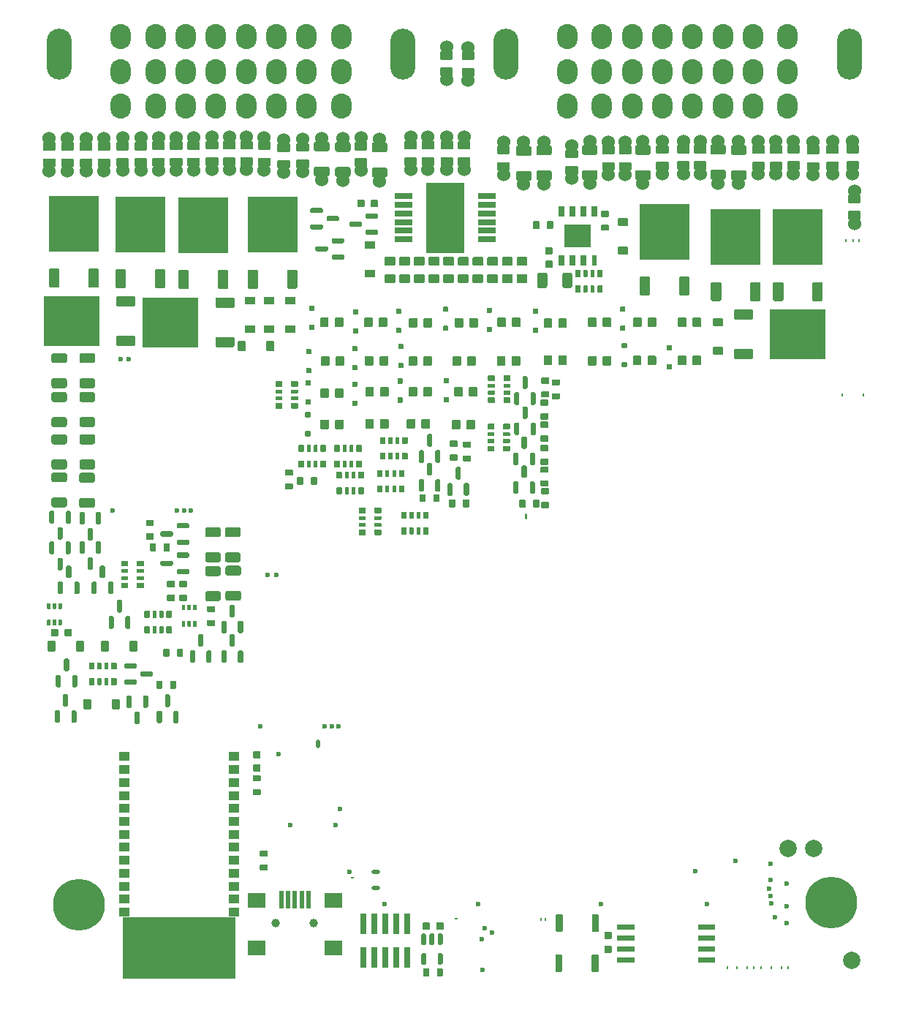
<source format=gts>
G04 #@! TF.GenerationSoftware,KiCad,Pcbnew,(6.0.1)*
G04 #@! TF.CreationDate,2022-04-27T16:07:10+03:00*
G04 #@! TF.ProjectId,alphax_4ch,616c7068-6178-45f3-9463-682e6b696361,a*
G04 #@! TF.SameCoordinates,PX141f5e0PYa2cace0*
G04 #@! TF.FileFunction,Soldermask,Top*
G04 #@! TF.FilePolarity,Negative*
%FSLAX46Y46*%
G04 Gerber Fmt 4.6, Leading zero omitted, Abs format (unit mm)*
G04 Created by KiCad (PCBNEW (6.0.1)) date 2022-04-27 16:07:10*
%MOMM*%
%LPD*%
G01*
G04 APERTURE LIST*
%ADD10C,0.120000*%
%ADD11C,0.599999*%
%ADD12O,0.200000X0.399999*%
%ADD13C,1.524000*%
%ADD14C,6.000000*%
%ADD15C,2.000000*%
%ADD16R,5.800000X6.400000*%
%ADD17O,2.900000X5.900000*%
%ADD18O,2.400000X2.900000*%
%ADD19C,1.000000*%
%ADD20R,0.500000X2.000000*%
%ADD21R,2.000000X1.700000*%
%ADD22R,6.400000X5.800000*%
%ADD23R,2.000000X0.650000*%
%ADD24R,4.500000X8.100000*%
%ADD25O,0.250000X0.499999*%
%ADD26O,0.499999X0.250000*%
%ADD27O,0.499999X1.000001*%
%ADD28O,0.499999X0.200000*%
%ADD29R,0.650000X1.310000*%
%ADD30R,0.600000X1.310000*%
%ADD31R,1.500000X1.325000*%
%ADD32R,1.300000X1.000000*%
%ADD33O,1.000001X0.499999*%
%ADD34R,0.740000X2.400000*%
G04 APERTURE END LIST*
D10*
G04 #@! TO.C,U4*
X9850000Y200000D02*
X9850000Y7200000D01*
X9850000Y7200000D02*
X22850000Y7200000D01*
X22850000Y7200000D02*
X22850000Y200000D01*
X22850000Y200000D02*
X9850000Y200000D01*
G36*
X22850000Y200000D02*
G01*
X9850000Y200000D01*
X9850000Y7200000D01*
X22850000Y7200000D01*
X22850000Y200000D01*
G37*
X22850000Y200000D02*
X9850000Y200000D01*
X9850000Y7200000D01*
X22850000Y7200000D01*
X22850000Y200000D01*
G04 #@! TD*
G04 #@! TO.C,U7*
G36*
G01*
X46470000Y3015000D02*
X46770000Y3015000D01*
G75*
G02*
X46920000Y2865000I0J-150000D01*
G01*
X46920000Y1840000D01*
G75*
G02*
X46770000Y1690000I-150000J0D01*
G01*
X46470000Y1690000D01*
G75*
G02*
X46320000Y1840000I0J150000D01*
G01*
X46320000Y2865000D01*
G75*
G02*
X46470000Y3015000I150000J0D01*
G01*
G37*
G36*
G01*
X44570000Y3015000D02*
X44870000Y3015000D01*
G75*
G02*
X45020000Y2865000I0J-150000D01*
G01*
X45020000Y1840000D01*
G75*
G02*
X44870000Y1690000I-150000J0D01*
G01*
X44570000Y1690000D01*
G75*
G02*
X44420000Y1840000I0J150000D01*
G01*
X44420000Y2865000D01*
G75*
G02*
X44570000Y3015000I150000J0D01*
G01*
G37*
G36*
G01*
X44570000Y5290000D02*
X44870000Y5290000D01*
G75*
G02*
X45020000Y5140000I0J-150000D01*
G01*
X45020000Y4115000D01*
G75*
G02*
X44870000Y3965000I-150000J0D01*
G01*
X44570000Y3965000D01*
G75*
G02*
X44420000Y4115000I0J150000D01*
G01*
X44420000Y5140000D01*
G75*
G02*
X44570000Y5290000I150000J0D01*
G01*
G37*
G36*
G01*
X45520000Y5290000D02*
X45820000Y5290000D01*
G75*
G02*
X45970000Y5140000I0J-150000D01*
G01*
X45970000Y4115000D01*
G75*
G02*
X45820000Y3965000I-150000J0D01*
G01*
X45520000Y3965000D01*
G75*
G02*
X45370000Y4115000I0J150000D01*
G01*
X45370000Y5140000D01*
G75*
G02*
X45520000Y5290000I150000J0D01*
G01*
G37*
G36*
G01*
X46470000Y5290000D02*
X46770000Y5290000D01*
G75*
G02*
X46920000Y5140000I0J-150000D01*
G01*
X46920000Y4115000D01*
G75*
G02*
X46770000Y3965000I-150000J0D01*
G01*
X46470000Y3965000D01*
G75*
G02*
X46320000Y4115000I0J150000D01*
G01*
X46320000Y5140000D01*
G75*
G02*
X46470000Y5290000I150000J0D01*
G01*
G37*
G04 #@! TD*
D11*
G04 #@! TO.C,M4*
X84879890Y13375000D03*
X80804884Y13675002D03*
X86729899Y6499999D03*
X85419899Y7150016D03*
X86729899Y8449983D03*
X84969893Y8774999D03*
X84894886Y9625022D03*
X84679891Y10499981D03*
X86729899Y11049978D03*
X84894889Y11474986D03*
D12*
X79854886Y1375379D03*
X81029883Y1375379D03*
X82204894Y1375379D03*
X82954966Y1375379D03*
X83794878Y1375379D03*
X84969865Y1375379D03*
X86144858Y1375379D03*
X86904837Y1375379D03*
G04 #@! TD*
G04 #@! TO.C,D53*
G36*
G01*
X25110000Y74805000D02*
X24090000Y74805000D01*
G75*
G02*
X24000000Y74895000I0J90000D01*
G01*
X24000000Y75615000D01*
G75*
G02*
X24090000Y75705000I90000J0D01*
G01*
X25110000Y75705000D01*
G75*
G02*
X25200000Y75615000I0J-90000D01*
G01*
X25200000Y74895000D01*
G75*
G02*
X25110000Y74805000I-90000J0D01*
G01*
G37*
G36*
G01*
X25110000Y78105000D02*
X24090000Y78105000D01*
G75*
G02*
X24000000Y78195000I0J90000D01*
G01*
X24000000Y78915000D01*
G75*
G02*
X24090000Y79005000I90000J0D01*
G01*
X25110000Y79005000D01*
G75*
G02*
X25200000Y78915000I0J-90000D01*
G01*
X25200000Y78195000D01*
G75*
G02*
X25110000Y78105000I-90000J0D01*
G01*
G37*
G04 #@! TD*
G04 #@! TO.C,R8*
G36*
G01*
X77375000Y93699999D02*
X76125000Y93699999D01*
G75*
G02*
X76025000Y93799999I0J100000D01*
G01*
X76025000Y94599999D01*
G75*
G02*
X76125000Y94699999I100000J0D01*
G01*
X77375000Y94699999D01*
G75*
G02*
X77475000Y94599999I0J-100000D01*
G01*
X77475000Y93799999D01*
G75*
G02*
X77375000Y93699999I-100000J0D01*
G01*
G37*
D13*
X76750000Y93245000D03*
G36*
G01*
X77375000Y95600021D02*
X76125000Y95600021D01*
G75*
G02*
X76025000Y95700021I0J100000D01*
G01*
X76025000Y96500021D01*
G75*
G02*
X76125000Y96600021I100000J0D01*
G01*
X77375000Y96600021D01*
G75*
G02*
X77475000Y96500021I0J-100000D01*
G01*
X77475000Y95700021D01*
G75*
G02*
X77375000Y95600021I-100000J0D01*
G01*
G37*
X76750000Y97055000D03*
G04 #@! TD*
G04 #@! TO.C,R29*
G36*
G01*
X12610000Y53200010D02*
X13390000Y53200010D01*
G75*
G02*
X13460000Y53130010I0J-70000D01*
G01*
X13460000Y52570010D01*
G75*
G02*
X13390000Y52500010I-70000J0D01*
G01*
X12610000Y52500010D01*
G75*
G02*
X12540000Y52570010I0J70000D01*
G01*
X12540000Y53130010D01*
G75*
G02*
X12610000Y53200010I70000J0D01*
G01*
G37*
G36*
G01*
X12610000Y51600010D02*
X13390000Y51600010D01*
G75*
G02*
X13460000Y51530010I0J-70000D01*
G01*
X13460000Y50970010D01*
G75*
G02*
X13390000Y50900010I-70000J0D01*
G01*
X12610000Y50900010D01*
G75*
G02*
X12540000Y50970010I0J70000D01*
G01*
X12540000Y51530010D01*
G75*
G02*
X12610000Y51600010I70000J0D01*
G01*
G37*
G04 #@! TD*
G04 #@! TO.C,R90*
G36*
G01*
X25810000Y14900000D02*
X26590000Y14900000D01*
G75*
G02*
X26660000Y14830000I0J-70000D01*
G01*
X26660000Y14270000D01*
G75*
G02*
X26590000Y14200000I-70000J0D01*
G01*
X25810000Y14200000D01*
G75*
G02*
X25740000Y14270000I0J70000D01*
G01*
X25740000Y14830000D01*
G75*
G02*
X25810000Y14900000I70000J0D01*
G01*
G37*
G36*
G01*
X25810000Y13300000D02*
X26590000Y13300000D01*
G75*
G02*
X26660000Y13230000I0J-70000D01*
G01*
X26660000Y12670000D01*
G75*
G02*
X26590000Y12600000I-70000J0D01*
G01*
X25810000Y12600000D01*
G75*
G02*
X25740000Y12670000I0J70000D01*
G01*
X25740000Y13230000D01*
G75*
G02*
X25810000Y13300000I70000J0D01*
G01*
G37*
G04 #@! TD*
G04 #@! TO.C,R2*
G36*
G01*
X34600000Y56215000D02*
X34600000Y56885000D01*
G75*
G02*
X34665000Y56950000I65000J0D01*
G01*
X35185000Y56950000D01*
G75*
G02*
X35250000Y56885000I0J-65000D01*
G01*
X35250000Y56215000D01*
G75*
G02*
X35185000Y56150000I-65000J0D01*
G01*
X34665000Y56150000D01*
G75*
G02*
X34600000Y56215000I0J65000D01*
G01*
G37*
G36*
G01*
X35575000Y56195000D02*
X35575000Y56905000D01*
G75*
G02*
X35620000Y56950000I45000J0D01*
G01*
X35980000Y56950000D01*
G75*
G02*
X36025000Y56905000I0J-45000D01*
G01*
X36025000Y56195000D01*
G75*
G02*
X35980000Y56150000I-45000J0D01*
G01*
X35620000Y56150000D01*
G75*
G02*
X35575000Y56195000I0J45000D01*
G01*
G37*
G36*
G01*
X36375000Y56195000D02*
X36375000Y56905000D01*
G75*
G02*
X36420000Y56950000I45000J0D01*
G01*
X36780000Y56950000D01*
G75*
G02*
X36825000Y56905000I0J-45000D01*
G01*
X36825000Y56195000D01*
G75*
G02*
X36780000Y56150000I-45000J0D01*
G01*
X36420000Y56150000D01*
G75*
G02*
X36375000Y56195000I0J45000D01*
G01*
G37*
G36*
G01*
X37150000Y56215000D02*
X37150000Y56885000D01*
G75*
G02*
X37215000Y56950000I65000J0D01*
G01*
X37735000Y56950000D01*
G75*
G02*
X37800000Y56885000I0J-65000D01*
G01*
X37800000Y56215000D01*
G75*
G02*
X37735000Y56150000I-65000J0D01*
G01*
X37215000Y56150000D01*
G75*
G02*
X37150000Y56215000I0J65000D01*
G01*
G37*
G36*
G01*
X37150000Y58015000D02*
X37150000Y58685000D01*
G75*
G02*
X37215000Y58750000I65000J0D01*
G01*
X37735000Y58750000D01*
G75*
G02*
X37800000Y58685000I0J-65000D01*
G01*
X37800000Y58015000D01*
G75*
G02*
X37735000Y57950000I-65000J0D01*
G01*
X37215000Y57950000D01*
G75*
G02*
X37150000Y58015000I0J65000D01*
G01*
G37*
G36*
G01*
X36375000Y57995000D02*
X36375000Y58705000D01*
G75*
G02*
X36420000Y58750000I45000J0D01*
G01*
X36780000Y58750000D01*
G75*
G02*
X36825000Y58705000I0J-45000D01*
G01*
X36825000Y57995000D01*
G75*
G02*
X36780000Y57950000I-45000J0D01*
G01*
X36420000Y57950000D01*
G75*
G02*
X36375000Y57995000I0J45000D01*
G01*
G37*
G36*
G01*
X35575000Y57995000D02*
X35575000Y58705000D01*
G75*
G02*
X35620000Y58750000I45000J0D01*
G01*
X35980000Y58750000D01*
G75*
G02*
X36025000Y58705000I0J-45000D01*
G01*
X36025000Y57995000D01*
G75*
G02*
X35980000Y57950000I-45000J0D01*
G01*
X35620000Y57950000D01*
G75*
G02*
X35575000Y57995000I0J45000D01*
G01*
G37*
G36*
G01*
X34600000Y58015000D02*
X34600000Y58685000D01*
G75*
G02*
X34665000Y58750000I65000J0D01*
G01*
X35185000Y58750000D01*
G75*
G02*
X35250000Y58685000I0J-65000D01*
G01*
X35250000Y58015000D01*
G75*
G02*
X35185000Y57950000I-65000J0D01*
G01*
X34665000Y57950000D01*
G75*
G02*
X34600000Y58015000I0J65000D01*
G01*
G37*
G04 #@! TD*
G04 #@! TO.C,D36*
G36*
G01*
X50649999Y64649998D02*
X50649999Y63749998D01*
G75*
G02*
X50549999Y63649998I-100000J0D01*
G01*
X49749999Y63649998D01*
G75*
G02*
X49649999Y63749998I0J100000D01*
G01*
X49649999Y64649998D01*
G75*
G02*
X49749999Y64749998I100000J0D01*
G01*
X50549999Y64749998D01*
G75*
G02*
X50649999Y64649998I0J-100000D01*
G01*
G37*
G36*
G01*
X48949999Y64649998D02*
X48949999Y63749998D01*
G75*
G02*
X48849999Y63649998I-100000J0D01*
G01*
X48049999Y63649998D01*
G75*
G02*
X47949999Y63749998I0J100000D01*
G01*
X47949999Y64649998D01*
G75*
G02*
X48049999Y64749998I100000J0D01*
G01*
X48849999Y64749998D01*
G75*
G02*
X48949999Y64649998I0J-100000D01*
G01*
G37*
G04 #@! TD*
G04 #@! TO.C,R4*
G36*
G01*
X54685000Y66700000D02*
X54015000Y66700000D01*
G75*
G02*
X53950000Y66765000I0J65000D01*
G01*
X53950000Y67285000D01*
G75*
G02*
X54015000Y67350000I65000J0D01*
G01*
X54685000Y67350000D01*
G75*
G02*
X54750000Y67285000I0J-65000D01*
G01*
X54750000Y66765000D01*
G75*
G02*
X54685000Y66700000I-65000J0D01*
G01*
G37*
G36*
G01*
X54705000Y67675000D02*
X53995000Y67675000D01*
G75*
G02*
X53950000Y67720000I0J45000D01*
G01*
X53950000Y68080000D01*
G75*
G02*
X53995000Y68125000I45000J0D01*
G01*
X54705000Y68125000D01*
G75*
G02*
X54750000Y68080000I0J-45000D01*
G01*
X54750000Y67720000D01*
G75*
G02*
X54705000Y67675000I-45000J0D01*
G01*
G37*
G36*
G01*
X54705000Y68475000D02*
X53995000Y68475000D01*
G75*
G02*
X53950000Y68520000I0J45000D01*
G01*
X53950000Y68880000D01*
G75*
G02*
X53995000Y68925000I45000J0D01*
G01*
X54705000Y68925000D01*
G75*
G02*
X54750000Y68880000I0J-45000D01*
G01*
X54750000Y68520000D01*
G75*
G02*
X54705000Y68475000I-45000J0D01*
G01*
G37*
G36*
G01*
X54685000Y69250000D02*
X54015000Y69250000D01*
G75*
G02*
X53950000Y69315000I0J65000D01*
G01*
X53950000Y69835000D01*
G75*
G02*
X54015000Y69900000I65000J0D01*
G01*
X54685000Y69900000D01*
G75*
G02*
X54750000Y69835000I0J-65000D01*
G01*
X54750000Y69315000D01*
G75*
G02*
X54685000Y69250000I-65000J0D01*
G01*
G37*
G36*
G01*
X52885000Y69250000D02*
X52215000Y69250000D01*
G75*
G02*
X52150000Y69315000I0J65000D01*
G01*
X52150000Y69835000D01*
G75*
G02*
X52215000Y69900000I65000J0D01*
G01*
X52885000Y69900000D01*
G75*
G02*
X52950000Y69835000I0J-65000D01*
G01*
X52950000Y69315000D01*
G75*
G02*
X52885000Y69250000I-65000J0D01*
G01*
G37*
G36*
G01*
X52905000Y68475000D02*
X52195000Y68475000D01*
G75*
G02*
X52150000Y68520000I0J45000D01*
G01*
X52150000Y68880000D01*
G75*
G02*
X52195000Y68925000I45000J0D01*
G01*
X52905000Y68925000D01*
G75*
G02*
X52950000Y68880000I0J-45000D01*
G01*
X52950000Y68520000D01*
G75*
G02*
X52905000Y68475000I-45000J0D01*
G01*
G37*
G36*
G01*
X52905000Y67675000D02*
X52195000Y67675000D01*
G75*
G02*
X52150000Y67720000I0J45000D01*
G01*
X52150000Y68080000D01*
G75*
G02*
X52195000Y68125000I45000J0D01*
G01*
X52905000Y68125000D01*
G75*
G02*
X52950000Y68080000I0J-45000D01*
G01*
X52950000Y67720000D01*
G75*
G02*
X52905000Y67675000I-45000J0D01*
G01*
G37*
G36*
G01*
X52885000Y66700000D02*
X52215000Y66700000D01*
G75*
G02*
X52150000Y66765000I0J65000D01*
G01*
X52150000Y67285000D01*
G75*
G02*
X52215000Y67350000I65000J0D01*
G01*
X52885000Y67350000D01*
G75*
G02*
X52950000Y67285000I0J-65000D01*
G01*
X52950000Y66765000D01*
G75*
G02*
X52885000Y66700000I-65000J0D01*
G01*
G37*
G04 #@! TD*
G04 #@! TO.C,D30*
G36*
G01*
X67450000Y75111499D02*
X67450000Y75591499D01*
G75*
G02*
X67510000Y75651499I60000J0D01*
G01*
X67990000Y75651499D01*
G75*
G02*
X68050000Y75591499I0J-60000D01*
G01*
X68050000Y75111499D01*
G75*
G02*
X67990000Y75051499I-60000J0D01*
G01*
X67510000Y75051499D01*
G75*
G02*
X67450000Y75111499I0J60000D01*
G01*
G37*
G36*
G01*
X67450000Y77311499D02*
X67450000Y77791499D01*
G75*
G02*
X67510000Y77851499I60000J0D01*
G01*
X67990000Y77851499D01*
G75*
G02*
X68050000Y77791499I0J-60000D01*
G01*
X68050000Y77311499D01*
G75*
G02*
X67990000Y77251499I-60000J0D01*
G01*
X67510000Y77251499D01*
G75*
G02*
X67450000Y77311499I0J60000D01*
G01*
G37*
G04 #@! TD*
G04 #@! TO.C,C3*
G36*
G01*
X25060000Y26435001D02*
X25740000Y26435001D01*
G75*
G02*
X25825000Y26350001I0J-85000D01*
G01*
X25825000Y25670001D01*
G75*
G02*
X25740000Y25585001I-85000J0D01*
G01*
X25060000Y25585001D01*
G75*
G02*
X24975000Y25670001I0J85000D01*
G01*
X24975000Y26350001D01*
G75*
G02*
X25060000Y26435001I85000J0D01*
G01*
G37*
G36*
G01*
X25060000Y24854999D02*
X25740000Y24854999D01*
G75*
G02*
X25825000Y24769999I0J-85000D01*
G01*
X25825000Y24089999D01*
G75*
G02*
X25740000Y24004999I-85000J0D01*
G01*
X25060000Y24004999D01*
G75*
G02*
X24975000Y24089999I0J85000D01*
G01*
X24975000Y24769999D01*
G75*
G02*
X25060000Y24854999I85000J0D01*
G01*
G37*
G04 #@! TD*
G04 #@! TO.C,D46*
G36*
G01*
X31650000Y69290000D02*
X31650000Y68810000D01*
G75*
G02*
X31590000Y68750000I-60000J0D01*
G01*
X31110000Y68750000D01*
G75*
G02*
X31050000Y68810000I0J60000D01*
G01*
X31050000Y69290000D01*
G75*
G02*
X31110000Y69350000I60000J0D01*
G01*
X31590000Y69350000D01*
G75*
G02*
X31650000Y69290000I0J-60000D01*
G01*
G37*
G36*
G01*
X31650000Y67090000D02*
X31650000Y66610000D01*
G75*
G02*
X31590000Y66550000I-60000J0D01*
G01*
X31110000Y66550000D01*
G75*
G02*
X31050000Y66610000I0J60000D01*
G01*
X31050000Y67090000D01*
G75*
G02*
X31110000Y67150000I60000J0D01*
G01*
X31590000Y67150000D01*
G75*
G02*
X31650000Y67090000I0J-60000D01*
G01*
G37*
G04 #@! TD*
G04 #@! TO.C,R87*
G36*
G01*
X58310000Y61850000D02*
X59090000Y61850000D01*
G75*
G02*
X59160000Y61780000I0J-70000D01*
G01*
X59160000Y61220000D01*
G75*
G02*
X59090000Y61150000I-70000J0D01*
G01*
X58310000Y61150000D01*
G75*
G02*
X58240000Y61220000I0J70000D01*
G01*
X58240000Y61780000D01*
G75*
G02*
X58310000Y61850000I70000J0D01*
G01*
G37*
G36*
G01*
X58310000Y60250000D02*
X59090000Y60250000D01*
G75*
G02*
X59160000Y60180000I0J-70000D01*
G01*
X59160000Y59620000D01*
G75*
G02*
X59090000Y59550000I-70000J0D01*
G01*
X58310000Y59550000D01*
G75*
G02*
X58240000Y59620000I0J70000D01*
G01*
X58240000Y60180000D01*
G75*
G02*
X58310000Y60250000I70000J0D01*
G01*
G37*
G04 #@! TD*
D14*
G04 #@! TO.C,J8*
X4803000Y8619000D03*
G04 #@! TD*
G04 #@! TO.C,D34*
G36*
G01*
X40649999Y64749998D02*
X40649999Y63849998D01*
G75*
G02*
X40549999Y63749998I-100000J0D01*
G01*
X39749999Y63749998D01*
G75*
G02*
X39649999Y63849998I0J100000D01*
G01*
X39649999Y64749998D01*
G75*
G02*
X39749999Y64849998I100000J0D01*
G01*
X40549999Y64849998D01*
G75*
G02*
X40649999Y64749998I0J-100000D01*
G01*
G37*
G36*
G01*
X38949999Y64749998D02*
X38949999Y63849998D01*
G75*
G02*
X38849999Y63749998I-100000J0D01*
G01*
X38049999Y63749998D01*
G75*
G02*
X37949999Y63849998I0J100000D01*
G01*
X37949999Y64749998D01*
G75*
G02*
X38049999Y64849998I100000J0D01*
G01*
X38849999Y64849998D01*
G75*
G02*
X38949999Y64749998I0J-100000D01*
G01*
G37*
G04 #@! TD*
D13*
G04 #@! TO.C,R59*
X45200000Y97505000D03*
G36*
G01*
X44575000Y97050001D02*
X45825000Y97050001D01*
G75*
G02*
X45925000Y96950001I0J-100000D01*
G01*
X45925000Y96150001D01*
G75*
G02*
X45825000Y96050001I-100000J0D01*
G01*
X44575000Y96050001D01*
G75*
G02*
X44475000Y96150001I0J100000D01*
G01*
X44475000Y96950001D01*
G75*
G02*
X44575000Y97050001I100000J0D01*
G01*
G37*
X45200000Y93695000D03*
G36*
G01*
X44575000Y95149979D02*
X45825000Y95149979D01*
G75*
G02*
X45925000Y95049979I0J-100000D01*
G01*
X45925000Y94249979D01*
G75*
G02*
X45825000Y94149979I-100000J0D01*
G01*
X44575000Y94149979D01*
G75*
G02*
X44475000Y94249979I0J100000D01*
G01*
X44475000Y95049979D01*
G75*
G02*
X44575000Y95149979I100000J0D01*
G01*
G37*
G04 #@! TD*
G04 #@! TO.C,R9*
X74800000Y93245000D03*
G36*
G01*
X75425000Y93699999D02*
X74175000Y93699999D01*
G75*
G02*
X74075000Y93799999I0J100000D01*
G01*
X74075000Y94599999D01*
G75*
G02*
X74175000Y94699999I100000J0D01*
G01*
X75425000Y94699999D01*
G75*
G02*
X75525000Y94599999I0J-100000D01*
G01*
X75525000Y93799999D01*
G75*
G02*
X75425000Y93699999I-100000J0D01*
G01*
G37*
X74800000Y97055000D03*
G36*
G01*
X75425000Y95600021D02*
X74175000Y95600021D01*
G75*
G02*
X74075000Y95700021I0J100000D01*
G01*
X74075000Y96500021D01*
G75*
G02*
X74175000Y96600021I100000J0D01*
G01*
X75425000Y96600021D01*
G75*
G02*
X75525000Y96500021I0J-100000D01*
G01*
X75525000Y95700021D01*
G75*
G02*
X75425000Y95600021I-100000J0D01*
G01*
G37*
G04 #@! TD*
G04 #@! TO.C,R68*
G36*
G01*
X24825000Y94149999D02*
X23575000Y94149999D01*
G75*
G02*
X23475000Y94249999I0J100000D01*
G01*
X23475000Y95049999D01*
G75*
G02*
X23575000Y95149999I100000J0D01*
G01*
X24825000Y95149999D01*
G75*
G02*
X24925000Y95049999I0J-100000D01*
G01*
X24925000Y94249999D01*
G75*
G02*
X24825000Y94149999I-100000J0D01*
G01*
G37*
X24200000Y93695000D03*
X24200000Y97505000D03*
G36*
G01*
X24825000Y96050021D02*
X23575000Y96050021D01*
G75*
G02*
X23475000Y96150021I0J100000D01*
G01*
X23475000Y96950021D01*
G75*
G02*
X23575000Y97050021I100000J0D01*
G01*
X24825000Y97050021D01*
G75*
G02*
X24925000Y96950021I0J-100000D01*
G01*
X24925000Y96150021D01*
G75*
G02*
X24825000Y96050021I-100000J0D01*
G01*
G37*
G04 #@! TD*
G04 #@! TO.C,R21*
G36*
G01*
X3400000Y59945000D02*
X3400000Y59255000D01*
G75*
G02*
X3170000Y59025000I-230000J0D01*
G01*
X1830000Y59025000D01*
G75*
G02*
X1600000Y59255000I0J230000D01*
G01*
X1600000Y59945000D01*
G75*
G02*
X1830000Y60175000I230000J0D01*
G01*
X3170000Y60175000D01*
G75*
G02*
X3400000Y59945000I0J-230000D01*
G01*
G37*
G36*
G01*
X3400000Y62845020D02*
X3400000Y62155020D01*
G75*
G02*
X3170000Y61925020I-230000J0D01*
G01*
X1830000Y61925020D01*
G75*
G02*
X1600000Y62155020I0J230000D01*
G01*
X1600000Y62845020D01*
G75*
G02*
X1830000Y63075020I230000J0D01*
G01*
X3170000Y63075020D01*
G75*
G02*
X3400000Y62845020I0J-230000D01*
G01*
G37*
G04 #@! TD*
D15*
G04 #@! TO.C,J5*
X89900000Y15110000D03*
G04 #@! TD*
G04 #@! TO.C,R82*
G36*
G01*
X58410000Y69650000D02*
X59190000Y69650000D01*
G75*
G02*
X59260000Y69580000I0J-70000D01*
G01*
X59260000Y69020000D01*
G75*
G02*
X59190000Y68950000I-70000J0D01*
G01*
X58410000Y68950000D01*
G75*
G02*
X58340000Y69020000I0J70000D01*
G01*
X58340000Y69580000D01*
G75*
G02*
X58410000Y69650000I70000J0D01*
G01*
G37*
G36*
G01*
X58410000Y68050000D02*
X59190000Y68050000D01*
G75*
G02*
X59260000Y67980000I0J-70000D01*
G01*
X59260000Y67420000D01*
G75*
G02*
X59190000Y67350000I-70000J0D01*
G01*
X58410000Y67350000D01*
G75*
G02*
X58340000Y67420000I0J70000D01*
G01*
X58340000Y67980000D01*
G75*
G02*
X58410000Y68050000I70000J0D01*
G01*
G37*
G04 #@! TD*
G04 #@! TO.C,D49*
G36*
G01*
X31575000Y88850000D02*
X31575000Y89150000D01*
G75*
G02*
X31725000Y89300000I150000J0D01*
G01*
X32900000Y89300000D01*
G75*
G02*
X33050000Y89150000I0J-150000D01*
G01*
X33050000Y88850000D01*
G75*
G02*
X32900000Y88700000I-150000J0D01*
G01*
X31725000Y88700000D01*
G75*
G02*
X31575000Y88850000I0J150000D01*
G01*
G37*
G36*
G01*
X33450000Y87900000D02*
X33450000Y88200000D01*
G75*
G02*
X33600000Y88350000I150000J0D01*
G01*
X34775000Y88350000D01*
G75*
G02*
X34925000Y88200000I0J-150000D01*
G01*
X34925000Y87900000D01*
G75*
G02*
X34775000Y87750000I-150000J0D01*
G01*
X33600000Y87750000D01*
G75*
G02*
X33450000Y87900000I0J150000D01*
G01*
G37*
G36*
G01*
X31575000Y86950000D02*
X31575000Y87250000D01*
G75*
G02*
X31725000Y87400000I150000J0D01*
G01*
X32900000Y87400000D01*
G75*
G02*
X33050000Y87250000I0J-150000D01*
G01*
X33050000Y86950000D01*
G75*
G02*
X32900000Y86800000I-150000J0D01*
G01*
X31725000Y86800000D01*
G75*
G02*
X31575000Y86950000I0J150000D01*
G01*
G37*
G04 #@! TD*
D13*
G04 #@! TO.C,F4*
X63950000Y97000000D03*
G36*
G01*
X63050000Y95655010D02*
X63050000Y96345010D01*
G75*
G02*
X63280000Y96575010I230000J0D01*
G01*
X64620000Y96575010D01*
G75*
G02*
X64850000Y96345010I0J-230000D01*
G01*
X64850000Y95655010D01*
G75*
G02*
X64620000Y95425010I-230000J0D01*
G01*
X63280000Y95425010D01*
G75*
G02*
X63050000Y95655010I0J230000D01*
G01*
G37*
X63950000Y92100000D03*
G36*
G01*
X63050000Y92754990D02*
X63050000Y93444990D01*
G75*
G02*
X63280000Y93674990I230000J0D01*
G01*
X64620000Y93674990D01*
G75*
G02*
X64850000Y93444990I0J-230000D01*
G01*
X64850000Y92754990D01*
G75*
G02*
X64620000Y92524990I-230000J0D01*
G01*
X63280000Y92524990D01*
G75*
G02*
X63050000Y92754990I0J230000D01*
G01*
G37*
G04 #@! TD*
G04 #@! TO.C,Q13*
G36*
G01*
X47910000Y55975000D02*
X47610000Y55975000D01*
G75*
G02*
X47460000Y56125000I0J150000D01*
G01*
X47460000Y57300000D01*
G75*
G02*
X47610000Y57450000I150000J0D01*
G01*
X47910000Y57450000D01*
G75*
G02*
X48060000Y57300000I0J-150000D01*
G01*
X48060000Y56125000D01*
G75*
G02*
X47910000Y55975000I-150000J0D01*
G01*
G37*
G36*
G01*
X48860000Y57850000D02*
X48560000Y57850000D01*
G75*
G02*
X48410000Y58000000I0J150000D01*
G01*
X48410000Y59175000D01*
G75*
G02*
X48560000Y59325000I150000J0D01*
G01*
X48860000Y59325000D01*
G75*
G02*
X49010000Y59175000I0J-150000D01*
G01*
X49010000Y58000000D01*
G75*
G02*
X48860000Y57850000I-150000J0D01*
G01*
G37*
G36*
G01*
X49810000Y55975000D02*
X49510000Y55975000D01*
G75*
G02*
X49360000Y56125000I0J150000D01*
G01*
X49360000Y57300000D01*
G75*
G02*
X49510000Y57450000I150000J0D01*
G01*
X49810000Y57450000D01*
G75*
G02*
X49960000Y57300000I0J-150000D01*
G01*
X49960000Y56125000D01*
G75*
G02*
X49810000Y55975000I-150000J0D01*
G01*
G37*
G04 #@! TD*
G04 #@! TO.C,R91*
X94580000Y87485000D03*
G36*
G01*
X95205000Y87939999D02*
X93955000Y87939999D01*
G75*
G02*
X93855000Y88039999I0J100000D01*
G01*
X93855000Y88839999D01*
G75*
G02*
X93955000Y88939999I100000J0D01*
G01*
X95205000Y88939999D01*
G75*
G02*
X95305000Y88839999I0J-100000D01*
G01*
X95305000Y88039999D01*
G75*
G02*
X95205000Y87939999I-100000J0D01*
G01*
G37*
G36*
G01*
X95205000Y89840021D02*
X93955000Y89840021D01*
G75*
G02*
X93855000Y89940021I0J100000D01*
G01*
X93855000Y90740021D01*
G75*
G02*
X93955000Y90840021I100000J0D01*
G01*
X95205000Y90840021D01*
G75*
G02*
X95305000Y90740021I0J-100000D01*
G01*
X95305000Y89940021D01*
G75*
G02*
X95205000Y89840021I-100000J0D01*
G01*
G37*
X94580000Y91295000D03*
G04 #@! TD*
G04 #@! TO.C,D1*
G36*
G01*
X67650000Y70910000D02*
X67650000Y71390000D01*
G75*
G02*
X67710000Y71450000I60000J0D01*
G01*
X68190000Y71450000D01*
G75*
G02*
X68250000Y71390000I0J-60000D01*
G01*
X68250000Y70910000D01*
G75*
G02*
X68190000Y70850000I-60000J0D01*
G01*
X67710000Y70850000D01*
G75*
G02*
X67650000Y70910000I0J60000D01*
G01*
G37*
G36*
G01*
X67650000Y73110000D02*
X67650000Y73590000D01*
G75*
G02*
X67710000Y73650000I60000J0D01*
G01*
X68190000Y73650000D01*
G75*
G02*
X68250000Y73590000I0J-60000D01*
G01*
X68250000Y73110000D01*
G75*
G02*
X68190000Y73050000I-60000J0D01*
G01*
X67710000Y73050000D01*
G75*
G02*
X67650000Y73110000I0J60000D01*
G01*
G37*
G04 #@! TD*
G04 #@! TO.C,D15*
G36*
G01*
X40499999Y76499998D02*
X40499999Y75599998D01*
G75*
G02*
X40399999Y75499998I-100000J0D01*
G01*
X39599999Y75499998D01*
G75*
G02*
X39499999Y75599998I0J100000D01*
G01*
X39499999Y76499998D01*
G75*
G02*
X39599999Y76599998I100000J0D01*
G01*
X40399999Y76599998D01*
G75*
G02*
X40499999Y76499998I0J-100000D01*
G01*
G37*
G36*
G01*
X38799999Y76499998D02*
X38799999Y75599998D01*
G75*
G02*
X38699999Y75499998I-100000J0D01*
G01*
X37899999Y75499998D01*
G75*
G02*
X37799999Y75599998I0J100000D01*
G01*
X37799999Y76499998D01*
G75*
G02*
X37899999Y76599998I100000J0D01*
G01*
X38699999Y76599998D01*
G75*
G02*
X38799999Y76499998I0J-100000D01*
G01*
G37*
G04 #@! TD*
G04 #@! TO.C,C1*
G36*
G01*
X58860000Y84765001D02*
X59540000Y84765001D01*
G75*
G02*
X59625000Y84680001I0J-85000D01*
G01*
X59625000Y84000001D01*
G75*
G02*
X59540000Y83915001I-85000J0D01*
G01*
X58860000Y83915001D01*
G75*
G02*
X58775000Y84000001I0J85000D01*
G01*
X58775000Y84680001D01*
G75*
G02*
X58860000Y84765001I85000J0D01*
G01*
G37*
G36*
G01*
X58860000Y83184999D02*
X59540000Y83184999D01*
G75*
G02*
X59625000Y83099999I0J-85000D01*
G01*
X59625000Y82419999D01*
G75*
G02*
X59540000Y82334999I-85000J0D01*
G01*
X58860000Y82334999D01*
G75*
G02*
X58775000Y82419999I0J85000D01*
G01*
X58775000Y83099999D01*
G75*
G02*
X58860000Y83184999I85000J0D01*
G01*
G37*
G04 #@! TD*
G04 #@! TO.C,Q29*
G36*
G01*
X25400000Y79950000D02*
X24440000Y79950000D01*
G75*
G02*
X24320000Y80070000I0J120000D01*
G01*
X24320000Y82030000D01*
G75*
G02*
X24440000Y82150000I120000J0D01*
G01*
X25400000Y82150000D01*
G75*
G02*
X25520000Y82030000I0J-120000D01*
G01*
X25520000Y80070000D01*
G75*
G02*
X25400000Y79950000I-120000J0D01*
G01*
G37*
D16*
X27200000Y87350000D03*
G36*
G01*
X29960000Y79950000D02*
X29000000Y79950000D01*
G75*
G02*
X28880000Y80070000I0J120000D01*
G01*
X28880000Y82030000D01*
G75*
G02*
X29000000Y82150000I120000J0D01*
G01*
X29960000Y82150000D01*
G75*
G02*
X30080000Y82030000I0J-120000D01*
G01*
X30080000Y80070000D01*
G75*
G02*
X29960000Y79950000I-120000J0D01*
G01*
G37*
G04 #@! TD*
G04 #@! TO.C,S1*
G36*
G01*
X64950001Y2770000D02*
X64950001Y930000D01*
G75*
G02*
X64870001Y850000I-80000J0D01*
G01*
X64230001Y850000D01*
G75*
G02*
X64150001Y930000I0J80000D01*
G01*
X64150001Y2770000D01*
G75*
G02*
X64230001Y2850000I80000J0D01*
G01*
X64870001Y2850000D01*
G75*
G02*
X64950001Y2770000I0J-80000D01*
G01*
G37*
G36*
G01*
X60750000Y2770000D02*
X60750000Y930000D01*
G75*
G02*
X60670000Y850000I-80000J0D01*
G01*
X60030000Y850000D01*
G75*
G02*
X59950000Y930000I0J80000D01*
G01*
X59950000Y2770000D01*
G75*
G02*
X60030000Y2850000I80000J0D01*
G01*
X60670000Y2850000D01*
G75*
G02*
X60750000Y2770000I0J-80000D01*
G01*
G37*
G04 #@! TD*
G04 #@! TO.C,D6*
G36*
G01*
X41750000Y70810000D02*
X41750000Y71290000D01*
G75*
G02*
X41810000Y71350000I60000J0D01*
G01*
X42290000Y71350000D01*
G75*
G02*
X42350000Y71290000I0J-60000D01*
G01*
X42350000Y70810000D01*
G75*
G02*
X42290000Y70750000I-60000J0D01*
G01*
X41810000Y70750000D01*
G75*
G02*
X41750000Y70810000I0J60000D01*
G01*
G37*
G36*
G01*
X41750000Y73010000D02*
X41750000Y73490000D01*
G75*
G02*
X41810000Y73550000I60000J0D01*
G01*
X42290000Y73550000D01*
G75*
G02*
X42350000Y73490000I0J-60000D01*
G01*
X42350000Y73010000D01*
G75*
G02*
X42290000Y72950000I-60000J0D01*
G01*
X41810000Y72950000D01*
G75*
G02*
X41750000Y73010000I0J60000D01*
G01*
G37*
G04 #@! TD*
G04 #@! TO.C,C4*
G36*
G01*
X47015001Y6490000D02*
X47015001Y5810000D01*
G75*
G02*
X46930001Y5725000I-85000J0D01*
G01*
X46250001Y5725000D01*
G75*
G02*
X46165001Y5810000I0J85000D01*
G01*
X46165001Y6490000D01*
G75*
G02*
X46250001Y6575000I85000J0D01*
G01*
X46930001Y6575000D01*
G75*
G02*
X47015001Y6490000I0J-85000D01*
G01*
G37*
G36*
G01*
X45434999Y6490000D02*
X45434999Y5810000D01*
G75*
G02*
X45349999Y5725000I-85000J0D01*
G01*
X44669999Y5725000D01*
G75*
G02*
X44584999Y5810000I0J85000D01*
G01*
X44584999Y6490000D01*
G75*
G02*
X44669999Y6575000I85000J0D01*
G01*
X45349999Y6575000D01*
G75*
G02*
X45434999Y6490000I0J-85000D01*
G01*
G37*
G04 #@! TD*
G04 #@! TO.C,Q1*
G36*
G01*
X2450000Y29675010D02*
X2150000Y29675010D01*
G75*
G02*
X2000000Y29825010I0J150000D01*
G01*
X2000000Y31000010D01*
G75*
G02*
X2150000Y31150010I150000J0D01*
G01*
X2450000Y31150010D01*
G75*
G02*
X2600000Y31000010I0J-150000D01*
G01*
X2600000Y29825010D01*
G75*
G02*
X2450000Y29675010I-150000J0D01*
G01*
G37*
G36*
G01*
X3400000Y31550010D02*
X3100000Y31550010D01*
G75*
G02*
X2950000Y31700010I0J150000D01*
G01*
X2950000Y32875010D01*
G75*
G02*
X3100000Y33025010I150000J0D01*
G01*
X3400000Y33025010D01*
G75*
G02*
X3550000Y32875010I0J-150000D01*
G01*
X3550000Y31700010D01*
G75*
G02*
X3400000Y31550010I-150000J0D01*
G01*
G37*
G36*
G01*
X4350000Y29675010D02*
X4050000Y29675010D01*
G75*
G02*
X3900000Y29825010I0J150000D01*
G01*
X3900000Y31000010D01*
G75*
G02*
X4050000Y31150010I150000J0D01*
G01*
X4350000Y31150010D01*
G75*
G02*
X4500000Y31000010I0J-150000D01*
G01*
X4500000Y29825010D01*
G75*
G02*
X4350000Y29675010I-150000J0D01*
G01*
G37*
G04 #@! TD*
G04 #@! TO.C,R24*
G36*
G01*
X3400000Y64845000D02*
X3400000Y64155000D01*
G75*
G02*
X3170000Y63925000I-230000J0D01*
G01*
X1830000Y63925000D01*
G75*
G02*
X1600000Y64155000I0J230000D01*
G01*
X1600000Y64845000D01*
G75*
G02*
X1830000Y65075000I230000J0D01*
G01*
X3170000Y65075000D01*
G75*
G02*
X3400000Y64845000I0J-230000D01*
G01*
G37*
G36*
G01*
X3400000Y67745020D02*
X3400000Y67055020D01*
G75*
G02*
X3170000Y66825020I-230000J0D01*
G01*
X1830000Y66825020D01*
G75*
G02*
X1600000Y67055020I0J230000D01*
G01*
X1600000Y67745020D01*
G75*
G02*
X1830000Y67975020I230000J0D01*
G01*
X3170000Y67975020D01*
G75*
G02*
X3400000Y67745020I0J-230000D01*
G01*
G37*
G04 #@! TD*
G04 #@! TO.C,R50*
G36*
G01*
X34350000Y59315000D02*
X34350000Y59985000D01*
G75*
G02*
X34415000Y60050000I65000J0D01*
G01*
X34935000Y60050000D01*
G75*
G02*
X35000000Y59985000I0J-65000D01*
G01*
X35000000Y59315000D01*
G75*
G02*
X34935000Y59250000I-65000J0D01*
G01*
X34415000Y59250000D01*
G75*
G02*
X34350000Y59315000I0J65000D01*
G01*
G37*
G36*
G01*
X35325000Y59295000D02*
X35325000Y60005000D01*
G75*
G02*
X35370000Y60050000I45000J0D01*
G01*
X35730000Y60050000D01*
G75*
G02*
X35775000Y60005000I0J-45000D01*
G01*
X35775000Y59295000D01*
G75*
G02*
X35730000Y59250000I-45000J0D01*
G01*
X35370000Y59250000D01*
G75*
G02*
X35325000Y59295000I0J45000D01*
G01*
G37*
G36*
G01*
X36125000Y59295000D02*
X36125000Y60005000D01*
G75*
G02*
X36170000Y60050000I45000J0D01*
G01*
X36530000Y60050000D01*
G75*
G02*
X36575000Y60005000I0J-45000D01*
G01*
X36575000Y59295000D01*
G75*
G02*
X36530000Y59250000I-45000J0D01*
G01*
X36170000Y59250000D01*
G75*
G02*
X36125000Y59295000I0J45000D01*
G01*
G37*
G36*
G01*
X36900000Y59315000D02*
X36900000Y59985000D01*
G75*
G02*
X36965000Y60050000I65000J0D01*
G01*
X37485000Y60050000D01*
G75*
G02*
X37550000Y59985000I0J-65000D01*
G01*
X37550000Y59315000D01*
G75*
G02*
X37485000Y59250000I-65000J0D01*
G01*
X36965000Y59250000D01*
G75*
G02*
X36900000Y59315000I0J65000D01*
G01*
G37*
G36*
G01*
X36900000Y61115000D02*
X36900000Y61785000D01*
G75*
G02*
X36965000Y61850000I65000J0D01*
G01*
X37485000Y61850000D01*
G75*
G02*
X37550000Y61785000I0J-65000D01*
G01*
X37550000Y61115000D01*
G75*
G02*
X37485000Y61050000I-65000J0D01*
G01*
X36965000Y61050000D01*
G75*
G02*
X36900000Y61115000I0J65000D01*
G01*
G37*
G36*
G01*
X36125000Y61095000D02*
X36125000Y61805000D01*
G75*
G02*
X36170000Y61850000I45000J0D01*
G01*
X36530000Y61850000D01*
G75*
G02*
X36575000Y61805000I0J-45000D01*
G01*
X36575000Y61095000D01*
G75*
G02*
X36530000Y61050000I-45000J0D01*
G01*
X36170000Y61050000D01*
G75*
G02*
X36125000Y61095000I0J45000D01*
G01*
G37*
G36*
G01*
X35325000Y61095000D02*
X35325000Y61805000D01*
G75*
G02*
X35370000Y61850000I45000J0D01*
G01*
X35730000Y61850000D01*
G75*
G02*
X35775000Y61805000I0J-45000D01*
G01*
X35775000Y61095000D01*
G75*
G02*
X35730000Y61050000I-45000J0D01*
G01*
X35370000Y61050000D01*
G75*
G02*
X35325000Y61095000I0J45000D01*
G01*
G37*
G36*
G01*
X34350000Y61115000D02*
X34350000Y61785000D01*
G75*
G02*
X34415000Y61850000I65000J0D01*
G01*
X34935000Y61850000D01*
G75*
G02*
X35000000Y61785000I0J-65000D01*
G01*
X35000000Y61115000D01*
G75*
G02*
X34935000Y61050000I-65000J0D01*
G01*
X34415000Y61050000D01*
G75*
G02*
X34350000Y61115000I0J65000D01*
G01*
G37*
G04 #@! TD*
G04 #@! TO.C,U5*
G36*
G01*
X18040000Y43375000D02*
X18360000Y43375000D01*
G75*
G02*
X18400000Y43335000I0J-40000D01*
G01*
X18400000Y42765000D01*
G75*
G02*
X18360000Y42725000I-40000J0D01*
G01*
X18040000Y42725000D01*
G75*
G02*
X18000000Y42765000I0J40000D01*
G01*
X18000000Y43335000D01*
G75*
G02*
X18040000Y43375000I40000J0D01*
G01*
G37*
G36*
G01*
X17390000Y43375000D02*
X17710000Y43375000D01*
G75*
G02*
X17750000Y43335000I0J-40000D01*
G01*
X17750000Y42765000D01*
G75*
G02*
X17710000Y42725000I-40000J0D01*
G01*
X17390000Y42725000D01*
G75*
G02*
X17350000Y42765000I0J40000D01*
G01*
X17350000Y43335000D01*
G75*
G02*
X17390000Y43375000I40000J0D01*
G01*
G37*
G36*
G01*
X16740000Y43375000D02*
X17060000Y43375000D01*
G75*
G02*
X17100000Y43335000I0J-40000D01*
G01*
X17100000Y42765000D01*
G75*
G02*
X17060000Y42725000I-40000J0D01*
G01*
X16740000Y42725000D01*
G75*
G02*
X16700000Y42765000I0J40000D01*
G01*
X16700000Y43335000D01*
G75*
G02*
X16740000Y43375000I40000J0D01*
G01*
G37*
G36*
G01*
X16740000Y41475000D02*
X17060000Y41475000D01*
G75*
G02*
X17100000Y41435000I0J-40000D01*
G01*
X17100000Y40865000D01*
G75*
G02*
X17060000Y40825000I-40000J0D01*
G01*
X16740000Y40825000D01*
G75*
G02*
X16700000Y40865000I0J40000D01*
G01*
X16700000Y41435000D01*
G75*
G02*
X16740000Y41475000I40000J0D01*
G01*
G37*
G36*
G01*
X17390000Y41475000D02*
X17710000Y41475000D01*
G75*
G02*
X17750000Y41435000I0J-40000D01*
G01*
X17750000Y40865000D01*
G75*
G02*
X17710000Y40825000I-40000J0D01*
G01*
X17390000Y40825000D01*
G75*
G02*
X17350000Y40865000I0J40000D01*
G01*
X17350000Y41435000D01*
G75*
G02*
X17390000Y41475000I40000J0D01*
G01*
G37*
G36*
G01*
X18040000Y41475000D02*
X18360000Y41475000D01*
G75*
G02*
X18400000Y41435000I0J-40000D01*
G01*
X18400000Y40865000D01*
G75*
G02*
X18360000Y40825000I-40000J0D01*
G01*
X18040000Y40825000D01*
G75*
G02*
X18000000Y40865000I0J40000D01*
G01*
X18000000Y41435000D01*
G75*
G02*
X18040000Y41475000I40000J0D01*
G01*
G37*
G04 #@! TD*
G04 #@! TO.C,D28*
G36*
G01*
X5350000Y39060010D02*
X5350000Y38040010D01*
G75*
G02*
X5260000Y37950010I-90000J0D01*
G01*
X4540000Y37950010D01*
G75*
G02*
X4450000Y38040010I0J90000D01*
G01*
X4450000Y39060010D01*
G75*
G02*
X4540000Y39150010I90000J0D01*
G01*
X5260000Y39150010D01*
G75*
G02*
X5350000Y39060010I0J-90000D01*
G01*
G37*
G36*
G01*
X2050000Y39060010D02*
X2050000Y38040010D01*
G75*
G02*
X1960000Y37950010I-90000J0D01*
G01*
X1240000Y37950010D01*
G75*
G02*
X1150000Y38040010I0J90000D01*
G01*
X1150000Y39060010D01*
G75*
G02*
X1240000Y39150010I90000J0D01*
G01*
X1960000Y39150010D01*
G75*
G02*
X2050000Y39060010I0J-90000D01*
G01*
G37*
G04 #@! TD*
G04 #@! TO.C,D12*
G36*
G01*
X61300000Y76400000D02*
X61300000Y75500000D01*
G75*
G02*
X61200000Y75400000I-100000J0D01*
G01*
X60400000Y75400000D01*
G75*
G02*
X60300000Y75500000I0J100000D01*
G01*
X60300000Y76400000D01*
G75*
G02*
X60400000Y76500000I100000J0D01*
G01*
X61200000Y76500000D01*
G75*
G02*
X61300000Y76400000I0J-100000D01*
G01*
G37*
G36*
G01*
X59600000Y76400000D02*
X59600000Y75500000D01*
G75*
G02*
X59500000Y75400000I-100000J0D01*
G01*
X58700000Y75400000D01*
G75*
G02*
X58600000Y75500000I0J100000D01*
G01*
X58600000Y76400000D01*
G75*
G02*
X58700000Y76500000I100000J0D01*
G01*
X59500000Y76500000D01*
G75*
G02*
X59600000Y76400000I0J-100000D01*
G01*
G37*
G04 #@! TD*
D17*
G04 #@! TO.C,P2*
X42300000Y107100000D03*
X2500000Y107100000D03*
D18*
X9650000Y101100000D03*
X13650000Y101100000D03*
X17150000Y101100000D03*
X20650000Y101100000D03*
X24150000Y101100000D03*
X27650000Y101100000D03*
X31150000Y101100000D03*
X35150000Y101100000D03*
X9650000Y105100000D03*
X13650000Y105100000D03*
X17150000Y105100000D03*
X20650000Y105100000D03*
X24150000Y105100000D03*
X27650000Y105100000D03*
X31150000Y105100000D03*
X35150000Y105100000D03*
X9650000Y109100000D03*
X13650000Y109100000D03*
X17150000Y109100000D03*
X20650000Y109100000D03*
X24150000Y109100000D03*
X27650000Y109100000D03*
X31150000Y109100000D03*
X35150000Y109100000D03*
G04 #@! TD*
G04 #@! TO.C,R38*
G36*
G01*
X25760000Y21310000D02*
X24980000Y21310000D01*
G75*
G02*
X24910000Y21380000I0J70000D01*
G01*
X24910000Y21940000D01*
G75*
G02*
X24980000Y22010000I70000J0D01*
G01*
X25760000Y22010000D01*
G75*
G02*
X25830000Y21940000I0J-70000D01*
G01*
X25830000Y21380000D01*
G75*
G02*
X25760000Y21310000I-70000J0D01*
G01*
G37*
G36*
G01*
X25760000Y22910000D02*
X24980000Y22910000D01*
G75*
G02*
X24910000Y22980000I0J70000D01*
G01*
X24910000Y23540000D01*
G75*
G02*
X24980000Y23610000I70000J0D01*
G01*
X25760000Y23610000D01*
G75*
G02*
X25830000Y23540000I0J-70000D01*
G01*
X25830000Y22980000D01*
G75*
G02*
X25760000Y22910000I-70000J0D01*
G01*
G37*
G04 #@! TD*
G04 #@! TO.C,D22*
G36*
G01*
X31587498Y65591499D02*
X31587498Y65111499D01*
G75*
G02*
X31527498Y65051499I-60000J0D01*
G01*
X31047498Y65051499D01*
G75*
G02*
X30987498Y65111499I0J60000D01*
G01*
X30987498Y65591499D01*
G75*
G02*
X31047498Y65651499I60000J0D01*
G01*
X31527498Y65651499D01*
G75*
G02*
X31587498Y65591499I0J-60000D01*
G01*
G37*
G36*
G01*
X31587498Y63391499D02*
X31587498Y62911499D01*
G75*
G02*
X31527498Y62851499I-60000J0D01*
G01*
X31047498Y62851499D01*
G75*
G02*
X30987498Y62911499I0J60000D01*
G01*
X30987498Y63391499D01*
G75*
G02*
X31047498Y63451499I60000J0D01*
G01*
X31527498Y63451499D01*
G75*
G02*
X31587498Y63391499I0J-60000D01*
G01*
G37*
G04 #@! TD*
G04 #@! TO.C,R32*
G36*
G01*
X48590000Y60050000D02*
X47810000Y60050000D01*
G75*
G02*
X47740000Y60120000I0J70000D01*
G01*
X47740000Y60680000D01*
G75*
G02*
X47810000Y60750000I70000J0D01*
G01*
X48590000Y60750000D01*
G75*
G02*
X48660000Y60680000I0J-70000D01*
G01*
X48660000Y60120000D01*
G75*
G02*
X48590000Y60050000I-70000J0D01*
G01*
G37*
G36*
G01*
X48590000Y61650000D02*
X47810000Y61650000D01*
G75*
G02*
X47740000Y61720000I0J70000D01*
G01*
X47740000Y62280000D01*
G75*
G02*
X47810000Y62350000I70000J0D01*
G01*
X48590000Y62350000D01*
G75*
G02*
X48660000Y62280000I0J-70000D01*
G01*
X48660000Y61720000D01*
G75*
G02*
X48590000Y61650000I-70000J0D01*
G01*
G37*
G04 #@! TD*
G04 #@! TO.C,D11*
G36*
G01*
X71649999Y76499998D02*
X71649999Y75599998D01*
G75*
G02*
X71549999Y75499998I-100000J0D01*
G01*
X70749999Y75499998D01*
G75*
G02*
X70649999Y75599998I0J100000D01*
G01*
X70649999Y76499998D01*
G75*
G02*
X70749999Y76599998I100000J0D01*
G01*
X71549999Y76599998D01*
G75*
G02*
X71649999Y76499998I0J-100000D01*
G01*
G37*
G36*
G01*
X69949999Y76499998D02*
X69949999Y75599998D01*
G75*
G02*
X69849999Y75499998I-100000J0D01*
G01*
X69049999Y75499998D01*
G75*
G02*
X68949999Y75599998I0J100000D01*
G01*
X68949999Y76499998D01*
G75*
G02*
X69049999Y76599998I100000J0D01*
G01*
X69849999Y76599998D01*
G75*
G02*
X69949999Y76499998I0J-100000D01*
G01*
G37*
G04 #@! TD*
G04 #@! TO.C,D42*
G36*
G01*
X52000000Y75010000D02*
X52000000Y75490000D01*
G75*
G02*
X52060000Y75550000I60000J0D01*
G01*
X52540000Y75550000D01*
G75*
G02*
X52600000Y75490000I0J-60000D01*
G01*
X52600000Y75010000D01*
G75*
G02*
X52540000Y74950000I-60000J0D01*
G01*
X52060000Y74950000D01*
G75*
G02*
X52000000Y75010000I0J60000D01*
G01*
G37*
G36*
G01*
X52000000Y77210000D02*
X52000000Y77690000D01*
G75*
G02*
X52060000Y77750000I60000J0D01*
G01*
X52540000Y77750000D01*
G75*
G02*
X52600000Y77690000I0J-60000D01*
G01*
X52600000Y77210000D01*
G75*
G02*
X52540000Y77150000I-60000J0D01*
G01*
X52060000Y77150000D01*
G75*
G02*
X52000000Y77210000I0J60000D01*
G01*
G37*
G04 #@! TD*
G04 #@! TO.C,C7*
G36*
G01*
X50475000Y83600000D02*
X51525000Y83600000D01*
G75*
G02*
X51625000Y83500000I0J-100000D01*
G01*
X51625000Y82700000D01*
G75*
G02*
X51525000Y82600000I-100000J0D01*
G01*
X50475000Y82600000D01*
G75*
G02*
X50375000Y82700000I0J100000D01*
G01*
X50375000Y83500000D01*
G75*
G02*
X50475000Y83600000I100000J0D01*
G01*
G37*
G36*
G01*
X50475000Y81600000D02*
X51525000Y81600000D01*
G75*
G02*
X51625000Y81500000I0J-100000D01*
G01*
X51625000Y80700000D01*
G75*
G02*
X51525000Y80600000I-100000J0D01*
G01*
X50475000Y80600000D01*
G75*
G02*
X50375000Y80700000I0J100000D01*
G01*
X50375000Y81500000D01*
G75*
G02*
X50475000Y81600000I100000J0D01*
G01*
G37*
G04 #@! TD*
G04 #@! TO.C,R11*
G36*
G01*
X47975000Y104549999D02*
X46725000Y104549999D01*
G75*
G02*
X46625000Y104649999I0J100000D01*
G01*
X46625000Y105449999D01*
G75*
G02*
X46725000Y105549999I100000J0D01*
G01*
X47975000Y105549999D01*
G75*
G02*
X48075000Y105449999I0J-100000D01*
G01*
X48075000Y104649999D01*
G75*
G02*
X47975000Y104549999I-100000J0D01*
G01*
G37*
D13*
X47350000Y104095000D03*
G36*
G01*
X47975000Y106450021D02*
X46725000Y106450021D01*
G75*
G02*
X46625000Y106550021I0J100000D01*
G01*
X46625000Y107350021D01*
G75*
G02*
X46725000Y107450021I100000J0D01*
G01*
X47975000Y107450021D01*
G75*
G02*
X48075000Y107350021I0J-100000D01*
G01*
X48075000Y106550021D01*
G75*
G02*
X47975000Y106450021I-100000J0D01*
G01*
G37*
X47350000Y107905000D03*
G04 #@! TD*
G04 #@! TO.C,R6*
G36*
G01*
X92675000Y93649999D02*
X91425000Y93649999D01*
G75*
G02*
X91325000Y93749999I0J100000D01*
G01*
X91325000Y94549999D01*
G75*
G02*
X91425000Y94649999I100000J0D01*
G01*
X92675000Y94649999D01*
G75*
G02*
X92775000Y94549999I0J-100000D01*
G01*
X92775000Y93749999D01*
G75*
G02*
X92675000Y93649999I-100000J0D01*
G01*
G37*
X92050000Y93195000D03*
G36*
G01*
X92675000Y95550021D02*
X91425000Y95550021D01*
G75*
G02*
X91325000Y95650021I0J100000D01*
G01*
X91325000Y96450021D01*
G75*
G02*
X91425000Y96550021I100000J0D01*
G01*
X92675000Y96550021D01*
G75*
G02*
X92775000Y96450021I0J-100000D01*
G01*
X92775000Y95650021D01*
G75*
G02*
X92675000Y95550021I-100000J0D01*
G01*
G37*
X92050000Y97005000D03*
G04 #@! TD*
G04 #@! TO.C,Q35*
G36*
G01*
X55650000Y62975000D02*
X55350000Y62975000D01*
G75*
G02*
X55200000Y63125000I0J150000D01*
G01*
X55200000Y64300000D01*
G75*
G02*
X55350000Y64450000I150000J0D01*
G01*
X55650000Y64450000D01*
G75*
G02*
X55800000Y64300000I0J-150000D01*
G01*
X55800000Y63125000D01*
G75*
G02*
X55650000Y62975000I-150000J0D01*
G01*
G37*
G36*
G01*
X56600000Y64850000D02*
X56300000Y64850000D01*
G75*
G02*
X56150000Y65000000I0J150000D01*
G01*
X56150000Y66175000D01*
G75*
G02*
X56300000Y66325000I150000J0D01*
G01*
X56600000Y66325000D01*
G75*
G02*
X56750000Y66175000I0J-150000D01*
G01*
X56750000Y65000000D01*
G75*
G02*
X56600000Y64850000I-150000J0D01*
G01*
G37*
G36*
G01*
X57550000Y62975000D02*
X57250000Y62975000D01*
G75*
G02*
X57100000Y63125000I0J150000D01*
G01*
X57100000Y64300000D01*
G75*
G02*
X57250000Y64450000I150000J0D01*
G01*
X57550000Y64450000D01*
G75*
G02*
X57700000Y64300000I0J-150000D01*
G01*
X57700000Y63125000D01*
G75*
G02*
X57550000Y62975000I-150000J0D01*
G01*
G37*
G04 #@! TD*
G04 #@! TO.C,R60*
G36*
G01*
X43825000Y94149999D02*
X42575000Y94149999D01*
G75*
G02*
X42475000Y94249999I0J100000D01*
G01*
X42475000Y95049999D01*
G75*
G02*
X42575000Y95149999I100000J0D01*
G01*
X43825000Y95149999D01*
G75*
G02*
X43925000Y95049999I0J-100000D01*
G01*
X43925000Y94249999D01*
G75*
G02*
X43825000Y94149999I-100000J0D01*
G01*
G37*
X43200000Y93695000D03*
G36*
G01*
X43825000Y96050021D02*
X42575000Y96050021D01*
G75*
G02*
X42475000Y96150021I0J100000D01*
G01*
X42475000Y96950021D01*
G75*
G02*
X42575000Y97050021I100000J0D01*
G01*
X43825000Y97050021D01*
G75*
G02*
X43925000Y96950021I0J-100000D01*
G01*
X43925000Y96150021D01*
G75*
G02*
X43825000Y96050021I-100000J0D01*
G01*
G37*
X43200000Y97505000D03*
G04 #@! TD*
D19*
G04 #@! TO.C,J1*
X32000000Y6500000D03*
X27600000Y6500000D03*
D20*
X28200000Y9200000D03*
X29000000Y9200000D03*
X29800000Y9200000D03*
X30600000Y9200000D03*
X31400000Y9200000D03*
D21*
X25350000Y9100000D03*
X34250000Y9100000D03*
X25350000Y3650000D03*
X34250000Y3650000D03*
G04 #@! TD*
G04 #@! TO.C,R36*
G36*
G01*
X6622072Y55504990D02*
X6622072Y54814990D01*
G75*
G02*
X6392072Y54584990I-230000J0D01*
G01*
X5052072Y54584990D01*
G75*
G02*
X4822072Y54814990I0J230000D01*
G01*
X4822072Y55504990D01*
G75*
G02*
X5052072Y55734990I230000J0D01*
G01*
X6392072Y55734990D01*
G75*
G02*
X6622072Y55504990I0J-230000D01*
G01*
G37*
G36*
G01*
X6622072Y58405010D02*
X6622072Y57715010D01*
G75*
G02*
X6392072Y57485010I-230000J0D01*
G01*
X5052072Y57485010D01*
G75*
G02*
X4822072Y57715010I0J230000D01*
G01*
X4822072Y58405010D01*
G75*
G02*
X5052072Y58635010I230000J0D01*
G01*
X6392072Y58635010D01*
G75*
G02*
X6622072Y58405010I0J-230000D01*
G01*
G37*
G04 #@! TD*
G04 #@! TO.C,R88*
G36*
G01*
X59090000Y62250000D02*
X58310000Y62250000D01*
G75*
G02*
X58240000Y62320000I0J70000D01*
G01*
X58240000Y62880000D01*
G75*
G02*
X58310000Y62950000I70000J0D01*
G01*
X59090000Y62950000D01*
G75*
G02*
X59160000Y62880000I0J-70000D01*
G01*
X59160000Y62320000D01*
G75*
G02*
X59090000Y62250000I-70000J0D01*
G01*
G37*
G36*
G01*
X59090000Y63850000D02*
X58310000Y63850000D01*
G75*
G02*
X58240000Y63920000I0J70000D01*
G01*
X58240000Y64480000D01*
G75*
G02*
X58310000Y64550000I70000J0D01*
G01*
X59090000Y64550000D01*
G75*
G02*
X59160000Y64480000I0J-70000D01*
G01*
X59160000Y63920000D01*
G75*
G02*
X59090000Y63850000I-70000J0D01*
G01*
G37*
G04 #@! TD*
G04 #@! TO.C,Q8*
G36*
G01*
X80650000Y76450000D02*
X80650000Y77410000D01*
G75*
G02*
X80770000Y77530000I120000J0D01*
G01*
X82730000Y77530000D01*
G75*
G02*
X82850000Y77410000I0J-120000D01*
G01*
X82850000Y76450000D01*
G75*
G02*
X82730000Y76330000I-120000J0D01*
G01*
X80770000Y76330000D01*
G75*
G02*
X80650000Y76450000I0J120000D01*
G01*
G37*
D22*
X88050000Y74650000D03*
G36*
G01*
X80650000Y71890000D02*
X80650000Y72850000D01*
G75*
G02*
X80770000Y72970000I120000J0D01*
G01*
X82730000Y72970000D01*
G75*
G02*
X82850000Y72850000I0J-120000D01*
G01*
X82850000Y71890000D01*
G75*
G02*
X82730000Y71770000I-120000J0D01*
G01*
X80770000Y71770000D01*
G75*
G02*
X80650000Y71890000I0J120000D01*
G01*
G37*
G04 #@! TD*
G04 #@! TO.C,Q4*
G36*
G01*
X3400000Y50675010D02*
X3700000Y50675010D01*
G75*
G02*
X3850000Y50525010I0J-150000D01*
G01*
X3850000Y49350010D01*
G75*
G02*
X3700000Y49200010I-150000J0D01*
G01*
X3400000Y49200010D01*
G75*
G02*
X3250000Y49350010I0J150000D01*
G01*
X3250000Y50525010D01*
G75*
G02*
X3400000Y50675010I150000J0D01*
G01*
G37*
G36*
G01*
X2450000Y48800010D02*
X2750000Y48800010D01*
G75*
G02*
X2900000Y48650010I0J-150000D01*
G01*
X2900000Y47475010D01*
G75*
G02*
X2750000Y47325010I-150000J0D01*
G01*
X2450000Y47325010D01*
G75*
G02*
X2300000Y47475010I0J150000D01*
G01*
X2300000Y48650010D01*
G75*
G02*
X2450000Y48800010I150000J0D01*
G01*
G37*
G36*
G01*
X1500000Y50675010D02*
X1800000Y50675010D01*
G75*
G02*
X1950000Y50525010I0J-150000D01*
G01*
X1950000Y49350010D01*
G75*
G02*
X1800000Y49200010I-150000J0D01*
G01*
X1500000Y49200010D01*
G75*
G02*
X1350000Y49350010I0J150000D01*
G01*
X1350000Y50525010D01*
G75*
G02*
X1500000Y50675010I150000J0D01*
G01*
G37*
G04 #@! TD*
G04 #@! TO.C,Q3*
G36*
G01*
X2550000Y33775010D02*
X2250000Y33775010D01*
G75*
G02*
X2100000Y33925010I0J150000D01*
G01*
X2100000Y35100010D01*
G75*
G02*
X2250000Y35250010I150000J0D01*
G01*
X2550000Y35250010D01*
G75*
G02*
X2700000Y35100010I0J-150000D01*
G01*
X2700000Y33925010D01*
G75*
G02*
X2550000Y33775010I-150000J0D01*
G01*
G37*
G36*
G01*
X3500000Y35650010D02*
X3200000Y35650010D01*
G75*
G02*
X3050000Y35800010I0J150000D01*
G01*
X3050000Y36975010D01*
G75*
G02*
X3200000Y37125010I150000J0D01*
G01*
X3500000Y37125010D01*
G75*
G02*
X3650000Y36975010I0J-150000D01*
G01*
X3650000Y35800010D01*
G75*
G02*
X3500000Y35650010I-150000J0D01*
G01*
G37*
G36*
G01*
X4450000Y33775010D02*
X4150000Y33775010D01*
G75*
G02*
X4000000Y33925010I0J150000D01*
G01*
X4000000Y35100010D01*
G75*
G02*
X4150000Y35250010I150000J0D01*
G01*
X4450000Y35250010D01*
G75*
G02*
X4600000Y35100010I0J-150000D01*
G01*
X4600000Y33925010D01*
G75*
G02*
X4450000Y33775010I-150000J0D01*
G01*
G37*
G04 #@! TD*
D23*
G04 #@! TO.C,U6*
X42400000Y90650000D03*
X42400000Y89650000D03*
X42400000Y88650000D03*
X42400000Y87650000D03*
X42400000Y86650000D03*
X42400000Y85650000D03*
X52000000Y85650000D03*
X52000000Y86650000D03*
X52000000Y87650000D03*
X52000000Y88650000D03*
X52000000Y89650000D03*
X52000000Y90650000D03*
D24*
X47200000Y88150000D03*
G04 #@! TD*
G04 #@! TO.C,Q31*
G36*
G01*
X21750000Y36625000D02*
X21450000Y36625000D01*
G75*
G02*
X21300000Y36775000I0J150000D01*
G01*
X21300000Y37950000D01*
G75*
G02*
X21450000Y38100000I150000J0D01*
G01*
X21750000Y38100000D01*
G75*
G02*
X21900000Y37950000I0J-150000D01*
G01*
X21900000Y36775000D01*
G75*
G02*
X21750000Y36625000I-150000J0D01*
G01*
G37*
G36*
G01*
X22700000Y38500000D02*
X22400000Y38500000D01*
G75*
G02*
X22250000Y38650000I0J150000D01*
G01*
X22250000Y39825000D01*
G75*
G02*
X22400000Y39975000I150000J0D01*
G01*
X22700000Y39975000D01*
G75*
G02*
X22850000Y39825000I0J-150000D01*
G01*
X22850000Y38650000D01*
G75*
G02*
X22700000Y38500000I-150000J0D01*
G01*
G37*
G36*
G01*
X23650000Y36625000D02*
X23350000Y36625000D01*
G75*
G02*
X23200000Y36775000I0J150000D01*
G01*
X23200000Y37950000D01*
G75*
G02*
X23350000Y38100000I150000J0D01*
G01*
X23650000Y38100000D01*
G75*
G02*
X23800000Y37950000I0J-150000D01*
G01*
X23800000Y36775000D01*
G75*
G02*
X23650000Y36625000I-150000J0D01*
G01*
G37*
G04 #@! TD*
G04 #@! TO.C,C16*
G36*
G01*
X56625000Y80600000D02*
X55575000Y80600000D01*
G75*
G02*
X55475000Y80700000I0J100000D01*
G01*
X55475000Y81500000D01*
G75*
G02*
X55575000Y81600000I100000J0D01*
G01*
X56625000Y81600000D01*
G75*
G02*
X56725000Y81500000I0J-100000D01*
G01*
X56725000Y80700000D01*
G75*
G02*
X56625000Y80600000I-100000J0D01*
G01*
G37*
G36*
G01*
X56625000Y82600000D02*
X55575000Y82600000D01*
G75*
G02*
X55475000Y82700000I0J100000D01*
G01*
X55475000Y83500000D01*
G75*
G02*
X55575000Y83600000I100000J0D01*
G01*
X56625000Y83600000D01*
G75*
G02*
X56725000Y83500000I0J-100000D01*
G01*
X56725000Y82700000D01*
G75*
G02*
X56625000Y82600000I-100000J0D01*
G01*
G37*
G04 #@! TD*
G04 #@! TO.C,R30*
G36*
G01*
X44250000Y55310000D02*
X44250000Y56090000D01*
G75*
G02*
X44320000Y56160000I70000J0D01*
G01*
X44880000Y56160000D01*
G75*
G02*
X44950000Y56090000I0J-70000D01*
G01*
X44950000Y55310000D01*
G75*
G02*
X44880000Y55240000I-70000J0D01*
G01*
X44320000Y55240000D01*
G75*
G02*
X44250000Y55310000I0J70000D01*
G01*
G37*
G36*
G01*
X45850000Y55310000D02*
X45850000Y56090000D01*
G75*
G02*
X45920000Y56160000I70000J0D01*
G01*
X46480000Y56160000D01*
G75*
G02*
X46550000Y56090000I0J-70000D01*
G01*
X46550000Y55310000D01*
G75*
G02*
X46480000Y55240000I-70000J0D01*
G01*
X45920000Y55240000D01*
G75*
G02*
X45850000Y55310000I0J70000D01*
G01*
G37*
G04 #@! TD*
G04 #@! TO.C,R41*
G36*
G01*
X15060000Y46100000D02*
X15840000Y46100000D01*
G75*
G02*
X15910000Y46030000I0J-70000D01*
G01*
X15910000Y45470000D01*
G75*
G02*
X15840000Y45400000I-70000J0D01*
G01*
X15060000Y45400000D01*
G75*
G02*
X14990000Y45470000I0J70000D01*
G01*
X14990000Y46030000D01*
G75*
G02*
X15060000Y46100000I70000J0D01*
G01*
G37*
G36*
G01*
X15060000Y44500000D02*
X15840000Y44500000D01*
G75*
G02*
X15910000Y44430000I0J-70000D01*
G01*
X15910000Y43870000D01*
G75*
G02*
X15840000Y43800000I-70000J0D01*
G01*
X15060000Y43800000D01*
G75*
G02*
X14990000Y43870000I0J70000D01*
G01*
X14990000Y44430000D01*
G75*
G02*
X15060000Y44500000I70000J0D01*
G01*
G37*
G04 #@! TD*
G04 #@! TO.C,U2*
G36*
G01*
X2440000Y43525010D02*
X2760000Y43525010D01*
G75*
G02*
X2800000Y43485010I0J-40000D01*
G01*
X2800000Y42915010D01*
G75*
G02*
X2760000Y42875010I-40000J0D01*
G01*
X2440000Y42875010D01*
G75*
G02*
X2400000Y42915010I0J40000D01*
G01*
X2400000Y43485010D01*
G75*
G02*
X2440000Y43525010I40000J0D01*
G01*
G37*
G36*
G01*
X1790000Y43525010D02*
X2110000Y43525010D01*
G75*
G02*
X2150000Y43485010I0J-40000D01*
G01*
X2150000Y42915010D01*
G75*
G02*
X2110000Y42875010I-40000J0D01*
G01*
X1790000Y42875010D01*
G75*
G02*
X1750000Y42915010I0J40000D01*
G01*
X1750000Y43485010D01*
G75*
G02*
X1790000Y43525010I40000J0D01*
G01*
G37*
G36*
G01*
X1140000Y43525010D02*
X1460000Y43525010D01*
G75*
G02*
X1500000Y43485010I0J-40000D01*
G01*
X1500000Y42915010D01*
G75*
G02*
X1460000Y42875010I-40000J0D01*
G01*
X1140000Y42875010D01*
G75*
G02*
X1100000Y42915010I0J40000D01*
G01*
X1100000Y43485010D01*
G75*
G02*
X1140000Y43525010I40000J0D01*
G01*
G37*
G36*
G01*
X1140000Y41625010D02*
X1460000Y41625010D01*
G75*
G02*
X1500000Y41585010I0J-40000D01*
G01*
X1500000Y41015010D01*
G75*
G02*
X1460000Y40975010I-40000J0D01*
G01*
X1140000Y40975010D01*
G75*
G02*
X1100000Y41015010I0J40000D01*
G01*
X1100000Y41585010D01*
G75*
G02*
X1140000Y41625010I40000J0D01*
G01*
G37*
G36*
G01*
X1790000Y41625010D02*
X2110000Y41625010D01*
G75*
G02*
X2150000Y41585010I0J-40000D01*
G01*
X2150000Y41015010D01*
G75*
G02*
X2110000Y40975010I-40000J0D01*
G01*
X1790000Y40975010D01*
G75*
G02*
X1750000Y41015010I0J40000D01*
G01*
X1750000Y41585010D01*
G75*
G02*
X1790000Y41625010I40000J0D01*
G01*
G37*
G36*
G01*
X2440000Y41625010D02*
X2760000Y41625010D01*
G75*
G02*
X2800000Y41585010I0J-40000D01*
G01*
X2800000Y41015010D01*
G75*
G02*
X2760000Y40975010I-40000J0D01*
G01*
X2440000Y40975010D01*
G75*
G02*
X2400000Y41015010I0J40000D01*
G01*
X2400000Y41585010D01*
G75*
G02*
X2440000Y41625010I40000J0D01*
G01*
G37*
G04 #@! TD*
G04 #@! TO.C,R66*
G36*
G01*
X4075000Y94016700D02*
X2825000Y94016700D01*
G75*
G02*
X2725000Y94116700I0J100000D01*
G01*
X2725000Y94916700D01*
G75*
G02*
X2825000Y95016700I100000J0D01*
G01*
X4075000Y95016700D01*
G75*
G02*
X4175000Y94916700I0J-100000D01*
G01*
X4175000Y94116700D01*
G75*
G02*
X4075000Y94016700I-100000J0D01*
G01*
G37*
D13*
X3450000Y93561701D03*
G36*
G01*
X4075000Y95916722D02*
X2825000Y95916722D01*
G75*
G02*
X2725000Y96016722I0J100000D01*
G01*
X2725000Y96816722D01*
G75*
G02*
X2825000Y96916722I100000J0D01*
G01*
X4075000Y96916722D01*
G75*
G02*
X4175000Y96816722I0J-100000D01*
G01*
X4175000Y96016722D01*
G75*
G02*
X4075000Y95916722I-100000J0D01*
G01*
G37*
X3450000Y97371701D03*
G04 #@! TD*
G04 #@! TO.C,Q15*
G36*
G01*
X6700000Y44575000D02*
X6400000Y44575000D01*
G75*
G02*
X6250000Y44725000I0J150000D01*
G01*
X6250000Y45900000D01*
G75*
G02*
X6400000Y46050000I150000J0D01*
G01*
X6700000Y46050000D01*
G75*
G02*
X6850000Y45900000I0J-150000D01*
G01*
X6850000Y44725000D01*
G75*
G02*
X6700000Y44575000I-150000J0D01*
G01*
G37*
G36*
G01*
X7650000Y46450000D02*
X7350000Y46450000D01*
G75*
G02*
X7200000Y46600000I0J150000D01*
G01*
X7200000Y47775000D01*
G75*
G02*
X7350000Y47925000I150000J0D01*
G01*
X7650000Y47925000D01*
G75*
G02*
X7800000Y47775000I0J-150000D01*
G01*
X7800000Y46600000D01*
G75*
G02*
X7650000Y46450000I-150000J0D01*
G01*
G37*
G36*
G01*
X8600000Y44575000D02*
X8300000Y44575000D01*
G75*
G02*
X8150000Y44725000I0J150000D01*
G01*
X8150000Y45900000D01*
G75*
G02*
X8300000Y46050000I150000J0D01*
G01*
X8600000Y46050000D01*
G75*
G02*
X8750000Y45900000I0J-150000D01*
G01*
X8750000Y44725000D01*
G75*
G02*
X8600000Y44575000I-150000J0D01*
G01*
G37*
G04 #@! TD*
G04 #@! TO.C,R17*
G36*
G01*
X68675000Y93599999D02*
X67425000Y93599999D01*
G75*
G02*
X67325000Y93699999I0J100000D01*
G01*
X67325000Y94499999D01*
G75*
G02*
X67425000Y94599999I100000J0D01*
G01*
X68675000Y94599999D01*
G75*
G02*
X68775000Y94499999I0J-100000D01*
G01*
X68775000Y93699999D01*
G75*
G02*
X68675000Y93599999I-100000J0D01*
G01*
G37*
X68050000Y93145000D03*
X68050000Y96955000D03*
G36*
G01*
X68675000Y95500021D02*
X67425000Y95500021D01*
G75*
G02*
X67325000Y95600021I0J100000D01*
G01*
X67325000Y96400021D01*
G75*
G02*
X67425000Y96500021I100000J0D01*
G01*
X68675000Y96500021D01*
G75*
G02*
X68775000Y96400021I0J-100000D01*
G01*
X68775000Y95600021D01*
G75*
G02*
X68675000Y95500021I-100000J0D01*
G01*
G37*
G04 #@! TD*
G04 #@! TO.C,R79*
G36*
G01*
X59140000Y54550000D02*
X58360000Y54550000D01*
G75*
G02*
X58290000Y54620000I0J70000D01*
G01*
X58290000Y55180000D01*
G75*
G02*
X58360000Y55250000I70000J0D01*
G01*
X59140000Y55250000D01*
G75*
G02*
X59210000Y55180000I0J-70000D01*
G01*
X59210000Y54620000D01*
G75*
G02*
X59140000Y54550000I-70000J0D01*
G01*
G37*
G36*
G01*
X59140000Y56150000D02*
X58360000Y56150000D01*
G75*
G02*
X58290000Y56220000I0J70000D01*
G01*
X58290000Y56780000D01*
G75*
G02*
X58360000Y56850000I70000J0D01*
G01*
X59140000Y56850000D01*
G75*
G02*
X59210000Y56780000I0J-70000D01*
G01*
X59210000Y56220000D01*
G75*
G02*
X59140000Y56150000I-70000J0D01*
G01*
G37*
G04 #@! TD*
G04 #@! TO.C,R33*
G36*
G01*
X50114000Y59950000D02*
X49334000Y59950000D01*
G75*
G02*
X49264000Y60020000I0J70000D01*
G01*
X49264000Y60580000D01*
G75*
G02*
X49334000Y60650000I70000J0D01*
G01*
X50114000Y60650000D01*
G75*
G02*
X50184000Y60580000I0J-70000D01*
G01*
X50184000Y60020000D01*
G75*
G02*
X50114000Y59950000I-70000J0D01*
G01*
G37*
G36*
G01*
X50114000Y61550000D02*
X49334000Y61550000D01*
G75*
G02*
X49264000Y61620000I0J70000D01*
G01*
X49264000Y62180000D01*
G75*
G02*
X49334000Y62250000I70000J0D01*
G01*
X50114000Y62250000D01*
G75*
G02*
X50184000Y62180000I0J-70000D01*
G01*
X50184000Y61620000D01*
G75*
G02*
X50114000Y61550000I-70000J0D01*
G01*
G37*
G04 #@! TD*
G04 #@! TO.C,R81*
G36*
G01*
X59090000Y64800000D02*
X58310000Y64800000D01*
G75*
G02*
X58240000Y64870000I0J70000D01*
G01*
X58240000Y65430000D01*
G75*
G02*
X58310000Y65500000I70000J0D01*
G01*
X59090000Y65500000D01*
G75*
G02*
X59160000Y65430000I0J-70000D01*
G01*
X59160000Y64870000D01*
G75*
G02*
X59090000Y64800000I-70000J0D01*
G01*
G37*
G36*
G01*
X59090000Y66400000D02*
X58310000Y66400000D01*
G75*
G02*
X58240000Y66470000I0J70000D01*
G01*
X58240000Y67030000D01*
G75*
G02*
X58310000Y67100000I70000J0D01*
G01*
X59090000Y67100000D01*
G75*
G02*
X59160000Y67030000I0J-70000D01*
G01*
X59160000Y66470000D01*
G75*
G02*
X59090000Y66400000I-70000J0D01*
G01*
G37*
G04 #@! TD*
G04 #@! TO.C,Q33*
G36*
G01*
X55550000Y56175000D02*
X55250000Y56175000D01*
G75*
G02*
X55100000Y56325000I0J150000D01*
G01*
X55100000Y57500000D01*
G75*
G02*
X55250000Y57650000I150000J0D01*
G01*
X55550000Y57650000D01*
G75*
G02*
X55700000Y57500000I0J-150000D01*
G01*
X55700000Y56325000D01*
G75*
G02*
X55550000Y56175000I-150000J0D01*
G01*
G37*
G36*
G01*
X56500000Y58050000D02*
X56200000Y58050000D01*
G75*
G02*
X56050000Y58200000I0J150000D01*
G01*
X56050000Y59375000D01*
G75*
G02*
X56200000Y59525000I150000J0D01*
G01*
X56500000Y59525000D01*
G75*
G02*
X56650000Y59375000I0J-150000D01*
G01*
X56650000Y58200000D01*
G75*
G02*
X56500000Y58050000I-150000J0D01*
G01*
G37*
G36*
G01*
X57450000Y56175000D02*
X57150000Y56175000D01*
G75*
G02*
X57000000Y56325000I0J150000D01*
G01*
X57000000Y57500000D01*
G75*
G02*
X57150000Y57650000I150000J0D01*
G01*
X57450000Y57650000D01*
G75*
G02*
X57600000Y57500000I0J-150000D01*
G01*
X57600000Y56325000D01*
G75*
G02*
X57450000Y56175000I-150000J0D01*
G01*
G37*
G04 #@! TD*
G04 #@! TO.C,Q19*
G36*
G01*
X14250000Y29625000D02*
X13950000Y29625000D01*
G75*
G02*
X13800000Y29775000I0J150000D01*
G01*
X13800000Y30950000D01*
G75*
G02*
X13950000Y31100000I150000J0D01*
G01*
X14250000Y31100000D01*
G75*
G02*
X14400000Y30950000I0J-150000D01*
G01*
X14400000Y29775000D01*
G75*
G02*
X14250000Y29625000I-150000J0D01*
G01*
G37*
G36*
G01*
X15200000Y31500000D02*
X14900000Y31500000D01*
G75*
G02*
X14750000Y31650000I0J150000D01*
G01*
X14750000Y32825000D01*
G75*
G02*
X14900000Y32975000I150000J0D01*
G01*
X15200000Y32975000D01*
G75*
G02*
X15350000Y32825000I0J-150000D01*
G01*
X15350000Y31650000D01*
G75*
G02*
X15200000Y31500000I-150000J0D01*
G01*
G37*
G36*
G01*
X16150000Y29625000D02*
X15850000Y29625000D01*
G75*
G02*
X15700000Y29775000I0J150000D01*
G01*
X15700000Y30950000D01*
G75*
G02*
X15850000Y31100000I150000J0D01*
G01*
X16150000Y31100000D01*
G75*
G02*
X16300000Y30950000I0J-150000D01*
G01*
X16300000Y29775000D01*
G75*
G02*
X16150000Y29625000I-150000J0D01*
G01*
G37*
G04 #@! TD*
G04 #@! TO.C,S2*
G36*
G01*
X65000001Y7420000D02*
X65000001Y5580000D01*
G75*
G02*
X64920001Y5500000I-80000J0D01*
G01*
X64280001Y5500000D01*
G75*
G02*
X64200001Y5580000I0J80000D01*
G01*
X64200001Y7420000D01*
G75*
G02*
X64280001Y7500000I80000J0D01*
G01*
X64920001Y7500000D01*
G75*
G02*
X65000001Y7420000I0J-80000D01*
G01*
G37*
G36*
G01*
X60800000Y7420000D02*
X60800000Y5580000D01*
G75*
G02*
X60720000Y5500000I-80000J0D01*
G01*
X60080000Y5500000D01*
G75*
G02*
X60000000Y5580000I0J80000D01*
G01*
X60000000Y7420000D01*
G75*
G02*
X60080000Y7500000I80000J0D01*
G01*
X60720000Y7500000D01*
G75*
G02*
X60800000Y7420000I0J-80000D01*
G01*
G37*
G04 #@! TD*
G04 #@! TO.C,D47*
G36*
G01*
X50999999Y76449998D02*
X50999999Y75549998D01*
G75*
G02*
X50899999Y75449998I-100000J0D01*
G01*
X50099999Y75449998D01*
G75*
G02*
X49999999Y75549998I0J100000D01*
G01*
X49999999Y76449998D01*
G75*
G02*
X50099999Y76549998I100000J0D01*
G01*
X50899999Y76549998D01*
G75*
G02*
X50999999Y76449998I0J-100000D01*
G01*
G37*
G36*
G01*
X49299999Y76449998D02*
X49299999Y75549998D01*
G75*
G02*
X49199999Y75449998I-100000J0D01*
G01*
X48399999Y75449998D01*
G75*
G02*
X48299999Y75549998I0J100000D01*
G01*
X48299999Y76449998D01*
G75*
G02*
X48399999Y76549998I100000J0D01*
G01*
X49199999Y76549998D01*
G75*
G02*
X49299999Y76449998I0J-100000D01*
G01*
G37*
G04 #@! TD*
G04 #@! TO.C,Q32*
G36*
G01*
X21750000Y40025000D02*
X21450000Y40025000D01*
G75*
G02*
X21300000Y40175000I0J150000D01*
G01*
X21300000Y41350000D01*
G75*
G02*
X21450000Y41500000I150000J0D01*
G01*
X21750000Y41500000D01*
G75*
G02*
X21900000Y41350000I0J-150000D01*
G01*
X21900000Y40175000D01*
G75*
G02*
X21750000Y40025000I-150000J0D01*
G01*
G37*
G36*
G01*
X22700000Y41900000D02*
X22400000Y41900000D01*
G75*
G02*
X22250000Y42050000I0J150000D01*
G01*
X22250000Y43225000D01*
G75*
G02*
X22400000Y43375000I150000J0D01*
G01*
X22700000Y43375000D01*
G75*
G02*
X22850000Y43225000I0J-150000D01*
G01*
X22850000Y42050000D01*
G75*
G02*
X22700000Y41900000I-150000J0D01*
G01*
G37*
G36*
G01*
X23650000Y40025000D02*
X23350000Y40025000D01*
G75*
G02*
X23200000Y40175000I0J150000D01*
G01*
X23200000Y41350000D01*
G75*
G02*
X23350000Y41500000I150000J0D01*
G01*
X23650000Y41500000D01*
G75*
G02*
X23800000Y41350000I0J-150000D01*
G01*
X23800000Y40175000D01*
G75*
G02*
X23650000Y40025000I-150000J0D01*
G01*
G37*
G04 #@! TD*
G04 #@! TO.C,D39*
G36*
G01*
X35499999Y71999998D02*
X35499999Y71099998D01*
G75*
G02*
X35399999Y70999998I-100000J0D01*
G01*
X34599999Y70999998D01*
G75*
G02*
X34499999Y71099998I0J100000D01*
G01*
X34499999Y71999998D01*
G75*
G02*
X34599999Y72099998I100000J0D01*
G01*
X35399999Y72099998D01*
G75*
G02*
X35499999Y71999998I0J-100000D01*
G01*
G37*
G36*
G01*
X33799999Y71999998D02*
X33799999Y71099998D01*
G75*
G02*
X33699999Y70999998I-100000J0D01*
G01*
X32899999Y70999998D01*
G75*
G02*
X32799999Y71099998I0J100000D01*
G01*
X32799999Y71999998D01*
G75*
G02*
X32899999Y72099998I100000J0D01*
G01*
X33699999Y72099998D01*
G75*
G02*
X33799999Y71999998I0J-100000D01*
G01*
G37*
G04 #@! TD*
G04 #@! TO.C,R63*
G36*
G01*
X22825000Y94149999D02*
X21575000Y94149999D01*
G75*
G02*
X21475000Y94249999I0J100000D01*
G01*
X21475000Y95049999D01*
G75*
G02*
X21575000Y95149999I100000J0D01*
G01*
X22825000Y95149999D01*
G75*
G02*
X22925000Y95049999I0J-100000D01*
G01*
X22925000Y94249999D01*
G75*
G02*
X22825000Y94149999I-100000J0D01*
G01*
G37*
X22200000Y93695000D03*
G36*
G01*
X22825000Y96050021D02*
X21575000Y96050021D01*
G75*
G02*
X21475000Y96150021I0J100000D01*
G01*
X21475000Y96950021D01*
G75*
G02*
X21575000Y97050021I100000J0D01*
G01*
X22825000Y97050021D01*
G75*
G02*
X22925000Y96950021I0J-100000D01*
G01*
X22925000Y96150021D01*
G75*
G02*
X22825000Y96050021I-100000J0D01*
G01*
G37*
X22200000Y97505000D03*
G04 #@! TD*
G04 #@! TO.C,Q18*
G36*
G01*
X12350000Y32875000D02*
X12650000Y32875000D01*
G75*
G02*
X12800000Y32725000I0J-150000D01*
G01*
X12800000Y31550000D01*
G75*
G02*
X12650000Y31400000I-150000J0D01*
G01*
X12350000Y31400000D01*
G75*
G02*
X12200000Y31550000I0J150000D01*
G01*
X12200000Y32725000D01*
G75*
G02*
X12350000Y32875000I150000J0D01*
G01*
G37*
G36*
G01*
X11400000Y31000000D02*
X11700000Y31000000D01*
G75*
G02*
X11850000Y30850000I0J-150000D01*
G01*
X11850000Y29675000D01*
G75*
G02*
X11700000Y29525000I-150000J0D01*
G01*
X11400000Y29525000D01*
G75*
G02*
X11250000Y29675000I0J150000D01*
G01*
X11250000Y30850000D01*
G75*
G02*
X11400000Y31000000I150000J0D01*
G01*
G37*
G36*
G01*
X10450000Y32875000D02*
X10750000Y32875000D01*
G75*
G02*
X10900000Y32725000I0J-150000D01*
G01*
X10900000Y31550000D01*
G75*
G02*
X10750000Y31400000I-150000J0D01*
G01*
X10450000Y31400000D01*
G75*
G02*
X10300000Y31550000I0J150000D01*
G01*
X10300000Y32725000D01*
G75*
G02*
X10450000Y32875000I150000J0D01*
G01*
G37*
G04 #@! TD*
G04 #@! TO.C,R74*
G36*
G01*
X16850000Y38190000D02*
X16850000Y37410000D01*
G75*
G02*
X16780000Y37340000I-70000J0D01*
G01*
X16220000Y37340000D01*
G75*
G02*
X16150000Y37410000I0J70000D01*
G01*
X16150000Y38190000D01*
G75*
G02*
X16220000Y38260000I70000J0D01*
G01*
X16780000Y38260000D01*
G75*
G02*
X16850000Y38190000I0J-70000D01*
G01*
G37*
G36*
G01*
X15250000Y38190000D02*
X15250000Y37410000D01*
G75*
G02*
X15180000Y37340000I-70000J0D01*
G01*
X14620000Y37340000D01*
G75*
G02*
X14550000Y37410000I0J70000D01*
G01*
X14550000Y38190000D01*
G75*
G02*
X14620000Y38260000I70000J0D01*
G01*
X15180000Y38260000D01*
G75*
G02*
X15250000Y38190000I0J-70000D01*
G01*
G37*
G04 #@! TD*
G04 #@! TO.C,D48*
G36*
G01*
X55949999Y76499998D02*
X55949999Y75599998D01*
G75*
G02*
X55849999Y75499998I-100000J0D01*
G01*
X55049999Y75499998D01*
G75*
G02*
X54949999Y75599998I0J100000D01*
G01*
X54949999Y76499998D01*
G75*
G02*
X55049999Y76599998I100000J0D01*
G01*
X55849999Y76599998D01*
G75*
G02*
X55949999Y76499998I0J-100000D01*
G01*
G37*
G36*
G01*
X54249999Y76499998D02*
X54249999Y75599998D01*
G75*
G02*
X54149999Y75499998I-100000J0D01*
G01*
X53349999Y75499998D01*
G75*
G02*
X53249999Y75599998I0J100000D01*
G01*
X53249999Y76499998D01*
G75*
G02*
X53349999Y76599998I100000J0D01*
G01*
X54149999Y76599998D01*
G75*
G02*
X54249999Y76499998I0J-100000D01*
G01*
G37*
G04 #@! TD*
D25*
G04 #@! TO.C,M9*
X93570000Y85469999D03*
X94445000Y85469999D03*
X95145001Y85469999D03*
X95595000Y67645001D03*
X93194997Y67645001D03*
G04 #@! TD*
G04 #@! TO.C,R34*
G36*
G01*
X6650000Y59945000D02*
X6650000Y59255000D01*
G75*
G02*
X6420000Y59025000I-230000J0D01*
G01*
X5080000Y59025000D01*
G75*
G02*
X4850000Y59255000I0J230000D01*
G01*
X4850000Y59945000D01*
G75*
G02*
X5080000Y60175000I230000J0D01*
G01*
X6420000Y60175000D01*
G75*
G02*
X6650000Y59945000I0J-230000D01*
G01*
G37*
G36*
G01*
X6650000Y62845020D02*
X6650000Y62155020D01*
G75*
G02*
X6420000Y61925020I-230000J0D01*
G01*
X5080000Y61925020D01*
G75*
G02*
X4850000Y62155020I0J230000D01*
G01*
X4850000Y62845020D01*
G75*
G02*
X5080000Y63075020I230000J0D01*
G01*
X6420000Y63075020D01*
G75*
G02*
X6650000Y62845020I0J-230000D01*
G01*
G37*
G04 #@! TD*
G04 #@! TO.C,D26*
G36*
G01*
X67290000Y88105000D02*
X68310000Y88105000D01*
G75*
G02*
X68400000Y88015000I0J-90000D01*
G01*
X68400000Y87295000D01*
G75*
G02*
X68310000Y87205000I-90000J0D01*
G01*
X67290000Y87205000D01*
G75*
G02*
X67200000Y87295000I0J90000D01*
G01*
X67200000Y88015000D01*
G75*
G02*
X67290000Y88105000I90000J0D01*
G01*
G37*
G36*
G01*
X67290000Y84805000D02*
X68310000Y84805000D01*
G75*
G02*
X68400000Y84715000I0J-90000D01*
G01*
X68400000Y83995000D01*
G75*
G02*
X68310000Y83905000I-90000J0D01*
G01*
X67290000Y83905000D01*
G75*
G02*
X67200000Y83995000I0J90000D01*
G01*
X67200000Y84715000D01*
G75*
G02*
X67290000Y84805000I90000J0D01*
G01*
G37*
G04 #@! TD*
D13*
G04 #@! TO.C,R16*
X72350000Y93195000D03*
G36*
G01*
X72975000Y93649999D02*
X71725000Y93649999D01*
G75*
G02*
X71625000Y93749999I0J100000D01*
G01*
X71625000Y94549999D01*
G75*
G02*
X71725000Y94649999I100000J0D01*
G01*
X72975000Y94649999D01*
G75*
G02*
X73075000Y94549999I0J-100000D01*
G01*
X73075000Y93749999D01*
G75*
G02*
X72975000Y93649999I-100000J0D01*
G01*
G37*
X72350000Y97005000D03*
G36*
G01*
X72975000Y95550021D02*
X71725000Y95550021D01*
G75*
G02*
X71625000Y95650021I0J100000D01*
G01*
X71625000Y96450021D01*
G75*
G02*
X71725000Y96550021I100000J0D01*
G01*
X72975000Y96550021D01*
G75*
G02*
X73075000Y96450021I0J-100000D01*
G01*
X73075000Y95650021D01*
G75*
G02*
X72975000Y95550021I-100000J0D01*
G01*
G37*
G04 #@! TD*
G04 #@! TO.C,R70*
X11950000Y93595000D03*
G36*
G01*
X12575000Y94049999D02*
X11325000Y94049999D01*
G75*
G02*
X11225000Y94149999I0J100000D01*
G01*
X11225000Y94949999D01*
G75*
G02*
X11325000Y95049999I100000J0D01*
G01*
X12575000Y95049999D01*
G75*
G02*
X12675000Y94949999I0J-100000D01*
G01*
X12675000Y94149999D01*
G75*
G02*
X12575000Y94049999I-100000J0D01*
G01*
G37*
X11950000Y97405000D03*
G36*
G01*
X12575000Y95950021D02*
X11325000Y95950021D01*
G75*
G02*
X11225000Y96050021I0J100000D01*
G01*
X11225000Y96850021D01*
G75*
G02*
X11325000Y96950021I100000J0D01*
G01*
X12575000Y96950021D01*
G75*
G02*
X12675000Y96850021I0J-100000D01*
G01*
X12675000Y96050021D01*
G75*
G02*
X12575000Y95950021I-100000J0D01*
G01*
G37*
G04 #@! TD*
G04 #@! TO.C,D33*
G36*
G01*
X76849999Y76499998D02*
X76849999Y75599998D01*
G75*
G02*
X76749999Y75499998I-100000J0D01*
G01*
X75949999Y75499998D01*
G75*
G02*
X75849999Y75599998I0J100000D01*
G01*
X75849999Y76499998D01*
G75*
G02*
X75949999Y76599998I100000J0D01*
G01*
X76749999Y76599998D01*
G75*
G02*
X76849999Y76499998I0J-100000D01*
G01*
G37*
G36*
G01*
X75149999Y76499998D02*
X75149999Y75599998D01*
G75*
G02*
X75049999Y75499998I-100000J0D01*
G01*
X74249999Y75499998D01*
G75*
G02*
X74149999Y75599998I0J100000D01*
G01*
X74149999Y76499998D01*
G75*
G02*
X74249999Y76599998I100000J0D01*
G01*
X75049999Y76599998D01*
G75*
G02*
X75149999Y76499998I0J-100000D01*
G01*
G37*
G04 #@! TD*
D26*
G04 #@! TO.C,M7*
X48450007Y7024997D03*
D25*
X58800001Y6974999D03*
X58300000Y6974999D03*
D11*
X51750003Y5925001D03*
X52625005Y5400001D03*
X51450001Y4650003D03*
X51525004Y1100002D03*
G04 #@! TD*
G04 #@! TO.C,D9*
G36*
G01*
X71638000Y72074000D02*
X71638000Y71174000D01*
G75*
G02*
X71538000Y71074000I-100000J0D01*
G01*
X70738000Y71074000D01*
G75*
G02*
X70638000Y71174000I0J100000D01*
G01*
X70638000Y72074000D01*
G75*
G02*
X70738000Y72174000I100000J0D01*
G01*
X71538000Y72174000D01*
G75*
G02*
X71638000Y72074000I0J-100000D01*
G01*
G37*
G36*
G01*
X69938000Y72074000D02*
X69938000Y71174000D01*
G75*
G02*
X69838000Y71074000I-100000J0D01*
G01*
X69038000Y71074000D01*
G75*
G02*
X68938000Y71174000I0J100000D01*
G01*
X68938000Y72074000D01*
G75*
G02*
X69038000Y72174000I100000J0D01*
G01*
X69838000Y72174000D01*
G75*
G02*
X69938000Y72074000I0J-100000D01*
G01*
G37*
G04 #@! TD*
G04 #@! TO.C,D44*
G36*
G01*
X35399999Y76499998D02*
X35399999Y75599998D01*
G75*
G02*
X35299999Y75499998I-100000J0D01*
G01*
X34499999Y75499998D01*
G75*
G02*
X34399999Y75599998I0J100000D01*
G01*
X34399999Y76499998D01*
G75*
G02*
X34499999Y76599998I100000J0D01*
G01*
X35299999Y76599998D01*
G75*
G02*
X35399999Y76499998I0J-100000D01*
G01*
G37*
G36*
G01*
X33699999Y76499998D02*
X33699999Y75599998D01*
G75*
G02*
X33599999Y75499998I-100000J0D01*
G01*
X32799999Y75499998D01*
G75*
G02*
X32699999Y75599998I0J100000D01*
G01*
X32699999Y76499998D01*
G75*
G02*
X32799999Y76599998I100000J0D01*
G01*
X33599999Y76599998D01*
G75*
G02*
X33699999Y76499998I0J-100000D01*
G01*
G37*
G04 #@! TD*
G04 #@! TO.C,Q30*
G36*
G01*
X2400000Y80050000D02*
X1440000Y80050000D01*
G75*
G02*
X1320000Y80170000I0J120000D01*
G01*
X1320000Y82130000D01*
G75*
G02*
X1440000Y82250000I120000J0D01*
G01*
X2400000Y82250000D01*
G75*
G02*
X2520000Y82130000I0J-120000D01*
G01*
X2520000Y80170000D01*
G75*
G02*
X2400000Y80050000I-120000J0D01*
G01*
G37*
D16*
X4200000Y87450000D03*
G36*
G01*
X6960000Y80050000D02*
X6000000Y80050000D01*
G75*
G02*
X5880000Y80170000I0J120000D01*
G01*
X5880000Y82130000D01*
G75*
G02*
X6000000Y82250000I120000J0D01*
G01*
X6960000Y82250000D01*
G75*
G02*
X7080000Y82130000I0J-120000D01*
G01*
X7080000Y80170000D01*
G75*
G02*
X6960000Y80050000I-120000J0D01*
G01*
G37*
G04 #@! TD*
G04 #@! TO.C,D8*
G36*
G01*
X41500000Y74860000D02*
X41500000Y75340000D01*
G75*
G02*
X41560000Y75400000I60000J0D01*
G01*
X42040000Y75400000D01*
G75*
G02*
X42100000Y75340000I0J-60000D01*
G01*
X42100000Y74860000D01*
G75*
G02*
X42040000Y74800000I-60000J0D01*
G01*
X41560000Y74800000D01*
G75*
G02*
X41500000Y74860000I0J60000D01*
G01*
G37*
G36*
G01*
X41500000Y77060000D02*
X41500000Y77540000D01*
G75*
G02*
X41560000Y77600000I60000J0D01*
G01*
X42040000Y77600000D01*
G75*
G02*
X42100000Y77540000I0J-60000D01*
G01*
X42100000Y77060000D01*
G75*
G02*
X42040000Y77000000I-60000J0D01*
G01*
X41560000Y77000000D01*
G75*
G02*
X41500000Y77060000I0J60000D01*
G01*
G37*
G04 #@! TD*
D15*
G04 #@! TO.C,J6*
X86890000Y15110000D03*
G04 #@! TD*
G04 #@! TO.C,R49*
G36*
G01*
X39300000Y56415000D02*
X39300000Y57085000D01*
G75*
G02*
X39365000Y57150000I65000J0D01*
G01*
X39885000Y57150000D01*
G75*
G02*
X39950000Y57085000I0J-65000D01*
G01*
X39950000Y56415000D01*
G75*
G02*
X39885000Y56350000I-65000J0D01*
G01*
X39365000Y56350000D01*
G75*
G02*
X39300000Y56415000I0J65000D01*
G01*
G37*
G36*
G01*
X40275000Y56395000D02*
X40275000Y57105000D01*
G75*
G02*
X40320000Y57150000I45000J0D01*
G01*
X40680000Y57150000D01*
G75*
G02*
X40725000Y57105000I0J-45000D01*
G01*
X40725000Y56395000D01*
G75*
G02*
X40680000Y56350000I-45000J0D01*
G01*
X40320000Y56350000D01*
G75*
G02*
X40275000Y56395000I0J45000D01*
G01*
G37*
G36*
G01*
X41075000Y56395000D02*
X41075000Y57105000D01*
G75*
G02*
X41120000Y57150000I45000J0D01*
G01*
X41480000Y57150000D01*
G75*
G02*
X41525000Y57105000I0J-45000D01*
G01*
X41525000Y56395000D01*
G75*
G02*
X41480000Y56350000I-45000J0D01*
G01*
X41120000Y56350000D01*
G75*
G02*
X41075000Y56395000I0J45000D01*
G01*
G37*
G36*
G01*
X41850000Y56415000D02*
X41850000Y57085000D01*
G75*
G02*
X41915000Y57150000I65000J0D01*
G01*
X42435000Y57150000D01*
G75*
G02*
X42500000Y57085000I0J-65000D01*
G01*
X42500000Y56415000D01*
G75*
G02*
X42435000Y56350000I-65000J0D01*
G01*
X41915000Y56350000D01*
G75*
G02*
X41850000Y56415000I0J65000D01*
G01*
G37*
G36*
G01*
X41850000Y58215000D02*
X41850000Y58885000D01*
G75*
G02*
X41915000Y58950000I65000J0D01*
G01*
X42435000Y58950000D01*
G75*
G02*
X42500000Y58885000I0J-65000D01*
G01*
X42500000Y58215000D01*
G75*
G02*
X42435000Y58150000I-65000J0D01*
G01*
X41915000Y58150000D01*
G75*
G02*
X41850000Y58215000I0J65000D01*
G01*
G37*
G36*
G01*
X41075000Y58195000D02*
X41075000Y58905000D01*
G75*
G02*
X41120000Y58950000I45000J0D01*
G01*
X41480000Y58950000D01*
G75*
G02*
X41525000Y58905000I0J-45000D01*
G01*
X41525000Y58195000D01*
G75*
G02*
X41480000Y58150000I-45000J0D01*
G01*
X41120000Y58150000D01*
G75*
G02*
X41075000Y58195000I0J45000D01*
G01*
G37*
G36*
G01*
X40275000Y58195000D02*
X40275000Y58905000D01*
G75*
G02*
X40320000Y58950000I45000J0D01*
G01*
X40680000Y58950000D01*
G75*
G02*
X40725000Y58905000I0J-45000D01*
G01*
X40725000Y58195000D01*
G75*
G02*
X40680000Y58150000I-45000J0D01*
G01*
X40320000Y58150000D01*
G75*
G02*
X40275000Y58195000I0J45000D01*
G01*
G37*
G36*
G01*
X39300000Y58215000D02*
X39300000Y58885000D01*
G75*
G02*
X39365000Y58950000I65000J0D01*
G01*
X39885000Y58950000D01*
G75*
G02*
X39950000Y58885000I0J-65000D01*
G01*
X39950000Y58215000D01*
G75*
G02*
X39885000Y58150000I-65000J0D01*
G01*
X39365000Y58150000D01*
G75*
G02*
X39300000Y58215000I0J65000D01*
G01*
G37*
G04 #@! TD*
G04 #@! TO.C,D14*
G36*
G01*
X45649999Y71999998D02*
X45649999Y71099998D01*
G75*
G02*
X45549999Y70999998I-100000J0D01*
G01*
X44749999Y70999998D01*
G75*
G02*
X44649999Y71099998I0J100000D01*
G01*
X44649999Y71999998D01*
G75*
G02*
X44749999Y72099998I100000J0D01*
G01*
X45549999Y72099998D01*
G75*
G02*
X45649999Y71999998I0J-100000D01*
G01*
G37*
G36*
G01*
X43949999Y71999998D02*
X43949999Y71099998D01*
G75*
G02*
X43849999Y70999998I-100000J0D01*
G01*
X43049999Y70999998D01*
G75*
G02*
X42949999Y71099998I0J100000D01*
G01*
X42949999Y71999998D01*
G75*
G02*
X43049999Y72099998I100000J0D01*
G01*
X43849999Y72099998D01*
G75*
G02*
X43949999Y71999998I0J-100000D01*
G01*
G37*
G04 #@! TD*
D27*
G04 #@! TO.C,M1*
X32437887Y27258985D03*
D28*
X36487897Y11733985D03*
D11*
X27937888Y26083984D03*
X29262892Y17858984D03*
X34495386Y17876489D03*
X34987892Y19758985D03*
X36112878Y12408992D03*
G04 #@! TD*
G04 #@! TO.C,R35*
G36*
G01*
X6650000Y69345000D02*
X6650000Y68655000D01*
G75*
G02*
X6420000Y68425000I-230000J0D01*
G01*
X5080000Y68425000D01*
G75*
G02*
X4850000Y68655000I0J230000D01*
G01*
X4850000Y69345000D01*
G75*
G02*
X5080000Y69575000I230000J0D01*
G01*
X6420000Y69575000D01*
G75*
G02*
X6650000Y69345000I0J-230000D01*
G01*
G37*
G36*
G01*
X6650000Y72245020D02*
X6650000Y71555020D01*
G75*
G02*
X6420000Y71325020I-230000J0D01*
G01*
X5080000Y71325020D01*
G75*
G02*
X4850000Y71555020I0J230000D01*
G01*
X4850000Y72245020D01*
G75*
G02*
X5080000Y72475020I230000J0D01*
G01*
X6420000Y72475020D01*
G75*
G02*
X6650000Y72245020I0J-230000D01*
G01*
G37*
G04 #@! TD*
G04 #@! TO.C,Q14*
G36*
G01*
X44600000Y59775000D02*
X44300000Y59775000D01*
G75*
G02*
X44150000Y59925000I0J150000D01*
G01*
X44150000Y61100000D01*
G75*
G02*
X44300000Y61250000I150000J0D01*
G01*
X44600000Y61250000D01*
G75*
G02*
X44750000Y61100000I0J-150000D01*
G01*
X44750000Y59925000D01*
G75*
G02*
X44600000Y59775000I-150000J0D01*
G01*
G37*
G36*
G01*
X45550000Y61650000D02*
X45250000Y61650000D01*
G75*
G02*
X45100000Y61800000I0J150000D01*
G01*
X45100000Y62975000D01*
G75*
G02*
X45250000Y63125000I150000J0D01*
G01*
X45550000Y63125000D01*
G75*
G02*
X45700000Y62975000I0J-150000D01*
G01*
X45700000Y61800000D01*
G75*
G02*
X45550000Y61650000I-150000J0D01*
G01*
G37*
G36*
G01*
X46500000Y59775000D02*
X46200000Y59775000D01*
G75*
G02*
X46050000Y59925000I0J150000D01*
G01*
X46050000Y61100000D01*
G75*
G02*
X46200000Y61250000I150000J0D01*
G01*
X46500000Y61250000D01*
G75*
G02*
X46650000Y61100000I0J-150000D01*
G01*
X46650000Y59925000D01*
G75*
G02*
X46500000Y59775000I-150000J0D01*
G01*
G37*
G04 #@! TD*
G04 #@! TO.C,Q27*
G36*
G01*
X39425000Y86600000D02*
X39425000Y86300000D01*
G75*
G02*
X39275000Y86150000I-150000J0D01*
G01*
X38100000Y86150000D01*
G75*
G02*
X37950000Y86300000I0J150000D01*
G01*
X37950000Y86600000D01*
G75*
G02*
X38100000Y86750000I150000J0D01*
G01*
X39275000Y86750000D01*
G75*
G02*
X39425000Y86600000I0J-150000D01*
G01*
G37*
G36*
G01*
X37550000Y87550000D02*
X37550000Y87250000D01*
G75*
G02*
X37400000Y87100000I-150000J0D01*
G01*
X36225000Y87100000D01*
G75*
G02*
X36075000Y87250000I0J150000D01*
G01*
X36075000Y87550000D01*
G75*
G02*
X36225000Y87700000I150000J0D01*
G01*
X37400000Y87700000D01*
G75*
G02*
X37550000Y87550000I0J-150000D01*
G01*
G37*
G36*
G01*
X39425000Y88500000D02*
X39425000Y88200000D01*
G75*
G02*
X39275000Y88050000I-150000J0D01*
G01*
X38100000Y88050000D01*
G75*
G02*
X37950000Y88200000I0J150000D01*
G01*
X37950000Y88500000D01*
G75*
G02*
X38100000Y88650000I150000J0D01*
G01*
X39275000Y88650000D01*
G75*
G02*
X39425000Y88500000I0J-150000D01*
G01*
G37*
G04 #@! TD*
G04 #@! TO.C,D29*
G36*
G01*
X5300000Y31340000D02*
X5300000Y32360000D01*
G75*
G02*
X5390000Y32450000I90000J0D01*
G01*
X6110000Y32450000D01*
G75*
G02*
X6200000Y32360000I0J-90000D01*
G01*
X6200000Y31340000D01*
G75*
G02*
X6110000Y31250000I-90000J0D01*
G01*
X5390000Y31250000D01*
G75*
G02*
X5300000Y31340000I0J90000D01*
G01*
G37*
G36*
G01*
X8600000Y31340000D02*
X8600000Y32360000D01*
G75*
G02*
X8690000Y32450000I90000J0D01*
G01*
X9410000Y32450000D01*
G75*
G02*
X9500000Y32360000I0J-90000D01*
G01*
X9500000Y31340000D01*
G75*
G02*
X9410000Y31250000I-90000J0D01*
G01*
X8690000Y31250000D01*
G75*
G02*
X8600000Y31340000I0J90000D01*
G01*
G37*
G04 #@! TD*
G04 #@! TO.C,Q34*
G36*
G01*
X55550000Y59487500D02*
X55250000Y59487500D01*
G75*
G02*
X55100000Y59637500I0J150000D01*
G01*
X55100000Y60812500D01*
G75*
G02*
X55250000Y60962500I150000J0D01*
G01*
X55550000Y60962500D01*
G75*
G02*
X55700000Y60812500I0J-150000D01*
G01*
X55700000Y59637500D01*
G75*
G02*
X55550000Y59487500I-150000J0D01*
G01*
G37*
G36*
G01*
X56500000Y61362500D02*
X56200000Y61362500D01*
G75*
G02*
X56050000Y61512500I0J150000D01*
G01*
X56050000Y62687500D01*
G75*
G02*
X56200000Y62837500I150000J0D01*
G01*
X56500000Y62837500D01*
G75*
G02*
X56650000Y62687500I0J-150000D01*
G01*
X56650000Y61512500D01*
G75*
G02*
X56500000Y61362500I-150000J0D01*
G01*
G37*
G36*
G01*
X57450000Y59487500D02*
X57150000Y59487500D01*
G75*
G02*
X57000000Y59637500I0J150000D01*
G01*
X57000000Y60812500D01*
G75*
G02*
X57150000Y60962500I150000J0D01*
G01*
X57450000Y60962500D01*
G75*
G02*
X57600000Y60812500I0J-150000D01*
G01*
X57600000Y59637500D01*
G75*
G02*
X57450000Y59487500I-150000J0D01*
G01*
G37*
G04 #@! TD*
G04 #@! TO.C,D32*
G36*
G01*
X50949999Y68449998D02*
X50949999Y67549998D01*
G75*
G02*
X50849999Y67449998I-100000J0D01*
G01*
X50049999Y67449998D01*
G75*
G02*
X49949999Y67549998I0J100000D01*
G01*
X49949999Y68449998D01*
G75*
G02*
X50049999Y68549998I100000J0D01*
G01*
X50849999Y68549998D01*
G75*
G02*
X50949999Y68449998I0J-100000D01*
G01*
G37*
G36*
G01*
X49249999Y68449998D02*
X49249999Y67549998D01*
G75*
G02*
X49149999Y67449998I-100000J0D01*
G01*
X48349999Y67449998D01*
G75*
G02*
X48249999Y67549998I0J100000D01*
G01*
X48249999Y68449998D01*
G75*
G02*
X48349999Y68549998I100000J0D01*
G01*
X49149999Y68549998D01*
G75*
G02*
X49249999Y68449998I0J-100000D01*
G01*
G37*
G04 #@! TD*
G04 #@! TO.C,C9*
G36*
G01*
X40275000Y83600000D02*
X41325000Y83600000D01*
G75*
G02*
X41425000Y83500000I0J-100000D01*
G01*
X41425000Y82700000D01*
G75*
G02*
X41325000Y82600000I-100000J0D01*
G01*
X40275000Y82600000D01*
G75*
G02*
X40175000Y82700000I0J100000D01*
G01*
X40175000Y83500000D01*
G75*
G02*
X40275000Y83600000I100000J0D01*
G01*
G37*
G36*
G01*
X40275000Y81600000D02*
X41325000Y81600000D01*
G75*
G02*
X41425000Y81500000I0J-100000D01*
G01*
X41425000Y80700000D01*
G75*
G02*
X41325000Y80600000I-100000J0D01*
G01*
X40275000Y80600000D01*
G75*
G02*
X40175000Y80700000I0J100000D01*
G01*
X40175000Y81500000D01*
G75*
G02*
X40275000Y81600000I100000J0D01*
G01*
G37*
G04 #@! TD*
G04 #@! TO.C,C5*
G36*
G01*
X3975001Y40478010D02*
X3975001Y39798010D01*
G75*
G02*
X3890001Y39713010I-85000J0D01*
G01*
X3210001Y39713010D01*
G75*
G02*
X3125001Y39798010I0J85000D01*
G01*
X3125001Y40478010D01*
G75*
G02*
X3210001Y40563010I85000J0D01*
G01*
X3890001Y40563010D01*
G75*
G02*
X3975001Y40478010I0J-85000D01*
G01*
G37*
G36*
G01*
X2394999Y40478010D02*
X2394999Y39798010D01*
G75*
G02*
X2309999Y39713010I-85000J0D01*
G01*
X1629999Y39713010D01*
G75*
G02*
X1544999Y39798010I0J85000D01*
G01*
X1544999Y40478010D01*
G75*
G02*
X1629999Y40563010I85000J0D01*
G01*
X2309999Y40563010D01*
G75*
G02*
X2394999Y40478010I0J-85000D01*
G01*
G37*
G04 #@! TD*
G04 #@! TO.C,D16*
G36*
G01*
X45699997Y76449998D02*
X45699997Y75549998D01*
G75*
G02*
X45599997Y75449998I-100000J0D01*
G01*
X44799997Y75449998D01*
G75*
G02*
X44699997Y75549998I0J100000D01*
G01*
X44699997Y76449998D01*
G75*
G02*
X44799997Y76549998I100000J0D01*
G01*
X45599997Y76549998D01*
G75*
G02*
X45699997Y76449998I0J-100000D01*
G01*
G37*
G36*
G01*
X43999997Y76449998D02*
X43999997Y75549998D01*
G75*
G02*
X43899997Y75449998I-100000J0D01*
G01*
X43099997Y75449998D01*
G75*
G02*
X42999997Y75549998I0J100000D01*
G01*
X42999997Y76449998D01*
G75*
G02*
X43099997Y76549998I100000J0D01*
G01*
X43899997Y76549998D01*
G75*
G02*
X43999997Y76449998I0J-100000D01*
G01*
G37*
G04 #@! TD*
G04 #@! TO.C,D24*
G36*
G01*
X66449999Y72049998D02*
X66449999Y71149998D01*
G75*
G02*
X66349999Y71049998I-100000J0D01*
G01*
X65549999Y71049998D01*
G75*
G02*
X65449999Y71149998I0J100000D01*
G01*
X65449999Y72049998D01*
G75*
G02*
X65549999Y72149998I100000J0D01*
G01*
X66349999Y72149998D01*
G75*
G02*
X66449999Y72049998I0J-100000D01*
G01*
G37*
G36*
G01*
X64749999Y72049998D02*
X64749999Y71149998D01*
G75*
G02*
X64649999Y71049998I-100000J0D01*
G01*
X63849999Y71049998D01*
G75*
G02*
X63749999Y71149998I0J100000D01*
G01*
X63749999Y72049998D01*
G75*
G02*
X63849999Y72149998I100000J0D01*
G01*
X64649999Y72149998D01*
G75*
G02*
X64749999Y72049998I0J-100000D01*
G01*
G37*
G04 #@! TD*
G04 #@! TO.C,M3*
X25775000Y29300000D03*
X33275000Y29300000D03*
X34075000Y29300000D03*
X34875000Y29300000D03*
X27675000Y46825000D03*
X26675000Y46825000D03*
G04 #@! TD*
G04 #@! TO.C,R3*
G36*
G01*
X65310000Y88950000D02*
X66090000Y88950000D01*
G75*
G02*
X66160000Y88880000I0J-70000D01*
G01*
X66160000Y88320000D01*
G75*
G02*
X66090000Y88250000I-70000J0D01*
G01*
X65310000Y88250000D01*
G75*
G02*
X65240000Y88320000I0J70000D01*
G01*
X65240000Y88880000D01*
G75*
G02*
X65310000Y88950000I70000J0D01*
G01*
G37*
G36*
G01*
X65310000Y87350000D02*
X66090000Y87350000D01*
G75*
G02*
X66160000Y87280000I0J-70000D01*
G01*
X66160000Y86720000D01*
G75*
G02*
X66090000Y86650000I-70000J0D01*
G01*
X65310000Y86650000D01*
G75*
G02*
X65240000Y86720000I0J70000D01*
G01*
X65240000Y87280000D01*
G75*
G02*
X65310000Y87350000I70000J0D01*
G01*
G37*
G04 #@! TD*
G04 #@! TO.C,D50*
G36*
G01*
X27310000Y74800000D02*
X26290000Y74800000D01*
G75*
G02*
X26200000Y74890000I0J90000D01*
G01*
X26200000Y75610000D01*
G75*
G02*
X26290000Y75700000I90000J0D01*
G01*
X27310000Y75700000D01*
G75*
G02*
X27400000Y75610000I0J-90000D01*
G01*
X27400000Y74890000D01*
G75*
G02*
X27310000Y74800000I-90000J0D01*
G01*
G37*
G36*
G01*
X27310000Y78100000D02*
X26290000Y78100000D01*
G75*
G02*
X26200000Y78190000I0J90000D01*
G01*
X26200000Y78910000D01*
G75*
G02*
X26290000Y79000000I90000J0D01*
G01*
X27310000Y79000000D01*
G75*
G02*
X27400000Y78910000I0J-90000D01*
G01*
X27400000Y78190000D01*
G75*
G02*
X27310000Y78100000I-90000J0D01*
G01*
G37*
G04 #@! TD*
G04 #@! TO.C,R23*
G36*
G01*
X3400000Y55545000D02*
X3400000Y54855000D01*
G75*
G02*
X3170000Y54625000I-230000J0D01*
G01*
X1830000Y54625000D01*
G75*
G02*
X1600000Y54855000I0J230000D01*
G01*
X1600000Y55545000D01*
G75*
G02*
X1830000Y55775000I230000J0D01*
G01*
X3170000Y55775000D01*
G75*
G02*
X3400000Y55545000I0J-230000D01*
G01*
G37*
G36*
G01*
X3400000Y58445020D02*
X3400000Y57755020D01*
G75*
G02*
X3170000Y57525020I-230000J0D01*
G01*
X1830000Y57525020D01*
G75*
G02*
X1600000Y57755020I0J230000D01*
G01*
X1600000Y58445020D01*
G75*
G02*
X1830000Y58675020I230000J0D01*
G01*
X3170000Y58675020D01*
G75*
G02*
X3400000Y58445020I0J-230000D01*
G01*
G37*
G04 #@! TD*
D13*
G04 #@! TO.C,R10*
X66100000Y93145000D03*
G36*
G01*
X66725000Y93599999D02*
X65475000Y93599999D01*
G75*
G02*
X65375000Y93699999I0J100000D01*
G01*
X65375000Y94499999D01*
G75*
G02*
X65475000Y94599999I100000J0D01*
G01*
X66725000Y94599999D01*
G75*
G02*
X66825000Y94499999I0J-100000D01*
G01*
X66825000Y93699999D01*
G75*
G02*
X66725000Y93599999I-100000J0D01*
G01*
G37*
G36*
G01*
X66725000Y95500021D02*
X65475000Y95500021D01*
G75*
G02*
X65375000Y95600021I0J100000D01*
G01*
X65375000Y96400021D01*
G75*
G02*
X65475000Y96500021I100000J0D01*
G01*
X66725000Y96500021D01*
G75*
G02*
X66825000Y96400021I0J-100000D01*
G01*
X66825000Y95600021D01*
G75*
G02*
X66725000Y95500021I-100000J0D01*
G01*
G37*
X66100000Y96955000D03*
G04 #@! TD*
G04 #@! TO.C,R76*
G36*
G01*
X20490000Y40900000D02*
X19710000Y40900000D01*
G75*
G02*
X19640000Y40970000I0J70000D01*
G01*
X19640000Y41530000D01*
G75*
G02*
X19710000Y41600000I70000J0D01*
G01*
X20490000Y41600000D01*
G75*
G02*
X20560000Y41530000I0J-70000D01*
G01*
X20560000Y40970000D01*
G75*
G02*
X20490000Y40900000I-70000J0D01*
G01*
G37*
G36*
G01*
X20490000Y42500000D02*
X19710000Y42500000D01*
G75*
G02*
X19640000Y42570000I0J70000D01*
G01*
X19640000Y43130000D01*
G75*
G02*
X19710000Y43200000I70000J0D01*
G01*
X20490000Y43200000D01*
G75*
G02*
X20560000Y43130000I0J-70000D01*
G01*
X20560000Y42570000D01*
G75*
G02*
X20490000Y42500000I-70000J0D01*
G01*
G37*
G04 #@! TD*
G04 #@! TO.C,D19*
G36*
G01*
X55888000Y72024000D02*
X55888000Y71124000D01*
G75*
G02*
X55788000Y71024000I-100000J0D01*
G01*
X54988000Y71024000D01*
G75*
G02*
X54888000Y71124000I0J100000D01*
G01*
X54888000Y72024000D01*
G75*
G02*
X54988000Y72124000I100000J0D01*
G01*
X55788000Y72124000D01*
G75*
G02*
X55888000Y72024000I0J-100000D01*
G01*
G37*
G36*
G01*
X54188000Y72024000D02*
X54188000Y71124000D01*
G75*
G02*
X54088000Y71024000I-100000J0D01*
G01*
X53288000Y71024000D01*
G75*
G02*
X53188000Y71124000I0J100000D01*
G01*
X53188000Y72024000D01*
G75*
G02*
X53288000Y72124000I100000J0D01*
G01*
X54088000Y72124000D01*
G75*
G02*
X54188000Y72024000I0J-100000D01*
G01*
G37*
G04 #@! TD*
G04 #@! TO.C,D21*
G36*
G01*
X36412503Y70561498D02*
X36412503Y71041498D01*
G75*
G02*
X36472503Y71101498I60000J0D01*
G01*
X36952503Y71101498D01*
G75*
G02*
X37012503Y71041498I0J-60000D01*
G01*
X37012503Y70561498D01*
G75*
G02*
X36952503Y70501498I-60000J0D01*
G01*
X36472503Y70501498D01*
G75*
G02*
X36412503Y70561498I0J60000D01*
G01*
G37*
G36*
G01*
X36412503Y72761498D02*
X36412503Y73241498D01*
G75*
G02*
X36472503Y73301498I60000J0D01*
G01*
X36952503Y73301498D01*
G75*
G02*
X37012503Y73241498I0J-60000D01*
G01*
X37012503Y72761498D01*
G75*
G02*
X36952503Y72701498I-60000J0D01*
G01*
X36472503Y72701498D01*
G75*
G02*
X36412503Y72761498I0J60000D01*
G01*
G37*
G04 #@! TD*
G04 #@! TO.C,R62*
X28500000Y93395000D03*
G36*
G01*
X29125000Y93849999D02*
X27875000Y93849999D01*
G75*
G02*
X27775000Y93949999I0J100000D01*
G01*
X27775000Y94749999D01*
G75*
G02*
X27875000Y94849999I100000J0D01*
G01*
X29125000Y94849999D01*
G75*
G02*
X29225000Y94749999I0J-100000D01*
G01*
X29225000Y93949999D01*
G75*
G02*
X29125000Y93849999I-100000J0D01*
G01*
G37*
X28500000Y97205000D03*
G36*
G01*
X29125000Y95750021D02*
X27875000Y95750021D01*
G75*
G02*
X27775000Y95850021I0J100000D01*
G01*
X27775000Y96650021D01*
G75*
G02*
X27875000Y96750021I100000J0D01*
G01*
X29125000Y96750021D01*
G75*
G02*
X29225000Y96650021I0J-100000D01*
G01*
X29225000Y95850021D01*
G75*
G02*
X29125000Y95750021I-100000J0D01*
G01*
G37*
G04 #@! TD*
G04 #@! TO.C,R73*
G36*
G01*
X21200000Y44695000D02*
X21200000Y44005000D01*
G75*
G02*
X20970000Y43775000I-230000J0D01*
G01*
X19630000Y43775000D01*
G75*
G02*
X19400000Y44005000I0J230000D01*
G01*
X19400000Y44695000D01*
G75*
G02*
X19630000Y44925000I230000J0D01*
G01*
X20970000Y44925000D01*
G75*
G02*
X21200000Y44695000I0J-230000D01*
G01*
G37*
G36*
G01*
X21200000Y47595020D02*
X21200000Y46905020D01*
G75*
G02*
X20970000Y46675020I-230000J0D01*
G01*
X19630000Y46675020D01*
G75*
G02*
X19400000Y46905020I0J230000D01*
G01*
X19400000Y47595020D01*
G75*
G02*
X19630000Y47825020I230000J0D01*
G01*
X20970000Y47825020D01*
G75*
G02*
X21200000Y47595020I0J-230000D01*
G01*
G37*
G04 #@! TD*
G04 #@! TO.C,D23*
G36*
G01*
X61299999Y72099998D02*
X61299999Y71199998D01*
G75*
G02*
X61199999Y71099998I-100000J0D01*
G01*
X60399999Y71099998D01*
G75*
G02*
X60299999Y71199998I0J100000D01*
G01*
X60299999Y72099998D01*
G75*
G02*
X60399999Y72199998I100000J0D01*
G01*
X61199999Y72199998D01*
G75*
G02*
X61299999Y72099998I0J-100000D01*
G01*
G37*
G36*
G01*
X59599999Y72099998D02*
X59599999Y71199998D01*
G75*
G02*
X59499999Y71099998I-100000J0D01*
G01*
X58699999Y71099998D01*
G75*
G02*
X58599999Y71199998I0J100000D01*
G01*
X58599999Y72099998D01*
G75*
G02*
X58699999Y72199998I100000J0D01*
G01*
X59499999Y72199998D01*
G75*
G02*
X59599999Y72099998I0J-100000D01*
G01*
G37*
G04 #@! TD*
G04 #@! TO.C,R65*
G36*
G01*
X10475000Y94049999D02*
X9225000Y94049999D01*
G75*
G02*
X9125000Y94149999I0J100000D01*
G01*
X9125000Y94949999D01*
G75*
G02*
X9225000Y95049999I100000J0D01*
G01*
X10475000Y95049999D01*
G75*
G02*
X10575000Y94949999I0J-100000D01*
G01*
X10575000Y94149999D01*
G75*
G02*
X10475000Y94049999I-100000J0D01*
G01*
G37*
X9850000Y93595000D03*
G36*
G01*
X10475000Y95950021D02*
X9225000Y95950021D01*
G75*
G02*
X9125000Y96050021I0J100000D01*
G01*
X9125000Y96850021D01*
G75*
G02*
X9225000Y96950021I100000J0D01*
G01*
X10475000Y96950021D01*
G75*
G02*
X10575000Y96850021I0J-100000D01*
G01*
X10575000Y96050021D01*
G75*
G02*
X10475000Y95950021I-100000J0D01*
G01*
G37*
X9850000Y97405000D03*
G04 #@! TD*
G04 #@! TO.C,D41*
G36*
G01*
X46950000Y75111499D02*
X46950000Y75591499D01*
G75*
G02*
X47010000Y75651499I60000J0D01*
G01*
X47490000Y75651499D01*
G75*
G02*
X47550000Y75591499I0J-60000D01*
G01*
X47550000Y75111499D01*
G75*
G02*
X47490000Y75051499I-60000J0D01*
G01*
X47010000Y75051499D01*
G75*
G02*
X46950000Y75111499I0J60000D01*
G01*
G37*
G36*
G01*
X46950000Y77311499D02*
X46950000Y77791499D01*
G75*
G02*
X47010000Y77851499I60000J0D01*
G01*
X47490000Y77851499D01*
G75*
G02*
X47550000Y77791499I0J-60000D01*
G01*
X47550000Y77311499D01*
G75*
G02*
X47490000Y77251499I-60000J0D01*
G01*
X47010000Y77251499D01*
G75*
G02*
X46950000Y77311499I0J60000D01*
G01*
G37*
G04 #@! TD*
G04 #@! TO.C,R31*
G36*
G01*
X47660000Y54710000D02*
X47660000Y55490000D01*
G75*
G02*
X47730000Y55560000I70000J0D01*
G01*
X48290000Y55560000D01*
G75*
G02*
X48360000Y55490000I0J-70000D01*
G01*
X48360000Y54710000D01*
G75*
G02*
X48290000Y54640000I-70000J0D01*
G01*
X47730000Y54640000D01*
G75*
G02*
X47660000Y54710000I0J70000D01*
G01*
G37*
G36*
G01*
X49260000Y54710000D02*
X49260000Y55490000D01*
G75*
G02*
X49330000Y55560000I70000J0D01*
G01*
X49890000Y55560000D01*
G75*
G02*
X49960000Y55490000I0J-70000D01*
G01*
X49960000Y54710000D01*
G75*
G02*
X49890000Y54640000I-70000J0D01*
G01*
X49330000Y54640000D01*
G75*
G02*
X49260000Y54710000I0J70000D01*
G01*
G37*
G04 #@! TD*
G04 #@! TO.C,F7*
G36*
G01*
X32000000Y96054989D02*
X32000000Y96744989D01*
G75*
G02*
X32230000Y96974989I230000J0D01*
G01*
X33570000Y96974989D01*
G75*
G02*
X33800000Y96744989I0J-230000D01*
G01*
X33800000Y96054989D01*
G75*
G02*
X33570000Y95824989I-230000J0D01*
G01*
X32230000Y95824989D01*
G75*
G02*
X32000000Y96054989I0J230000D01*
G01*
G37*
X32900000Y97399979D03*
G36*
G01*
X32000000Y93154969D02*
X32000000Y93844969D01*
G75*
G02*
X32230000Y94074969I230000J0D01*
G01*
X33570000Y94074969D01*
G75*
G02*
X33800000Y93844969I0J-230000D01*
G01*
X33800000Y93154969D01*
G75*
G02*
X33570000Y92924969I-230000J0D01*
G01*
X32230000Y92924969D01*
G75*
G02*
X32000000Y93154969I0J230000D01*
G01*
G37*
X32900000Y92499979D03*
G04 #@! TD*
D29*
G04 #@! TO.C,U1*
X60645000Y83205000D03*
X61915000Y83205000D03*
X63185000Y83205000D03*
D30*
X64455000Y83205000D03*
D29*
X64455000Y88895000D03*
X63185000Y88895000D03*
X61915000Y88895000D03*
X60645000Y88895000D03*
D31*
X61800000Y86712500D03*
X63300000Y85387500D03*
X61800000Y85387500D03*
X63300000Y86712500D03*
G04 #@! TD*
G04 #@! TO.C,Q17*
G36*
G01*
X6900000Y54125010D02*
X7200000Y54125010D01*
G75*
G02*
X7350000Y53975010I0J-150000D01*
G01*
X7350000Y52800010D01*
G75*
G02*
X7200000Y52650010I-150000J0D01*
G01*
X6900000Y52650010D01*
G75*
G02*
X6750000Y52800010I0J150000D01*
G01*
X6750000Y53975010D01*
G75*
G02*
X6900000Y54125010I150000J0D01*
G01*
G37*
G36*
G01*
X5950000Y52250010D02*
X6250000Y52250010D01*
G75*
G02*
X6400000Y52100010I0J-150000D01*
G01*
X6400000Y50925010D01*
G75*
G02*
X6250000Y50775010I-150000J0D01*
G01*
X5950000Y50775010D01*
G75*
G02*
X5800000Y50925010I0J150000D01*
G01*
X5800000Y52100010D01*
G75*
G02*
X5950000Y52250010I150000J0D01*
G01*
G37*
G36*
G01*
X5000000Y54125010D02*
X5300000Y54125010D01*
G75*
G02*
X5450000Y53975010I0J-150000D01*
G01*
X5450000Y52800010D01*
G75*
G02*
X5300000Y52650010I-150000J0D01*
G01*
X5000000Y52650010D01*
G75*
G02*
X4850000Y52800010I0J150000D01*
G01*
X4850000Y53975010D01*
G75*
G02*
X5000000Y54125010I150000J0D01*
G01*
G37*
G04 #@! TD*
G04 #@! TO.C,R5*
G36*
G01*
X27615000Y69250000D02*
X28285000Y69250000D01*
G75*
G02*
X28350000Y69185000I0J-65000D01*
G01*
X28350000Y68665000D01*
G75*
G02*
X28285000Y68600000I-65000J0D01*
G01*
X27615000Y68600000D01*
G75*
G02*
X27550000Y68665000I0J65000D01*
G01*
X27550000Y69185000D01*
G75*
G02*
X27615000Y69250000I65000J0D01*
G01*
G37*
G36*
G01*
X27595000Y68275000D02*
X28305000Y68275000D01*
G75*
G02*
X28350000Y68230000I0J-45000D01*
G01*
X28350000Y67870000D01*
G75*
G02*
X28305000Y67825000I-45000J0D01*
G01*
X27595000Y67825000D01*
G75*
G02*
X27550000Y67870000I0J45000D01*
G01*
X27550000Y68230000D01*
G75*
G02*
X27595000Y68275000I45000J0D01*
G01*
G37*
G36*
G01*
X27595000Y67475000D02*
X28305000Y67475000D01*
G75*
G02*
X28350000Y67430000I0J-45000D01*
G01*
X28350000Y67070000D01*
G75*
G02*
X28305000Y67025000I-45000J0D01*
G01*
X27595000Y67025000D01*
G75*
G02*
X27550000Y67070000I0J45000D01*
G01*
X27550000Y67430000D01*
G75*
G02*
X27595000Y67475000I45000J0D01*
G01*
G37*
G36*
G01*
X27615000Y66700000D02*
X28285000Y66700000D01*
G75*
G02*
X28350000Y66635000I0J-65000D01*
G01*
X28350000Y66115000D01*
G75*
G02*
X28285000Y66050000I-65000J0D01*
G01*
X27615000Y66050000D01*
G75*
G02*
X27550000Y66115000I0J65000D01*
G01*
X27550000Y66635000D01*
G75*
G02*
X27615000Y66700000I65000J0D01*
G01*
G37*
G36*
G01*
X29415000Y66700000D02*
X30085000Y66700000D01*
G75*
G02*
X30150000Y66635000I0J-65000D01*
G01*
X30150000Y66115000D01*
G75*
G02*
X30085000Y66050000I-65000J0D01*
G01*
X29415000Y66050000D01*
G75*
G02*
X29350000Y66115000I0J65000D01*
G01*
X29350000Y66635000D01*
G75*
G02*
X29415000Y66700000I65000J0D01*
G01*
G37*
G36*
G01*
X29395000Y67475000D02*
X30105000Y67475000D01*
G75*
G02*
X30150000Y67430000I0J-45000D01*
G01*
X30150000Y67070000D01*
G75*
G02*
X30105000Y67025000I-45000J0D01*
G01*
X29395000Y67025000D01*
G75*
G02*
X29350000Y67070000I0J45000D01*
G01*
X29350000Y67430000D01*
G75*
G02*
X29395000Y67475000I45000J0D01*
G01*
G37*
G36*
G01*
X29395000Y68275000D02*
X30105000Y68275000D01*
G75*
G02*
X30150000Y68230000I0J-45000D01*
G01*
X30150000Y67870000D01*
G75*
G02*
X30105000Y67825000I-45000J0D01*
G01*
X29395000Y67825000D01*
G75*
G02*
X29350000Y67870000I0J45000D01*
G01*
X29350000Y68230000D01*
G75*
G02*
X29395000Y68275000I45000J0D01*
G01*
G37*
G36*
G01*
X29415000Y69250000D02*
X30085000Y69250000D01*
G75*
G02*
X30150000Y69185000I0J-65000D01*
G01*
X30150000Y68665000D01*
G75*
G02*
X30085000Y68600000I-65000J0D01*
G01*
X29415000Y68600000D01*
G75*
G02*
X29350000Y68665000I0J65000D01*
G01*
X29350000Y69185000D01*
G75*
G02*
X29415000Y69250000I65000J0D01*
G01*
G37*
G04 #@! TD*
G04 #@! TO.C,D2*
G36*
G01*
X42262503Y69490000D02*
X42262503Y69010000D01*
G75*
G02*
X42202503Y68950000I-60000J0D01*
G01*
X41722503Y68950000D01*
G75*
G02*
X41662503Y69010000I0J60000D01*
G01*
X41662503Y69490000D01*
G75*
G02*
X41722503Y69550000I60000J0D01*
G01*
X42202503Y69550000D01*
G75*
G02*
X42262503Y69490000I0J-60000D01*
G01*
G37*
G36*
G01*
X42262503Y67290000D02*
X42262503Y66810000D01*
G75*
G02*
X42202503Y66750000I-60000J0D01*
G01*
X41722503Y66750000D01*
G75*
G02*
X41662503Y66810000I0J60000D01*
G01*
X41662503Y67290000D01*
G75*
G02*
X41722503Y67350000I60000J0D01*
G01*
X42202503Y67350000D01*
G75*
G02*
X42262503Y67290000I0J-60000D01*
G01*
G37*
G04 #@! TD*
G04 #@! TO.C,R43*
G36*
G01*
X16460000Y46100000D02*
X17240000Y46100000D01*
G75*
G02*
X17310000Y46030000I0J-70000D01*
G01*
X17310000Y45470000D01*
G75*
G02*
X17240000Y45400000I-70000J0D01*
G01*
X16460000Y45400000D01*
G75*
G02*
X16390000Y45470000I0J70000D01*
G01*
X16390000Y46030000D01*
G75*
G02*
X16460000Y46100000I70000J0D01*
G01*
G37*
G36*
G01*
X16460000Y44500000D02*
X17240000Y44500000D01*
G75*
G02*
X17310000Y44430000I0J-70000D01*
G01*
X17310000Y43870000D01*
G75*
G02*
X17240000Y43800000I-70000J0D01*
G01*
X16460000Y43800000D01*
G75*
G02*
X16390000Y43870000I0J70000D01*
G01*
X16390000Y44430000D01*
G75*
G02*
X16460000Y44500000I70000J0D01*
G01*
G37*
G04 #@! TD*
D13*
G04 #@! TO.C,R58*
X1347390Y93561701D03*
G36*
G01*
X1972390Y94016700D02*
X722390Y94016700D01*
G75*
G02*
X622390Y94116700I0J100000D01*
G01*
X622390Y94916700D01*
G75*
G02*
X722390Y95016700I100000J0D01*
G01*
X1972390Y95016700D01*
G75*
G02*
X2072390Y94916700I0J-100000D01*
G01*
X2072390Y94116700D01*
G75*
G02*
X1972390Y94016700I-100000J0D01*
G01*
G37*
X1347390Y97371701D03*
G36*
G01*
X1972390Y95916722D02*
X722390Y95916722D01*
G75*
G02*
X622390Y96016722I0J100000D01*
G01*
X622390Y96816722D01*
G75*
G02*
X722390Y96916722I100000J0D01*
G01*
X1972390Y96916722D01*
G75*
G02*
X2072390Y96816722I0J-100000D01*
G01*
X2072390Y96016722D01*
G75*
G02*
X1972390Y95916722I-100000J0D01*
G01*
G37*
G04 #@! TD*
G04 #@! TO.C,D43*
G36*
G01*
X40649999Y68449998D02*
X40649999Y67549998D01*
G75*
G02*
X40549999Y67449998I-100000J0D01*
G01*
X39749999Y67449998D01*
G75*
G02*
X39649999Y67549998I0J100000D01*
G01*
X39649999Y68449998D01*
G75*
G02*
X39749999Y68549998I100000J0D01*
G01*
X40549999Y68549998D01*
G75*
G02*
X40649999Y68449998I0J-100000D01*
G01*
G37*
G36*
G01*
X38949999Y68449998D02*
X38949999Y67549998D01*
G75*
G02*
X38849999Y67449998I-100000J0D01*
G01*
X38049999Y67449998D01*
G75*
G02*
X37949999Y67549998I0J100000D01*
G01*
X37949999Y68449998D01*
G75*
G02*
X38049999Y68549998I100000J0D01*
G01*
X38849999Y68549998D01*
G75*
G02*
X38949999Y68449998I0J-100000D01*
G01*
G37*
G04 #@! TD*
G04 #@! TO.C,D10*
G36*
G01*
X66449999Y76499998D02*
X66449999Y75599998D01*
G75*
G02*
X66349999Y75499998I-100000J0D01*
G01*
X65549999Y75499998D01*
G75*
G02*
X65449999Y75599998I0J100000D01*
G01*
X65449999Y76499998D01*
G75*
G02*
X65549999Y76599998I100000J0D01*
G01*
X66349999Y76599998D01*
G75*
G02*
X66449999Y76499998I0J-100000D01*
G01*
G37*
G36*
G01*
X64749999Y76499998D02*
X64749999Y75599998D01*
G75*
G02*
X64649999Y75499998I-100000J0D01*
G01*
X63849999Y75499998D01*
G75*
G02*
X63749999Y75599998I0J100000D01*
G01*
X63749999Y76499998D01*
G75*
G02*
X63849999Y76599998I100000J0D01*
G01*
X64649999Y76599998D01*
G75*
G02*
X64749999Y76499998I0J-100000D01*
G01*
G37*
G04 #@! TD*
G04 #@! TO.C,R72*
G36*
G01*
X21200000Y49194990D02*
X21200000Y48504990D01*
G75*
G02*
X20970000Y48274990I-230000J0D01*
G01*
X19630000Y48274990D01*
G75*
G02*
X19400000Y48504990I0J230000D01*
G01*
X19400000Y49194990D01*
G75*
G02*
X19630000Y49424990I230000J0D01*
G01*
X20970000Y49424990D01*
G75*
G02*
X21200000Y49194990I0J-230000D01*
G01*
G37*
G36*
G01*
X21200000Y52095010D02*
X21200000Y51405010D01*
G75*
G02*
X20970000Y51175010I-230000J0D01*
G01*
X19630000Y51175010D01*
G75*
G02*
X19400000Y51405010I0J230000D01*
G01*
X19400000Y52095010D01*
G75*
G02*
X19630000Y52325010I230000J0D01*
G01*
X20970000Y52325010D01*
G75*
G02*
X21200000Y52095010I0J-230000D01*
G01*
G37*
G04 #@! TD*
G04 #@! TO.C,R56*
X14000000Y93645000D03*
G36*
G01*
X14625000Y94099999D02*
X13375000Y94099999D01*
G75*
G02*
X13275000Y94199999I0J100000D01*
G01*
X13275000Y94999999D01*
G75*
G02*
X13375000Y95099999I100000J0D01*
G01*
X14625000Y95099999D01*
G75*
G02*
X14725000Y94999999I0J-100000D01*
G01*
X14725000Y94199999D01*
G75*
G02*
X14625000Y94099999I-100000J0D01*
G01*
G37*
X14000000Y97455000D03*
G36*
G01*
X14625000Y96000021D02*
X13375000Y96000021D01*
G75*
G02*
X13275000Y96100021I0J100000D01*
G01*
X13275000Y96900021D01*
G75*
G02*
X13375000Y97000021I100000J0D01*
G01*
X14625000Y97000021D01*
G75*
G02*
X14725000Y96900021I0J-100000D01*
G01*
X14725000Y96100021D01*
G75*
G02*
X14625000Y96000021I-100000J0D01*
G01*
G37*
G04 #@! TD*
G04 #@! TO.C,Q20*
G36*
G01*
X17575000Y50750010D02*
X17575000Y50450010D01*
G75*
G02*
X17425000Y50300010I-150000J0D01*
G01*
X16250000Y50300010D01*
G75*
G02*
X16100000Y50450010I0J150000D01*
G01*
X16100000Y50750010D01*
G75*
G02*
X16250000Y50900010I150000J0D01*
G01*
X17425000Y50900010D01*
G75*
G02*
X17575000Y50750010I0J-150000D01*
G01*
G37*
G36*
G01*
X15700000Y51700010D02*
X15700000Y51400010D01*
G75*
G02*
X15550000Y51250010I-150000J0D01*
G01*
X14375000Y51250010D01*
G75*
G02*
X14225000Y51400010I0J150000D01*
G01*
X14225000Y51700010D01*
G75*
G02*
X14375000Y51850010I150000J0D01*
G01*
X15550000Y51850010D01*
G75*
G02*
X15700000Y51700010I0J-150000D01*
G01*
G37*
G36*
G01*
X17575000Y52650010D02*
X17575000Y52350010D01*
G75*
G02*
X17425000Y52200010I-150000J0D01*
G01*
X16250000Y52200010D01*
G75*
G02*
X16100000Y52350010I0J150000D01*
G01*
X16100000Y52650010D01*
G75*
G02*
X16250000Y52800010I150000J0D01*
G01*
X17425000Y52800010D01*
G75*
G02*
X17575000Y52650010I0J-150000D01*
G01*
G37*
G04 #@! TD*
G04 #@! TO.C,Q26*
G36*
G01*
X10100000Y80000000D02*
X9140000Y80000000D01*
G75*
G02*
X9020000Y80120000I0J120000D01*
G01*
X9020000Y82080000D01*
G75*
G02*
X9140000Y82200000I120000J0D01*
G01*
X10100000Y82200000D01*
G75*
G02*
X10220000Y82080000I0J-120000D01*
G01*
X10220000Y80120000D01*
G75*
G02*
X10100000Y80000000I-120000J0D01*
G01*
G37*
D16*
X11900000Y87400000D03*
G36*
G01*
X14660000Y80000000D02*
X13700000Y80000000D01*
G75*
G02*
X13580000Y80120000I0J120000D01*
G01*
X13580000Y82080000D01*
G75*
G02*
X13700000Y82200000I120000J0D01*
G01*
X14660000Y82200000D01*
G75*
G02*
X14780000Y82080000I0J-120000D01*
G01*
X14780000Y80120000D01*
G75*
G02*
X14660000Y80000000I-120000J0D01*
G01*
G37*
G04 #@! TD*
G04 #@! TO.C,C8*
G36*
G01*
X47075000Y83600000D02*
X48125000Y83600000D01*
G75*
G02*
X48225000Y83500000I0J-100000D01*
G01*
X48225000Y82700000D01*
G75*
G02*
X48125000Y82600000I-100000J0D01*
G01*
X47075000Y82600000D01*
G75*
G02*
X46975000Y82700000I0J100000D01*
G01*
X46975000Y83500000D01*
G75*
G02*
X47075000Y83600000I100000J0D01*
G01*
G37*
G36*
G01*
X47075000Y81600000D02*
X48125000Y81600000D01*
G75*
G02*
X48225000Y81500000I0J-100000D01*
G01*
X48225000Y80700000D01*
G75*
G02*
X48125000Y80600000I-100000J0D01*
G01*
X47075000Y80600000D01*
G75*
G02*
X46975000Y80700000I0J100000D01*
G01*
X46975000Y81500000D01*
G75*
G02*
X47075000Y81600000I100000J0D01*
G01*
G37*
G04 #@! TD*
G04 #@! TO.C,D17*
G36*
G01*
X40599999Y72049998D02*
X40599999Y71149998D01*
G75*
G02*
X40499999Y71049998I-100000J0D01*
G01*
X39699999Y71049998D01*
G75*
G02*
X39599999Y71149998I0J100000D01*
G01*
X39599999Y72049998D01*
G75*
G02*
X39699999Y72149998I100000J0D01*
G01*
X40499999Y72149998D01*
G75*
G02*
X40599999Y72049998I0J-100000D01*
G01*
G37*
G36*
G01*
X38899999Y72049998D02*
X38899999Y71149998D01*
G75*
G02*
X38799999Y71049998I-100000J0D01*
G01*
X37999999Y71049998D01*
G75*
G02*
X37899999Y71149998I0J100000D01*
G01*
X37899999Y72049998D01*
G75*
G02*
X37999999Y72149998I100000J0D01*
G01*
X38799999Y72149998D01*
G75*
G02*
X38899999Y72049998I0J-100000D01*
G01*
G37*
G04 #@! TD*
G04 #@! TO.C,R89*
G36*
G01*
X60390000Y67150000D02*
X59610000Y67150000D01*
G75*
G02*
X59540000Y67220000I0J70000D01*
G01*
X59540000Y67780000D01*
G75*
G02*
X59610000Y67850000I70000J0D01*
G01*
X60390000Y67850000D01*
G75*
G02*
X60460000Y67780000I0J-70000D01*
G01*
X60460000Y67220000D01*
G75*
G02*
X60390000Y67150000I-70000J0D01*
G01*
G37*
G36*
G01*
X60390000Y68750000D02*
X59610000Y68750000D01*
G75*
G02*
X59540000Y68820000I0J70000D01*
G01*
X59540000Y69380000D01*
G75*
G02*
X59610000Y69450000I70000J0D01*
G01*
X60390000Y69450000D01*
G75*
G02*
X60460000Y69380000I0J-70000D01*
G01*
X60460000Y68820000D01*
G75*
G02*
X60390000Y68750000I-70000J0D01*
G01*
G37*
G04 #@! TD*
G04 #@! TO.C,R19*
G36*
G01*
X54575000Y93599999D02*
X53325000Y93599999D01*
G75*
G02*
X53225000Y93699999I0J100000D01*
G01*
X53225000Y94499999D01*
G75*
G02*
X53325000Y94599999I100000J0D01*
G01*
X54575000Y94599999D01*
G75*
G02*
X54675000Y94499999I0J-100000D01*
G01*
X54675000Y93699999D01*
G75*
G02*
X54575000Y93599999I-100000J0D01*
G01*
G37*
D13*
X53950000Y93145000D03*
G36*
G01*
X54575000Y95500021D02*
X53325000Y95500021D01*
G75*
G02*
X53225000Y95600021I0J100000D01*
G01*
X53225000Y96400021D01*
G75*
G02*
X53325000Y96500021I100000J0D01*
G01*
X54575000Y96500021D01*
G75*
G02*
X54675000Y96400021I0J-100000D01*
G01*
X54675000Y95600021D01*
G75*
G02*
X54575000Y95500021I-100000J0D01*
G01*
G37*
X53950000Y96955000D03*
G04 #@! TD*
G04 #@! TO.C,Q5*
G36*
G01*
X3400000Y54225010D02*
X3700000Y54225010D01*
G75*
G02*
X3850000Y54075010I0J-150000D01*
G01*
X3850000Y52900010D01*
G75*
G02*
X3700000Y52750010I-150000J0D01*
G01*
X3400000Y52750010D01*
G75*
G02*
X3250000Y52900010I0J150000D01*
G01*
X3250000Y54075010D01*
G75*
G02*
X3400000Y54225010I150000J0D01*
G01*
G37*
G36*
G01*
X2450000Y52350010D02*
X2750000Y52350010D01*
G75*
G02*
X2900000Y52200010I0J-150000D01*
G01*
X2900000Y51025010D01*
G75*
G02*
X2750000Y50875010I-150000J0D01*
G01*
X2450000Y50875010D01*
G75*
G02*
X2300000Y51025010I0J150000D01*
G01*
X2300000Y52200010D01*
G75*
G02*
X2450000Y52350010I150000J0D01*
G01*
G37*
G36*
G01*
X1500000Y54225010D02*
X1800000Y54225010D01*
G75*
G02*
X1950000Y54075010I0J-150000D01*
G01*
X1950000Y52900010D01*
G75*
G02*
X1800000Y52750010I-150000J0D01*
G01*
X1500000Y52750010D01*
G75*
G02*
X1350000Y52900010I0J150000D01*
G01*
X1350000Y54075010D01*
G75*
G02*
X1500000Y54225010I150000J0D01*
G01*
G37*
G04 #@! TD*
G04 #@! TO.C,Q12*
G36*
G01*
X44600000Y56425000D02*
X44300000Y56425000D01*
G75*
G02*
X44150000Y56575000I0J150000D01*
G01*
X44150000Y57750000D01*
G75*
G02*
X44300000Y57900000I150000J0D01*
G01*
X44600000Y57900000D01*
G75*
G02*
X44750000Y57750000I0J-150000D01*
G01*
X44750000Y56575000D01*
G75*
G02*
X44600000Y56425000I-150000J0D01*
G01*
G37*
G36*
G01*
X45550000Y58300000D02*
X45250000Y58300000D01*
G75*
G02*
X45100000Y58450000I0J150000D01*
G01*
X45100000Y59625000D01*
G75*
G02*
X45250000Y59775000I150000J0D01*
G01*
X45550000Y59775000D01*
G75*
G02*
X45700000Y59625000I0J-150000D01*
G01*
X45700000Y58450000D01*
G75*
G02*
X45550000Y58300000I-150000J0D01*
G01*
G37*
G36*
G01*
X46500000Y56425000D02*
X46200000Y56425000D01*
G75*
G02*
X46050000Y56575000I0J150000D01*
G01*
X46050000Y57750000D01*
G75*
G02*
X46200000Y57900000I150000J0D01*
G01*
X46500000Y57900000D01*
G75*
G02*
X46650000Y57750000I0J-150000D01*
G01*
X46650000Y56575000D01*
G75*
G02*
X46500000Y56425000I-150000J0D01*
G01*
G37*
G04 #@! TD*
G04 #@! TO.C,R77*
G36*
G01*
X23550000Y44744990D02*
X23550000Y44054990D01*
G75*
G02*
X23320000Y43824990I-230000J0D01*
G01*
X21980000Y43824990D01*
G75*
G02*
X21750000Y44054990I0J230000D01*
G01*
X21750000Y44744990D01*
G75*
G02*
X21980000Y44974990I230000J0D01*
G01*
X23320000Y44974990D01*
G75*
G02*
X23550000Y44744990I0J-230000D01*
G01*
G37*
G36*
G01*
X23550000Y47645010D02*
X23550000Y46955010D01*
G75*
G02*
X23320000Y46725010I-230000J0D01*
G01*
X21980000Y46725010D01*
G75*
G02*
X21750000Y46955010I0J230000D01*
G01*
X21750000Y47645010D01*
G75*
G02*
X21980000Y47875010I230000J0D01*
G01*
X23320000Y47875010D01*
G75*
G02*
X23550000Y47645010I0J-230000D01*
G01*
G37*
G04 #@! TD*
G04 #@! TO.C,C11*
G36*
G01*
X52175000Y83600000D02*
X53225000Y83600000D01*
G75*
G02*
X53325000Y83500000I0J-100000D01*
G01*
X53325000Y82700000D01*
G75*
G02*
X53225000Y82600000I-100000J0D01*
G01*
X52175000Y82600000D01*
G75*
G02*
X52075000Y82700000I0J100000D01*
G01*
X52075000Y83500000D01*
G75*
G02*
X52175000Y83600000I100000J0D01*
G01*
G37*
G36*
G01*
X52175000Y81600000D02*
X53225000Y81600000D01*
G75*
G02*
X53325000Y81500000I0J-100000D01*
G01*
X53325000Y80700000D01*
G75*
G02*
X53225000Y80600000I-100000J0D01*
G01*
X52175000Y80600000D01*
G75*
G02*
X52075000Y80700000I0J100000D01*
G01*
X52075000Y81500000D01*
G75*
G02*
X52175000Y81600000I100000J0D01*
G01*
G37*
G04 #@! TD*
G04 #@! TO.C,Q2*
G36*
G01*
X2800000Y44575010D02*
X2500000Y44575010D01*
G75*
G02*
X2350000Y44725010I0J150000D01*
G01*
X2350000Y45900010D01*
G75*
G02*
X2500000Y46050010I150000J0D01*
G01*
X2800000Y46050010D01*
G75*
G02*
X2950000Y45900010I0J-150000D01*
G01*
X2950000Y44725010D01*
G75*
G02*
X2800000Y44575010I-150000J0D01*
G01*
G37*
G36*
G01*
X3750000Y46450010D02*
X3450000Y46450010D01*
G75*
G02*
X3300000Y46600010I0J150000D01*
G01*
X3300000Y47775010D01*
G75*
G02*
X3450000Y47925010I150000J0D01*
G01*
X3750000Y47925010D01*
G75*
G02*
X3900000Y47775010I0J-150000D01*
G01*
X3900000Y46600010D01*
G75*
G02*
X3750000Y46450010I-150000J0D01*
G01*
G37*
G36*
G01*
X4700000Y44575010D02*
X4400000Y44575010D01*
G75*
G02*
X4250000Y44725010I0J150000D01*
G01*
X4250000Y45900010D01*
G75*
G02*
X4400000Y46050010I150000J0D01*
G01*
X4700000Y46050010D01*
G75*
G02*
X4850000Y45900010I0J-150000D01*
G01*
X4850000Y44725010D01*
G75*
G02*
X4700000Y44575010I-150000J0D01*
G01*
G37*
G04 #@! TD*
G04 #@! TO.C,D38*
G36*
G01*
X31450000Y75210000D02*
X31450000Y75690000D01*
G75*
G02*
X31510000Y75750000I60000J0D01*
G01*
X31990000Y75750000D01*
G75*
G02*
X32050000Y75690000I0J-60000D01*
G01*
X32050000Y75210000D01*
G75*
G02*
X31990000Y75150000I-60000J0D01*
G01*
X31510000Y75150000D01*
G75*
G02*
X31450000Y75210000I0J60000D01*
G01*
G37*
G36*
G01*
X31450000Y77410000D02*
X31450000Y77890000D01*
G75*
G02*
X31510000Y77950000I60000J0D01*
G01*
X31990000Y77950000D01*
G75*
G02*
X32050000Y77890000I0J-60000D01*
G01*
X32050000Y77410000D01*
G75*
G02*
X31990000Y77350000I-60000J0D01*
G01*
X31510000Y77350000D01*
G75*
G02*
X31450000Y77410000I0J60000D01*
G01*
G37*
G04 #@! TD*
G04 #@! TO.C,D3*
G36*
G01*
X47050000Y66860000D02*
X47050000Y67340000D01*
G75*
G02*
X47110000Y67400000I60000J0D01*
G01*
X47590000Y67400000D01*
G75*
G02*
X47650000Y67340000I0J-60000D01*
G01*
X47650000Y66860000D01*
G75*
G02*
X47590000Y66800000I-60000J0D01*
G01*
X47110000Y66800000D01*
G75*
G02*
X47050000Y66860000I0J60000D01*
G01*
G37*
G36*
G01*
X47050000Y69060000D02*
X47050000Y69540000D01*
G75*
G02*
X47110000Y69600000I60000J0D01*
G01*
X47590000Y69600000D01*
G75*
G02*
X47650000Y69540000I0J-60000D01*
G01*
X47650000Y69060000D01*
G75*
G02*
X47590000Y69000000I-60000J0D01*
G01*
X47110000Y69000000D01*
G75*
G02*
X47050000Y69060000I0J60000D01*
G01*
G37*
G04 #@! TD*
G04 #@! TO.C,U3*
G36*
G01*
X67110000Y5801300D02*
X67110000Y6308700D01*
G75*
G02*
X67151300Y6350000I41300J0D01*
G01*
X69088700Y6350000D01*
G75*
G02*
X69130000Y6308700I0J-41300D01*
G01*
X69130000Y5801300D01*
G75*
G02*
X69088700Y5760000I-41300J0D01*
G01*
X67151300Y5760000D01*
G75*
G02*
X67110000Y5801300I0J41300D01*
G01*
G37*
G36*
G01*
X67110000Y4531300D02*
X67110000Y5038700D01*
G75*
G02*
X67151300Y5080000I41300J0D01*
G01*
X69088700Y5080000D01*
G75*
G02*
X69130000Y5038700I0J-41300D01*
G01*
X69130000Y4531300D01*
G75*
G02*
X69088700Y4490000I-41300J0D01*
G01*
X67151300Y4490000D01*
G75*
G02*
X67110000Y4531300I0J41300D01*
G01*
G37*
G36*
G01*
X67110000Y3261300D02*
X67110000Y3768700D01*
G75*
G02*
X67151300Y3810000I41300J0D01*
G01*
X69088700Y3810000D01*
G75*
G02*
X69130000Y3768700I0J-41300D01*
G01*
X69130000Y3261300D01*
G75*
G02*
X69088700Y3220000I-41300J0D01*
G01*
X67151300Y3220000D01*
G75*
G02*
X67110000Y3261300I0J41300D01*
G01*
G37*
G36*
G01*
X67110000Y1991300D02*
X67110000Y2498700D01*
G75*
G02*
X67151300Y2540000I41300J0D01*
G01*
X69088700Y2540000D01*
G75*
G02*
X69130000Y2498700I0J-41300D01*
G01*
X69130000Y1991300D01*
G75*
G02*
X69088700Y1950000I-41300J0D01*
G01*
X67151300Y1950000D01*
G75*
G02*
X67110000Y1991300I0J41300D01*
G01*
G37*
G36*
G01*
X76470000Y1991300D02*
X76470000Y2498700D01*
G75*
G02*
X76511300Y2540000I41300J0D01*
G01*
X78448700Y2540000D01*
G75*
G02*
X78490000Y2498700I0J-41300D01*
G01*
X78490000Y1991300D01*
G75*
G02*
X78448700Y1950000I-41300J0D01*
G01*
X76511300Y1950000D01*
G75*
G02*
X76470000Y1991300I0J41300D01*
G01*
G37*
G36*
G01*
X76470000Y3261300D02*
X76470000Y3768700D01*
G75*
G02*
X76511300Y3810000I41300J0D01*
G01*
X78448700Y3810000D01*
G75*
G02*
X78490000Y3768700I0J-41300D01*
G01*
X78490000Y3261300D01*
G75*
G02*
X78448700Y3220000I-41300J0D01*
G01*
X76511300Y3220000D01*
G75*
G02*
X76470000Y3261300I0J41300D01*
G01*
G37*
G36*
G01*
X76470000Y4531300D02*
X76470000Y5038700D01*
G75*
G02*
X76511300Y5080000I41300J0D01*
G01*
X78448700Y5080000D01*
G75*
G02*
X78490000Y5038700I0J-41300D01*
G01*
X78490000Y4531300D01*
G75*
G02*
X78448700Y4490000I-41300J0D01*
G01*
X76511300Y4490000D01*
G75*
G02*
X76470000Y4531300I0J41300D01*
G01*
G37*
G36*
G01*
X76470000Y5801300D02*
X76470000Y6308700D01*
G75*
G02*
X76511300Y6350000I41300J0D01*
G01*
X78448700Y6350000D01*
G75*
G02*
X78490000Y6308700I0J-41300D01*
G01*
X78490000Y5801300D01*
G75*
G02*
X78448700Y5760000I-41300J0D01*
G01*
X76511300Y5760000D01*
G75*
G02*
X76470000Y5801300I0J41300D01*
G01*
G37*
G04 #@! TD*
G04 #@! TO.C,Q16*
G36*
G01*
X6900000Y50725010D02*
X7200000Y50725010D01*
G75*
G02*
X7350000Y50575010I0J-150000D01*
G01*
X7350000Y49400010D01*
G75*
G02*
X7200000Y49250010I-150000J0D01*
G01*
X6900000Y49250010D01*
G75*
G02*
X6750000Y49400010I0J150000D01*
G01*
X6750000Y50575010D01*
G75*
G02*
X6900000Y50725010I150000J0D01*
G01*
G37*
G36*
G01*
X5950000Y48850010D02*
X6250000Y48850010D01*
G75*
G02*
X6400000Y48700010I0J-150000D01*
G01*
X6400000Y47525010D01*
G75*
G02*
X6250000Y47375010I-150000J0D01*
G01*
X5950000Y47375010D01*
G75*
G02*
X5800000Y47525010I0J150000D01*
G01*
X5800000Y48700010D01*
G75*
G02*
X5950000Y48850010I150000J0D01*
G01*
G37*
G36*
G01*
X5000000Y50725010D02*
X5300000Y50725010D01*
G75*
G02*
X5450000Y50575010I0J-150000D01*
G01*
X5450000Y49400010D01*
G75*
G02*
X5300000Y49250010I-150000J0D01*
G01*
X5000000Y49250010D01*
G75*
G02*
X4850000Y49400010I0J150000D01*
G01*
X4850000Y50575010D01*
G75*
G02*
X5000000Y50725010I150000J0D01*
G01*
G37*
G04 #@! TD*
G04 #@! TO.C,R67*
X26250000Y93645000D03*
G36*
G01*
X26875000Y94099999D02*
X25625000Y94099999D01*
G75*
G02*
X25525000Y94199999I0J100000D01*
G01*
X25525000Y94999999D01*
G75*
G02*
X25625000Y95099999I100000J0D01*
G01*
X26875000Y95099999D01*
G75*
G02*
X26975000Y94999999I0J-100000D01*
G01*
X26975000Y94199999D01*
G75*
G02*
X26875000Y94099999I-100000J0D01*
G01*
G37*
X26250000Y97455000D03*
G36*
G01*
X26875000Y96000021D02*
X25625000Y96000021D01*
G75*
G02*
X25525000Y96100021I0J100000D01*
G01*
X25525000Y96900021D01*
G75*
G02*
X25625000Y97000021I100000J0D01*
G01*
X26875000Y97000021D01*
G75*
G02*
X26975000Y96900021I0J-100000D01*
G01*
X26975000Y96100021D01*
G75*
G02*
X26875000Y96000021I-100000J0D01*
G01*
G37*
G04 #@! TD*
D32*
G04 #@! TO.C,U4*
X22700000Y7775000D03*
X22700000Y9275000D03*
X22700000Y10775000D03*
X22700000Y12275000D03*
X22700000Y13775000D03*
X22700000Y15275000D03*
X22700000Y16775000D03*
X22700000Y18275000D03*
X22700000Y19775000D03*
X22700000Y21275000D03*
X22700000Y22775000D03*
X22700000Y24275000D03*
X22700000Y25775000D03*
X10000000Y25775000D03*
X10000000Y24275000D03*
X10000000Y22775000D03*
X10000000Y21275000D03*
X10000000Y19775000D03*
X10000000Y18275000D03*
X10000000Y16775000D03*
X10000000Y15275000D03*
X10000000Y13775000D03*
X10000000Y12275000D03*
X10000000Y10775000D03*
X10000000Y9275000D03*
X10000000Y7775000D03*
G04 #@! TD*
G04 #@! TO.C,D51*
G36*
G01*
X27400000Y73810000D02*
X27400000Y72790000D01*
G75*
G02*
X27310000Y72700000I-90000J0D01*
G01*
X26590000Y72700000D01*
G75*
G02*
X26500000Y72790000I0J90000D01*
G01*
X26500000Y73810000D01*
G75*
G02*
X26590000Y73900000I90000J0D01*
G01*
X27310000Y73900000D01*
G75*
G02*
X27400000Y73810000I0J-90000D01*
G01*
G37*
G36*
G01*
X24100000Y73810000D02*
X24100000Y72790000D01*
G75*
G02*
X24010000Y72700000I-90000J0D01*
G01*
X23290000Y72700000D01*
G75*
G02*
X23200000Y72790000I0J90000D01*
G01*
X23200000Y73810000D01*
G75*
G02*
X23290000Y73900000I90000J0D01*
G01*
X24010000Y73900000D01*
G75*
G02*
X24100000Y73810000I0J-90000D01*
G01*
G37*
G04 #@! TD*
D13*
G04 #@! TO.C,F1*
X81196000Y96995000D03*
G36*
G01*
X80296000Y95650010D02*
X80296000Y96340010D01*
G75*
G02*
X80526000Y96570010I230000J0D01*
G01*
X81866000Y96570010D01*
G75*
G02*
X82096000Y96340010I0J-230000D01*
G01*
X82096000Y95650010D01*
G75*
G02*
X81866000Y95420010I-230000J0D01*
G01*
X80526000Y95420010D01*
G75*
G02*
X80296000Y95650010I0J230000D01*
G01*
G37*
X81196000Y92095000D03*
G36*
G01*
X80296000Y92749990D02*
X80296000Y93439990D01*
G75*
G02*
X80526000Y93669990I230000J0D01*
G01*
X81866000Y93669990D01*
G75*
G02*
X82096000Y93439990I0J-230000D01*
G01*
X82096000Y92749990D01*
G75*
G02*
X81866000Y92519990I-230000J0D01*
G01*
X80526000Y92519990D01*
G75*
G02*
X80296000Y92749990I0J230000D01*
G01*
G37*
G04 #@! TD*
G04 #@! TO.C,R14*
X89800000Y96955000D03*
G36*
G01*
X89175000Y96500001D02*
X90425000Y96500001D01*
G75*
G02*
X90525000Y96400001I0J-100000D01*
G01*
X90525000Y95600001D01*
G75*
G02*
X90425000Y95500001I-100000J0D01*
G01*
X89175000Y95500001D01*
G75*
G02*
X89075000Y95600001I0J100000D01*
G01*
X89075000Y96400001D01*
G75*
G02*
X89175000Y96500001I100000J0D01*
G01*
G37*
G36*
G01*
X89175000Y94599979D02*
X90425000Y94599979D01*
G75*
G02*
X90525000Y94499979I0J-100000D01*
G01*
X90525000Y93699979D01*
G75*
G02*
X90425000Y93599979I-100000J0D01*
G01*
X89175000Y93599979D01*
G75*
G02*
X89075000Y93699979I0J100000D01*
G01*
X89075000Y94499979D01*
G75*
G02*
X89175000Y94599979I100000J0D01*
G01*
G37*
X89800000Y93145000D03*
G04 #@! TD*
G04 #@! TO.C,D5*
G36*
G01*
X72880000Y70660000D02*
X72880000Y71140000D01*
G75*
G02*
X72940000Y71200000I60000J0D01*
G01*
X73420000Y71200000D01*
G75*
G02*
X73480000Y71140000I0J-60000D01*
G01*
X73480000Y70660000D01*
G75*
G02*
X73420000Y70600000I-60000J0D01*
G01*
X72940000Y70600000D01*
G75*
G02*
X72880000Y70660000I0J60000D01*
G01*
G37*
G36*
G01*
X72880000Y72860000D02*
X72880000Y73340000D01*
G75*
G02*
X72940000Y73400000I60000J0D01*
G01*
X73420000Y73400000D01*
G75*
G02*
X73480000Y73340000I0J-60000D01*
G01*
X73480000Y72860000D01*
G75*
G02*
X73420000Y72800000I-60000J0D01*
G01*
X72940000Y72800000D01*
G75*
G02*
X72880000Y72860000I0J60000D01*
G01*
G37*
G04 #@! TD*
G04 #@! TO.C,R85*
G36*
G01*
X57400000Y86910000D02*
X57400000Y87690000D01*
G75*
G02*
X57470000Y87760000I70000J0D01*
G01*
X58030000Y87760000D01*
G75*
G02*
X58100000Y87690000I0J-70000D01*
G01*
X58100000Y86910000D01*
G75*
G02*
X58030000Y86840000I-70000J0D01*
G01*
X57470000Y86840000D01*
G75*
G02*
X57400000Y86910000I0J70000D01*
G01*
G37*
G36*
G01*
X59000000Y86910000D02*
X59000000Y87690000D01*
G75*
G02*
X59070000Y87760000I70000J0D01*
G01*
X59630000Y87760000D01*
G75*
G02*
X59700000Y87690000I0J-70000D01*
G01*
X59700000Y86910000D01*
G75*
G02*
X59630000Y86840000I-70000J0D01*
G01*
X59070000Y86840000D01*
G75*
G02*
X59000000Y86910000I0J70000D01*
G01*
G37*
G04 #@! TD*
G04 #@! TO.C,R64*
X16050000Y93645000D03*
G36*
G01*
X16675000Y94099999D02*
X15425000Y94099999D01*
G75*
G02*
X15325000Y94199999I0J100000D01*
G01*
X15325000Y94999999D01*
G75*
G02*
X15425000Y95099999I100000J0D01*
G01*
X16675000Y95099999D01*
G75*
G02*
X16775000Y94999999I0J-100000D01*
G01*
X16775000Y94199999D01*
G75*
G02*
X16675000Y94099999I-100000J0D01*
G01*
G37*
G36*
G01*
X16675000Y96000021D02*
X15425000Y96000021D01*
G75*
G02*
X15325000Y96100021I0J100000D01*
G01*
X15325000Y96900021D01*
G75*
G02*
X15425000Y97000021I100000J0D01*
G01*
X16675000Y97000021D01*
G75*
G02*
X16775000Y96900021I0J-100000D01*
G01*
X16775000Y96100021D01*
G75*
G02*
X16675000Y96000021I-100000J0D01*
G01*
G37*
X16050000Y97455000D03*
G04 #@! TD*
G04 #@! TO.C,D31*
G36*
G01*
X45649999Y68449998D02*
X45649999Y67549998D01*
G75*
G02*
X45549999Y67449998I-100000J0D01*
G01*
X44749999Y67449998D01*
G75*
G02*
X44649999Y67549998I0J100000D01*
G01*
X44649999Y68449998D01*
G75*
G02*
X44749999Y68549998I100000J0D01*
G01*
X45549999Y68549998D01*
G75*
G02*
X45649999Y68449998I0J-100000D01*
G01*
G37*
G36*
G01*
X43949999Y68449998D02*
X43949999Y67549998D01*
G75*
G02*
X43849999Y67449998I-100000J0D01*
G01*
X43049999Y67449998D01*
G75*
G02*
X42949999Y67549998I0J100000D01*
G01*
X42949999Y68449998D01*
G75*
G02*
X43049999Y68549998I100000J0D01*
G01*
X43849999Y68549998D01*
G75*
G02*
X43949999Y68449998I0J-100000D01*
G01*
G37*
G04 #@! TD*
G04 #@! TO.C,F3*
X70100000Y97000000D03*
G36*
G01*
X69200000Y95655010D02*
X69200000Y96345010D01*
G75*
G02*
X69430000Y96575010I230000J0D01*
G01*
X70770000Y96575010D01*
G75*
G02*
X71000000Y96345010I0J-230000D01*
G01*
X71000000Y95655010D01*
G75*
G02*
X70770000Y95425010I-230000J0D01*
G01*
X69430000Y95425010D01*
G75*
G02*
X69200000Y95655010I0J230000D01*
G01*
G37*
X70100000Y92100000D03*
G36*
G01*
X69200000Y92754990D02*
X69200000Y93444990D01*
G75*
G02*
X69430000Y93674990I230000J0D01*
G01*
X70770000Y93674990D01*
G75*
G02*
X71000000Y93444990I0J-230000D01*
G01*
X71000000Y92754990D01*
G75*
G02*
X70770000Y92524990I-230000J0D01*
G01*
X69430000Y92524990D01*
G75*
G02*
X69200000Y92754990I0J230000D01*
G01*
G37*
G04 #@! TD*
G04 #@! TO.C,R40*
G36*
G01*
X61005010Y81800000D02*
X61695010Y81800000D01*
G75*
G02*
X61925010Y81570000I0J-230000D01*
G01*
X61925010Y80230000D01*
G75*
G02*
X61695010Y80000000I-230000J0D01*
G01*
X61005010Y80000000D01*
G75*
G02*
X60775010Y80230000I0J230000D01*
G01*
X60775010Y81570000D01*
G75*
G02*
X61005010Y81800000I230000J0D01*
G01*
G37*
G36*
G01*
X58104990Y81800000D02*
X58794990Y81800000D01*
G75*
G02*
X59024990Y81570000I0J-230000D01*
G01*
X59024990Y80230000D01*
G75*
G02*
X58794990Y80000000I-230000J0D01*
G01*
X58104990Y80000000D01*
G75*
G02*
X57874990Y80230000I0J230000D01*
G01*
X57874990Y81570000D01*
G75*
G02*
X58104990Y81800000I230000J0D01*
G01*
G37*
G04 #@! TD*
G04 #@! TO.C,R71*
G36*
G01*
X6225000Y93999999D02*
X4975000Y93999999D01*
G75*
G02*
X4875000Y94099999I0J100000D01*
G01*
X4875000Y94899999D01*
G75*
G02*
X4975000Y94999999I100000J0D01*
G01*
X6225000Y94999999D01*
G75*
G02*
X6325000Y94899999I0J-100000D01*
G01*
X6325000Y94099999D01*
G75*
G02*
X6225000Y93999999I-100000J0D01*
G01*
G37*
X5600000Y93545000D03*
X5600000Y97355000D03*
G36*
G01*
X6225000Y95900021D02*
X4975000Y95900021D01*
G75*
G02*
X4875000Y96000021I0J100000D01*
G01*
X4875000Y96800021D01*
G75*
G02*
X4975000Y96900021I100000J0D01*
G01*
X6225000Y96900021D01*
G75*
G02*
X6325000Y96800021I0J-100000D01*
G01*
X6325000Y96000021D01*
G75*
G02*
X6225000Y95900021I-100000J0D01*
G01*
G37*
G04 #@! TD*
G04 #@! TO.C,R61*
G36*
G01*
X31325000Y93899999D02*
X30075000Y93899999D01*
G75*
G02*
X29975000Y93999999I0J100000D01*
G01*
X29975000Y94799999D01*
G75*
G02*
X30075000Y94899999I100000J0D01*
G01*
X31325000Y94899999D01*
G75*
G02*
X31425000Y94799999I0J-100000D01*
G01*
X31425000Y93999999D01*
G75*
G02*
X31325000Y93899999I-100000J0D01*
G01*
G37*
X30700000Y93445000D03*
G36*
G01*
X31325000Y95800021D02*
X30075000Y95800021D01*
G75*
G02*
X29975000Y95900021I0J100000D01*
G01*
X29975000Y96700021D01*
G75*
G02*
X30075000Y96800021I100000J0D01*
G01*
X31325000Y96800021D01*
G75*
G02*
X31425000Y96700021I0J-100000D01*
G01*
X31425000Y95900021D01*
G75*
G02*
X31325000Y95800021I-100000J0D01*
G01*
G37*
X30700000Y97255000D03*
G04 #@! TD*
G04 #@! TO.C,Q28*
G36*
G01*
X17400000Y79900000D02*
X16440000Y79900000D01*
G75*
G02*
X16320000Y80020000I0J120000D01*
G01*
X16320000Y81980000D01*
G75*
G02*
X16440000Y82100000I120000J0D01*
G01*
X17400000Y82100000D01*
G75*
G02*
X17520000Y81980000I0J-120000D01*
G01*
X17520000Y80020000D01*
G75*
G02*
X17400000Y79900000I-120000J0D01*
G01*
G37*
D16*
X19200000Y87300000D03*
G36*
G01*
X21960000Y79900000D02*
X21000000Y79900000D01*
G75*
G02*
X20880000Y80020000I0J120000D01*
G01*
X20880000Y81980000D01*
G75*
G02*
X21000000Y82100000I120000J0D01*
G01*
X21960000Y82100000D01*
G75*
G02*
X22080000Y81980000I0J-120000D01*
G01*
X22080000Y80020000D01*
G75*
G02*
X21960000Y79900000I-120000J0D01*
G01*
G37*
G04 #@! TD*
G04 #@! TO.C,Q7*
G36*
G01*
X79050000Y78500000D02*
X78090000Y78500000D01*
G75*
G02*
X77970000Y78620000I0J120000D01*
G01*
X77970000Y80580000D01*
G75*
G02*
X78090000Y80700000I120000J0D01*
G01*
X79050000Y80700000D01*
G75*
G02*
X79170000Y80580000I0J-120000D01*
G01*
X79170000Y78620000D01*
G75*
G02*
X79050000Y78500000I-120000J0D01*
G01*
G37*
X80850000Y85900000D03*
G36*
G01*
X83610000Y78500000D02*
X82650000Y78500000D01*
G75*
G02*
X82530000Y78620000I0J120000D01*
G01*
X82530000Y80580000D01*
G75*
G02*
X82650000Y80700000I120000J0D01*
G01*
X83610000Y80700000D01*
G75*
G02*
X83730000Y80580000I0J-120000D01*
G01*
X83730000Y78620000D01*
G75*
G02*
X83610000Y78500000I-120000J0D01*
G01*
G37*
G04 #@! TD*
G04 #@! TO.C,Q6*
G36*
G01*
X70800000Y79150000D02*
X69840000Y79150000D01*
G75*
G02*
X69720000Y79270000I0J120000D01*
G01*
X69720000Y81230000D01*
G75*
G02*
X69840000Y81350000I120000J0D01*
G01*
X70800000Y81350000D01*
G75*
G02*
X70920000Y81230000I0J-120000D01*
G01*
X70920000Y79270000D01*
G75*
G02*
X70800000Y79150000I-120000J0D01*
G01*
G37*
X72600000Y86550000D03*
G36*
G01*
X75360000Y79150000D02*
X74400000Y79150000D01*
G75*
G02*
X74280000Y79270000I0J120000D01*
G01*
X74280000Y81230000D01*
G75*
G02*
X74400000Y81350000I120000J0D01*
G01*
X75360000Y81350000D01*
G75*
G02*
X75480000Y81230000I0J-120000D01*
G01*
X75480000Y79270000D01*
G75*
G02*
X75360000Y79150000I-120000J0D01*
G01*
G37*
G04 #@! TD*
G04 #@! TO.C,Q21*
G36*
G01*
X17575000Y47350010D02*
X17575000Y47050010D01*
G75*
G02*
X17425000Y46900010I-150000J0D01*
G01*
X16250000Y46900010D01*
G75*
G02*
X16100000Y47050010I0J150000D01*
G01*
X16100000Y47350010D01*
G75*
G02*
X16250000Y47500010I150000J0D01*
G01*
X17425000Y47500010D01*
G75*
G02*
X17575000Y47350010I0J-150000D01*
G01*
G37*
G36*
G01*
X15700000Y48300010D02*
X15700000Y48000010D01*
G75*
G02*
X15550000Y47850010I-150000J0D01*
G01*
X14375000Y47850010D01*
G75*
G02*
X14225000Y48000010I0J150000D01*
G01*
X14225000Y48300010D01*
G75*
G02*
X14375000Y48450010I150000J0D01*
G01*
X15550000Y48450010D01*
G75*
G02*
X15700000Y48300010I0J-150000D01*
G01*
G37*
G36*
G01*
X17575000Y49250010D02*
X17575000Y48950010D01*
G75*
G02*
X17425000Y48800010I-150000J0D01*
G01*
X16250000Y48800010D01*
G75*
G02*
X16100000Y48950010I0J150000D01*
G01*
X16100000Y49250010D01*
G75*
G02*
X16250000Y49400010I150000J0D01*
G01*
X17425000Y49400010D01*
G75*
G02*
X17575000Y49250010I0J-150000D01*
G01*
G37*
G04 #@! TD*
D15*
G04 #@! TO.C,J3*
X94300000Y2200000D03*
G04 #@! TD*
G04 #@! TO.C,D18*
G36*
G01*
X50749999Y71999998D02*
X50749999Y71099998D01*
G75*
G02*
X50649999Y70999998I-100000J0D01*
G01*
X49849999Y70999998D01*
G75*
G02*
X49749999Y71099998I0J100000D01*
G01*
X49749999Y71999998D01*
G75*
G02*
X49849999Y72099998I100000J0D01*
G01*
X50649999Y72099998D01*
G75*
G02*
X50749999Y71999998I0J-100000D01*
G01*
G37*
G36*
G01*
X49049999Y71999998D02*
X49049999Y71099998D01*
G75*
G02*
X48949999Y70999998I-100000J0D01*
G01*
X48149999Y70999998D01*
G75*
G02*
X48049999Y71099998I0J100000D01*
G01*
X48049999Y71999998D01*
G75*
G02*
X48149999Y72099998I100000J0D01*
G01*
X48949999Y72099998D01*
G75*
G02*
X49049999Y71999998I0J-100000D01*
G01*
G37*
G04 #@! TD*
G04 #@! TO.C,D20*
G36*
G01*
X35449999Y64699998D02*
X35449999Y63799998D01*
G75*
G02*
X35349999Y63699998I-100000J0D01*
G01*
X34549999Y63699998D01*
G75*
G02*
X34449999Y63799998I0J100000D01*
G01*
X34449999Y64699998D01*
G75*
G02*
X34549999Y64799998I100000J0D01*
G01*
X35349999Y64799998D01*
G75*
G02*
X35449999Y64699998I0J-100000D01*
G01*
G37*
G36*
G01*
X33749999Y64699998D02*
X33749999Y63799998D01*
G75*
G02*
X33649999Y63699998I-100000J0D01*
G01*
X32849999Y63699998D01*
G75*
G02*
X32749999Y63799998I0J100000D01*
G01*
X32749999Y64699998D01*
G75*
G02*
X32849999Y64799998I100000J0D01*
G01*
X33649999Y64799998D01*
G75*
G02*
X33749999Y64699998I0J-100000D01*
G01*
G37*
G04 #@! TD*
G04 #@! TO.C,D27*
G36*
G01*
X7350000Y38040010D02*
X7350000Y39060010D01*
G75*
G02*
X7440000Y39150010I90000J0D01*
G01*
X8160000Y39150010D01*
G75*
G02*
X8250000Y39060010I0J-90000D01*
G01*
X8250000Y38040010D01*
G75*
G02*
X8160000Y37950010I-90000J0D01*
G01*
X7440000Y37950010D01*
G75*
G02*
X7350000Y38040010I0J90000D01*
G01*
G37*
G36*
G01*
X10650000Y38040010D02*
X10650000Y39060010D01*
G75*
G02*
X10740000Y39150010I90000J0D01*
G01*
X11460000Y39150010D01*
G75*
G02*
X11550000Y39060010I0J-90000D01*
G01*
X11550000Y38040010D01*
G75*
G02*
X11460000Y37950010I-90000J0D01*
G01*
X10740000Y37950010D01*
G75*
G02*
X10650000Y38040010I0J90000D01*
G01*
G37*
G04 #@! TD*
D14*
G04 #@! TO.C,J7*
X91948000Y8873000D03*
G04 #@! TD*
G04 #@! TO.C,R22*
G36*
G01*
X3400000Y69345000D02*
X3400000Y68655000D01*
G75*
G02*
X3170000Y68425000I-230000J0D01*
G01*
X1830000Y68425000D01*
G75*
G02*
X1600000Y68655000I0J230000D01*
G01*
X1600000Y69345000D01*
G75*
G02*
X1830000Y69575000I230000J0D01*
G01*
X3170000Y69575000D01*
G75*
G02*
X3400000Y69345000I0J-230000D01*
G01*
G37*
G36*
G01*
X3400000Y72245020D02*
X3400000Y71555020D01*
G75*
G02*
X3170000Y71325020I-230000J0D01*
G01*
X1830000Y71325020D01*
G75*
G02*
X1600000Y71555020I0J230000D01*
G01*
X1600000Y72245020D01*
G75*
G02*
X1830000Y72475020I230000J0D01*
G01*
X3170000Y72475020D01*
G75*
G02*
X3400000Y72245020I0J-230000D01*
G01*
G37*
G04 #@! TD*
G04 #@! TO.C,D35*
G36*
G01*
X45449999Y64749998D02*
X45449999Y63849998D01*
G75*
G02*
X45349999Y63749998I-100000J0D01*
G01*
X44549999Y63749998D01*
G75*
G02*
X44449999Y63849998I0J100000D01*
G01*
X44449999Y64749998D01*
G75*
G02*
X44549999Y64849998I100000J0D01*
G01*
X45349999Y64849998D01*
G75*
G02*
X45449999Y64749998I0J-100000D01*
G01*
G37*
G36*
G01*
X43749999Y64749998D02*
X43749999Y63849998D01*
G75*
G02*
X43649999Y63749998I-100000J0D01*
G01*
X42849999Y63749998D01*
G75*
G02*
X42749999Y63849998I0J100000D01*
G01*
X42749999Y64749998D01*
G75*
G02*
X42849999Y64849998I100000J0D01*
G01*
X43649999Y64849998D01*
G75*
G02*
X43749999Y64749998I0J-100000D01*
G01*
G37*
G04 #@! TD*
G04 #@! TO.C,Q24*
G36*
G01*
X35525000Y83750000D02*
X35525000Y83450000D01*
G75*
G02*
X35375000Y83300000I-150000J0D01*
G01*
X34200000Y83300000D01*
G75*
G02*
X34050000Y83450000I0J150000D01*
G01*
X34050000Y83750000D01*
G75*
G02*
X34200000Y83900000I150000J0D01*
G01*
X35375000Y83900000D01*
G75*
G02*
X35525000Y83750000I0J-150000D01*
G01*
G37*
G36*
G01*
X33650000Y84700000D02*
X33650000Y84400000D01*
G75*
G02*
X33500000Y84250000I-150000J0D01*
G01*
X32325000Y84250000D01*
G75*
G02*
X32175000Y84400000I0J150000D01*
G01*
X32175000Y84700000D01*
G75*
G02*
X32325000Y84850000I150000J0D01*
G01*
X33500000Y84850000D01*
G75*
G02*
X33650000Y84700000I0J-150000D01*
G01*
G37*
G36*
G01*
X35525000Y85650000D02*
X35525000Y85350000D01*
G75*
G02*
X35375000Y85200000I-150000J0D01*
G01*
X34200000Y85200000D01*
G75*
G02*
X34050000Y85350000I0J150000D01*
G01*
X34050000Y85650000D01*
G75*
G02*
X34200000Y85800000I150000J0D01*
G01*
X35375000Y85800000D01*
G75*
G02*
X35525000Y85650000I0J-150000D01*
G01*
G37*
G04 #@! TD*
G04 #@! TO.C,R45*
G36*
G01*
X32350000Y58090000D02*
X32350000Y57310000D01*
G75*
G02*
X32280000Y57240000I-70000J0D01*
G01*
X31720000Y57240000D01*
G75*
G02*
X31650000Y57310000I0J70000D01*
G01*
X31650000Y58090000D01*
G75*
G02*
X31720000Y58160000I70000J0D01*
G01*
X32280000Y58160000D01*
G75*
G02*
X32350000Y58090000I0J-70000D01*
G01*
G37*
G36*
G01*
X30750000Y58090000D02*
X30750000Y57310000D01*
G75*
G02*
X30680000Y57240000I-70000J0D01*
G01*
X30120000Y57240000D01*
G75*
G02*
X30050000Y57310000I0J70000D01*
G01*
X30050000Y58090000D01*
G75*
G02*
X30120000Y58160000I70000J0D01*
G01*
X30680000Y58160000D01*
G75*
G02*
X30750000Y58090000I0J-70000D01*
G01*
G37*
G04 #@! TD*
G04 #@! TO.C,C10*
G36*
G01*
X45375000Y83600000D02*
X46425000Y83600000D01*
G75*
G02*
X46525000Y83500000I0J-100000D01*
G01*
X46525000Y82700000D01*
G75*
G02*
X46425000Y82600000I-100000J0D01*
G01*
X45375000Y82600000D01*
G75*
G02*
X45275000Y82700000I0J100000D01*
G01*
X45275000Y83500000D01*
G75*
G02*
X45375000Y83600000I100000J0D01*
G01*
G37*
G36*
G01*
X45375000Y81600000D02*
X46425000Y81600000D01*
G75*
G02*
X46525000Y81500000I0J-100000D01*
G01*
X46525000Y80700000D01*
G75*
G02*
X46425000Y80600000I-100000J0D01*
G01*
X45375000Y80600000D01*
G75*
G02*
X45275000Y80700000I0J100000D01*
G01*
X45275000Y81500000D01*
G75*
G02*
X45375000Y81600000I100000J0D01*
G01*
G37*
G04 #@! TD*
G04 #@! TO.C,C14*
G36*
G01*
X53875000Y83600000D02*
X54925000Y83600000D01*
G75*
G02*
X55025000Y83500000I0J-100000D01*
G01*
X55025000Y82700000D01*
G75*
G02*
X54925000Y82600000I-100000J0D01*
G01*
X53875000Y82600000D01*
G75*
G02*
X53775000Y82700000I0J100000D01*
G01*
X53775000Y83500000D01*
G75*
G02*
X53875000Y83600000I100000J0D01*
G01*
G37*
G36*
G01*
X53875000Y81600000D02*
X54925000Y81600000D01*
G75*
G02*
X55025000Y81500000I0J-100000D01*
G01*
X55025000Y80700000D01*
G75*
G02*
X54925000Y80600000I-100000J0D01*
G01*
X53875000Y80600000D01*
G75*
G02*
X53775000Y80700000I0J100000D01*
G01*
X53775000Y81500000D01*
G75*
G02*
X53875000Y81600000I100000J0D01*
G01*
G37*
G04 #@! TD*
G04 #@! TO.C,R28*
G36*
G01*
X42100000Y51565000D02*
X42100000Y52235000D01*
G75*
G02*
X42165000Y52300000I65000J0D01*
G01*
X42685000Y52300000D01*
G75*
G02*
X42750000Y52235000I0J-65000D01*
G01*
X42750000Y51565000D01*
G75*
G02*
X42685000Y51500000I-65000J0D01*
G01*
X42165000Y51500000D01*
G75*
G02*
X42100000Y51565000I0J65000D01*
G01*
G37*
G36*
G01*
X43075000Y51545000D02*
X43075000Y52255000D01*
G75*
G02*
X43120000Y52300000I45000J0D01*
G01*
X43480000Y52300000D01*
G75*
G02*
X43525000Y52255000I0J-45000D01*
G01*
X43525000Y51545000D01*
G75*
G02*
X43480000Y51500000I-45000J0D01*
G01*
X43120000Y51500000D01*
G75*
G02*
X43075000Y51545000I0J45000D01*
G01*
G37*
G36*
G01*
X43875000Y51545000D02*
X43875000Y52255000D01*
G75*
G02*
X43920000Y52300000I45000J0D01*
G01*
X44280000Y52300000D01*
G75*
G02*
X44325000Y52255000I0J-45000D01*
G01*
X44325000Y51545000D01*
G75*
G02*
X44280000Y51500000I-45000J0D01*
G01*
X43920000Y51500000D01*
G75*
G02*
X43875000Y51545000I0J45000D01*
G01*
G37*
G36*
G01*
X44650000Y51565000D02*
X44650000Y52235000D01*
G75*
G02*
X44715000Y52300000I65000J0D01*
G01*
X45235000Y52300000D01*
G75*
G02*
X45300000Y52235000I0J-65000D01*
G01*
X45300000Y51565000D01*
G75*
G02*
X45235000Y51500000I-65000J0D01*
G01*
X44715000Y51500000D01*
G75*
G02*
X44650000Y51565000I0J65000D01*
G01*
G37*
G36*
G01*
X44650000Y53365000D02*
X44650000Y54035000D01*
G75*
G02*
X44715000Y54100000I65000J0D01*
G01*
X45235000Y54100000D01*
G75*
G02*
X45300000Y54035000I0J-65000D01*
G01*
X45300000Y53365000D01*
G75*
G02*
X45235000Y53300000I-65000J0D01*
G01*
X44715000Y53300000D01*
G75*
G02*
X44650000Y53365000I0J65000D01*
G01*
G37*
G36*
G01*
X43875000Y53345000D02*
X43875000Y54055000D01*
G75*
G02*
X43920000Y54100000I45000J0D01*
G01*
X44280000Y54100000D01*
G75*
G02*
X44325000Y54055000I0J-45000D01*
G01*
X44325000Y53345000D01*
G75*
G02*
X44280000Y53300000I-45000J0D01*
G01*
X43920000Y53300000D01*
G75*
G02*
X43875000Y53345000I0J45000D01*
G01*
G37*
G36*
G01*
X43075000Y53345000D02*
X43075000Y54055000D01*
G75*
G02*
X43120000Y54100000I45000J0D01*
G01*
X43480000Y54100000D01*
G75*
G02*
X43525000Y54055000I0J-45000D01*
G01*
X43525000Y53345000D01*
G75*
G02*
X43480000Y53300000I-45000J0D01*
G01*
X43120000Y53300000D01*
G75*
G02*
X43075000Y53345000I0J45000D01*
G01*
G37*
G36*
G01*
X42100000Y53365000D02*
X42100000Y54035000D01*
G75*
G02*
X42165000Y54100000I65000J0D01*
G01*
X42685000Y54100000D01*
G75*
G02*
X42750000Y54035000I0J-65000D01*
G01*
X42750000Y53365000D01*
G75*
G02*
X42685000Y53300000I-65000J0D01*
G01*
X42165000Y53300000D01*
G75*
G02*
X42100000Y53365000I0J65000D01*
G01*
G37*
G04 #@! TD*
G04 #@! TO.C,R26*
G36*
G01*
X12235000Y45250000D02*
X11565000Y45250000D01*
G75*
G02*
X11500000Y45315000I0J65000D01*
G01*
X11500000Y45835000D01*
G75*
G02*
X11565000Y45900000I65000J0D01*
G01*
X12235000Y45900000D01*
G75*
G02*
X12300000Y45835000I0J-65000D01*
G01*
X12300000Y45315000D01*
G75*
G02*
X12235000Y45250000I-65000J0D01*
G01*
G37*
G36*
G01*
X12255000Y46225000D02*
X11545000Y46225000D01*
G75*
G02*
X11500000Y46270000I0J45000D01*
G01*
X11500000Y46630000D01*
G75*
G02*
X11545000Y46675000I45000J0D01*
G01*
X12255000Y46675000D01*
G75*
G02*
X12300000Y46630000I0J-45000D01*
G01*
X12300000Y46270000D01*
G75*
G02*
X12255000Y46225000I-45000J0D01*
G01*
G37*
G36*
G01*
X12255000Y47025000D02*
X11545000Y47025000D01*
G75*
G02*
X11500000Y47070000I0J45000D01*
G01*
X11500000Y47430000D01*
G75*
G02*
X11545000Y47475000I45000J0D01*
G01*
X12255000Y47475000D01*
G75*
G02*
X12300000Y47430000I0J-45000D01*
G01*
X12300000Y47070000D01*
G75*
G02*
X12255000Y47025000I-45000J0D01*
G01*
G37*
G36*
G01*
X12235000Y47800000D02*
X11565000Y47800000D01*
G75*
G02*
X11500000Y47865000I0J65000D01*
G01*
X11500000Y48385000D01*
G75*
G02*
X11565000Y48450000I65000J0D01*
G01*
X12235000Y48450000D01*
G75*
G02*
X12300000Y48385000I0J-65000D01*
G01*
X12300000Y47865000D01*
G75*
G02*
X12235000Y47800000I-65000J0D01*
G01*
G37*
G36*
G01*
X10435000Y47800000D02*
X9765000Y47800000D01*
G75*
G02*
X9700000Y47865000I0J65000D01*
G01*
X9700000Y48385000D01*
G75*
G02*
X9765000Y48450000I65000J0D01*
G01*
X10435000Y48450000D01*
G75*
G02*
X10500000Y48385000I0J-65000D01*
G01*
X10500000Y47865000D01*
G75*
G02*
X10435000Y47800000I-65000J0D01*
G01*
G37*
G36*
G01*
X10455000Y47025000D02*
X9745000Y47025000D01*
G75*
G02*
X9700000Y47070000I0J45000D01*
G01*
X9700000Y47430000D01*
G75*
G02*
X9745000Y47475000I45000J0D01*
G01*
X10455000Y47475000D01*
G75*
G02*
X10500000Y47430000I0J-45000D01*
G01*
X10500000Y47070000D01*
G75*
G02*
X10455000Y47025000I-45000J0D01*
G01*
G37*
G36*
G01*
X10455000Y46225000D02*
X9745000Y46225000D01*
G75*
G02*
X9700000Y46270000I0J45000D01*
G01*
X9700000Y46630000D01*
G75*
G02*
X9745000Y46675000I45000J0D01*
G01*
X10455000Y46675000D01*
G75*
G02*
X10500000Y46630000I0J-45000D01*
G01*
X10500000Y46270000D01*
G75*
G02*
X10455000Y46225000I-45000J0D01*
G01*
G37*
G36*
G01*
X10435000Y45250000D02*
X9765000Y45250000D01*
G75*
G02*
X9700000Y45315000I0J65000D01*
G01*
X9700000Y45835000D01*
G75*
G02*
X9765000Y45900000I65000J0D01*
G01*
X10435000Y45900000D01*
G75*
G02*
X10500000Y45835000I0J-65000D01*
G01*
X10500000Y45315000D01*
G75*
G02*
X10435000Y45250000I-65000J0D01*
G01*
G37*
G04 #@! TD*
G04 #@! TO.C,R25*
G36*
G01*
X5950000Y34115010D02*
X5950000Y34785010D01*
G75*
G02*
X6015000Y34850010I65000J0D01*
G01*
X6535000Y34850010D01*
G75*
G02*
X6600000Y34785010I0J-65000D01*
G01*
X6600000Y34115010D01*
G75*
G02*
X6535000Y34050010I-65000J0D01*
G01*
X6015000Y34050010D01*
G75*
G02*
X5950000Y34115010I0J65000D01*
G01*
G37*
G36*
G01*
X6925000Y34095010D02*
X6925000Y34805010D01*
G75*
G02*
X6970000Y34850010I45000J0D01*
G01*
X7330000Y34850010D01*
G75*
G02*
X7375000Y34805010I0J-45000D01*
G01*
X7375000Y34095010D01*
G75*
G02*
X7330000Y34050010I-45000J0D01*
G01*
X6970000Y34050010D01*
G75*
G02*
X6925000Y34095010I0J45000D01*
G01*
G37*
G36*
G01*
X7725000Y34095010D02*
X7725000Y34805010D01*
G75*
G02*
X7770000Y34850010I45000J0D01*
G01*
X8130000Y34850010D01*
G75*
G02*
X8175000Y34805010I0J-45000D01*
G01*
X8175000Y34095010D01*
G75*
G02*
X8130000Y34050010I-45000J0D01*
G01*
X7770000Y34050010D01*
G75*
G02*
X7725000Y34095010I0J45000D01*
G01*
G37*
G36*
G01*
X8500000Y34115010D02*
X8500000Y34785010D01*
G75*
G02*
X8565000Y34850010I65000J0D01*
G01*
X9085000Y34850010D01*
G75*
G02*
X9150000Y34785010I0J-65000D01*
G01*
X9150000Y34115010D01*
G75*
G02*
X9085000Y34050010I-65000J0D01*
G01*
X8565000Y34050010D01*
G75*
G02*
X8500000Y34115010I0J65000D01*
G01*
G37*
G36*
G01*
X8500000Y35915010D02*
X8500000Y36585010D01*
G75*
G02*
X8565000Y36650010I65000J0D01*
G01*
X9085000Y36650010D01*
G75*
G02*
X9150000Y36585010I0J-65000D01*
G01*
X9150000Y35915010D01*
G75*
G02*
X9085000Y35850010I-65000J0D01*
G01*
X8565000Y35850010D01*
G75*
G02*
X8500000Y35915010I0J65000D01*
G01*
G37*
G36*
G01*
X7725000Y35895010D02*
X7725000Y36605010D01*
G75*
G02*
X7770000Y36650010I45000J0D01*
G01*
X8130000Y36650010D01*
G75*
G02*
X8175000Y36605010I0J-45000D01*
G01*
X8175000Y35895010D01*
G75*
G02*
X8130000Y35850010I-45000J0D01*
G01*
X7770000Y35850010D01*
G75*
G02*
X7725000Y35895010I0J45000D01*
G01*
G37*
G36*
G01*
X6925000Y35895010D02*
X6925000Y36605010D01*
G75*
G02*
X6970000Y36650010I45000J0D01*
G01*
X7330000Y36650010D01*
G75*
G02*
X7375000Y36605010I0J-45000D01*
G01*
X7375000Y35895010D01*
G75*
G02*
X7330000Y35850010I-45000J0D01*
G01*
X6970000Y35850010D01*
G75*
G02*
X6925000Y35895010I0J45000D01*
G01*
G37*
G36*
G01*
X5950000Y35915010D02*
X5950000Y36585010D01*
G75*
G02*
X6015000Y36650010I65000J0D01*
G01*
X6535000Y36650010D01*
G75*
G02*
X6600000Y36585010I0J-65000D01*
G01*
X6600000Y35915010D01*
G75*
G02*
X6535000Y35850010I-65000J0D01*
G01*
X6015000Y35850010D01*
G75*
G02*
X5950000Y35915010I0J65000D01*
G01*
G37*
G04 #@! TD*
G04 #@! TO.C,R75*
G36*
G01*
X23500000Y49194990D02*
X23500000Y48504990D01*
G75*
G02*
X23270000Y48274990I-230000J0D01*
G01*
X21930000Y48274990D01*
G75*
G02*
X21700000Y48504990I0J230000D01*
G01*
X21700000Y49194990D01*
G75*
G02*
X21930000Y49424990I230000J0D01*
G01*
X23270000Y49424990D01*
G75*
G02*
X23500000Y49194990I0J-230000D01*
G01*
G37*
G36*
G01*
X23500000Y52095010D02*
X23500000Y51405010D01*
G75*
G02*
X23270000Y51175010I-230000J0D01*
G01*
X21930000Y51175010D01*
G75*
G02*
X21700000Y51405010I0J230000D01*
G01*
X21700000Y52095010D01*
G75*
G02*
X21930000Y52325010I230000J0D01*
G01*
X23270000Y52325010D01*
G75*
G02*
X23500000Y52095010I0J-230000D01*
G01*
G37*
G04 #@! TD*
G04 #@! TO.C,R69*
G36*
G01*
X18675000Y94099999D02*
X17425000Y94099999D01*
G75*
G02*
X17325000Y94199999I0J100000D01*
G01*
X17325000Y94999999D01*
G75*
G02*
X17425000Y95099999I100000J0D01*
G01*
X18675000Y95099999D01*
G75*
G02*
X18775000Y94999999I0J-100000D01*
G01*
X18775000Y94199999D01*
G75*
G02*
X18675000Y94099999I-100000J0D01*
G01*
G37*
D13*
X18050000Y93645000D03*
G36*
G01*
X18675000Y96000021D02*
X17425000Y96000021D01*
G75*
G02*
X17325000Y96100021I0J100000D01*
G01*
X17325000Y96900021D01*
G75*
G02*
X17425000Y97000021I100000J0D01*
G01*
X18675000Y97000021D01*
G75*
G02*
X18775000Y96900021I0J-100000D01*
G01*
X18775000Y96100021D01*
G75*
G02*
X18675000Y96000021I-100000J0D01*
G01*
G37*
X18050000Y97455000D03*
G04 #@! TD*
G04 #@! TO.C,R37*
G36*
G01*
X6650000Y64845000D02*
X6650000Y64155000D01*
G75*
G02*
X6420000Y63925000I-230000J0D01*
G01*
X5080000Y63925000D01*
G75*
G02*
X4850000Y64155000I0J230000D01*
G01*
X4850000Y64845000D01*
G75*
G02*
X5080000Y65075000I230000J0D01*
G01*
X6420000Y65075000D01*
G75*
G02*
X6650000Y64845000I0J-230000D01*
G01*
G37*
G36*
G01*
X6650000Y67745020D02*
X6650000Y67055020D01*
G75*
G02*
X6420000Y66825020I-230000J0D01*
G01*
X5080000Y66825020D01*
G75*
G02*
X4850000Y67055020I0J230000D01*
G01*
X4850000Y67745020D01*
G75*
G02*
X5080000Y67975020I230000J0D01*
G01*
X6420000Y67975020D01*
G75*
G02*
X6650000Y67745020I0J-230000D01*
G01*
G37*
G04 #@! TD*
G04 #@! TO.C,R55*
G36*
G01*
X20825000Y94149999D02*
X19575000Y94149999D01*
G75*
G02*
X19475000Y94249999I0J100000D01*
G01*
X19475000Y95049999D01*
G75*
G02*
X19575000Y95149999I100000J0D01*
G01*
X20825000Y95149999D01*
G75*
G02*
X20925000Y95049999I0J-100000D01*
G01*
X20925000Y94249999D01*
G75*
G02*
X20825000Y94149999I-100000J0D01*
G01*
G37*
X20200000Y93695000D03*
X20200000Y97505000D03*
G36*
G01*
X20825000Y96050021D02*
X19575000Y96050021D01*
G75*
G02*
X19475000Y96150021I0J100000D01*
G01*
X19475000Y96950021D01*
G75*
G02*
X19575000Y97050021I100000J0D01*
G01*
X20825000Y97050021D01*
G75*
G02*
X20925000Y96950021I0J-100000D01*
G01*
X20925000Y96150021D01*
G75*
G02*
X20825000Y96050021I-100000J0D01*
G01*
G37*
G04 #@! TD*
G04 #@! TO.C,F8*
G36*
G01*
X38700000Y95954989D02*
X38700000Y96644989D01*
G75*
G02*
X38930000Y96874989I230000J0D01*
G01*
X40270000Y96874989D01*
G75*
G02*
X40500000Y96644989I0J-230000D01*
G01*
X40500000Y95954989D01*
G75*
G02*
X40270000Y95724989I-230000J0D01*
G01*
X38930000Y95724989D01*
G75*
G02*
X38700000Y95954989I0J230000D01*
G01*
G37*
X39600000Y97299979D03*
G36*
G01*
X38700000Y93054969D02*
X38700000Y93744969D01*
G75*
G02*
X38930000Y93974969I230000J0D01*
G01*
X40270000Y93974969D01*
G75*
G02*
X40500000Y93744969I0J-230000D01*
G01*
X40500000Y93054969D01*
G75*
G02*
X40270000Y92824969I-230000J0D01*
G01*
X38930000Y92824969D01*
G75*
G02*
X38700000Y93054969I0J230000D01*
G01*
G37*
X39600000Y92399979D03*
G04 #@! TD*
G04 #@! TO.C,R54*
G36*
G01*
X38075000Y94049999D02*
X36825000Y94049999D01*
G75*
G02*
X36725000Y94149999I0J100000D01*
G01*
X36725000Y94949999D01*
G75*
G02*
X36825000Y95049999I100000J0D01*
G01*
X38075000Y95049999D01*
G75*
G02*
X38175000Y94949999I0J-100000D01*
G01*
X38175000Y94149999D01*
G75*
G02*
X38075000Y94049999I-100000J0D01*
G01*
G37*
X37450000Y93595000D03*
G36*
G01*
X38075000Y95950021D02*
X36825000Y95950021D01*
G75*
G02*
X36725000Y96050021I0J100000D01*
G01*
X36725000Y96850021D01*
G75*
G02*
X36825000Y96950021I100000J0D01*
G01*
X38075000Y96950021D01*
G75*
G02*
X38175000Y96850021I0J-100000D01*
G01*
X38175000Y96050021D01*
G75*
G02*
X38075000Y95950021I-100000J0D01*
G01*
G37*
X37450000Y97405000D03*
G04 #@! TD*
G04 #@! TO.C,R52*
X47400000Y93695000D03*
G36*
G01*
X48025000Y94149999D02*
X46775000Y94149999D01*
G75*
G02*
X46675000Y94249999I0J100000D01*
G01*
X46675000Y95049999D01*
G75*
G02*
X46775000Y95149999I100000J0D01*
G01*
X48025000Y95149999D01*
G75*
G02*
X48125000Y95049999I0J-100000D01*
G01*
X48125000Y94249999D01*
G75*
G02*
X48025000Y94149999I-100000J0D01*
G01*
G37*
G36*
G01*
X48025000Y96050021D02*
X46775000Y96050021D01*
G75*
G02*
X46675000Y96150021I0J100000D01*
G01*
X46675000Y96950021D01*
G75*
G02*
X46775000Y97050021I100000J0D01*
G01*
X48025000Y97050021D01*
G75*
G02*
X48125000Y96950021I0J-100000D01*
G01*
X48125000Y96150021D01*
G75*
G02*
X48025000Y96050021I-100000J0D01*
G01*
G37*
X47400000Y97505000D03*
G04 #@! TD*
G04 #@! TO.C,R27*
G36*
G01*
X12350000Y40115000D02*
X12350000Y40785000D01*
G75*
G02*
X12415000Y40850000I65000J0D01*
G01*
X12935000Y40850000D01*
G75*
G02*
X13000000Y40785000I0J-65000D01*
G01*
X13000000Y40115000D01*
G75*
G02*
X12935000Y40050000I-65000J0D01*
G01*
X12415000Y40050000D01*
G75*
G02*
X12350000Y40115000I0J65000D01*
G01*
G37*
G36*
G01*
X13325000Y40095000D02*
X13325000Y40805000D01*
G75*
G02*
X13370000Y40850000I45000J0D01*
G01*
X13730000Y40850000D01*
G75*
G02*
X13775000Y40805000I0J-45000D01*
G01*
X13775000Y40095000D01*
G75*
G02*
X13730000Y40050000I-45000J0D01*
G01*
X13370000Y40050000D01*
G75*
G02*
X13325000Y40095000I0J45000D01*
G01*
G37*
G36*
G01*
X14125000Y40095000D02*
X14125000Y40805000D01*
G75*
G02*
X14170000Y40850000I45000J0D01*
G01*
X14530000Y40850000D01*
G75*
G02*
X14575000Y40805000I0J-45000D01*
G01*
X14575000Y40095000D01*
G75*
G02*
X14530000Y40050000I-45000J0D01*
G01*
X14170000Y40050000D01*
G75*
G02*
X14125000Y40095000I0J45000D01*
G01*
G37*
G36*
G01*
X14900000Y40115000D02*
X14900000Y40785000D01*
G75*
G02*
X14965000Y40850000I65000J0D01*
G01*
X15485000Y40850000D01*
G75*
G02*
X15550000Y40785000I0J-65000D01*
G01*
X15550000Y40115000D01*
G75*
G02*
X15485000Y40050000I-65000J0D01*
G01*
X14965000Y40050000D01*
G75*
G02*
X14900000Y40115000I0J65000D01*
G01*
G37*
G36*
G01*
X14900000Y41915000D02*
X14900000Y42585000D01*
G75*
G02*
X14965000Y42650000I65000J0D01*
G01*
X15485000Y42650000D01*
G75*
G02*
X15550000Y42585000I0J-65000D01*
G01*
X15550000Y41915000D01*
G75*
G02*
X15485000Y41850000I-65000J0D01*
G01*
X14965000Y41850000D01*
G75*
G02*
X14900000Y41915000I0J65000D01*
G01*
G37*
G36*
G01*
X14125000Y41895000D02*
X14125000Y42605000D01*
G75*
G02*
X14170000Y42650000I45000J0D01*
G01*
X14530000Y42650000D01*
G75*
G02*
X14575000Y42605000I0J-45000D01*
G01*
X14575000Y41895000D01*
G75*
G02*
X14530000Y41850000I-45000J0D01*
G01*
X14170000Y41850000D01*
G75*
G02*
X14125000Y41895000I0J45000D01*
G01*
G37*
G36*
G01*
X13325000Y41895000D02*
X13325000Y42605000D01*
G75*
G02*
X13370000Y42650000I45000J0D01*
G01*
X13730000Y42650000D01*
G75*
G02*
X13775000Y42605000I0J-45000D01*
G01*
X13775000Y41895000D01*
G75*
G02*
X13730000Y41850000I-45000J0D01*
G01*
X13370000Y41850000D01*
G75*
G02*
X13325000Y41895000I0J45000D01*
G01*
G37*
G36*
G01*
X12350000Y41915000D02*
X12350000Y42585000D01*
G75*
G02*
X12415000Y42650000I65000J0D01*
G01*
X12935000Y42650000D01*
G75*
G02*
X13000000Y42585000I0J-65000D01*
G01*
X13000000Y41915000D01*
G75*
G02*
X12935000Y41850000I-65000J0D01*
G01*
X12415000Y41850000D01*
G75*
G02*
X12350000Y41915000I0J65000D01*
G01*
G37*
G04 #@! TD*
G04 #@! TO.C,M6*
G36*
G01*
X56457501Y53328623D02*
X56457501Y53778623D01*
G75*
G02*
X56582501Y53903623I125000J0D01*
G01*
X56582501Y53903623D01*
G75*
G02*
X56707501Y53778623I0J-125000D01*
G01*
X56707501Y53328623D01*
G75*
G02*
X56582501Y53203623I-125000J0D01*
G01*
X56582501Y53203623D01*
G75*
G02*
X56457501Y53328623I0J125000D01*
G01*
G37*
G04 #@! TD*
G04 #@! TO.C,R84*
G36*
G01*
X37265000Y54600000D02*
X37935000Y54600000D01*
G75*
G02*
X38000000Y54535000I0J-65000D01*
G01*
X38000000Y54015000D01*
G75*
G02*
X37935000Y53950000I-65000J0D01*
G01*
X37265000Y53950000D01*
G75*
G02*
X37200000Y54015000I0J65000D01*
G01*
X37200000Y54535000D01*
G75*
G02*
X37265000Y54600000I65000J0D01*
G01*
G37*
G36*
G01*
X37245000Y53625000D02*
X37955000Y53625000D01*
G75*
G02*
X38000000Y53580000I0J-45000D01*
G01*
X38000000Y53220000D01*
G75*
G02*
X37955000Y53175000I-45000J0D01*
G01*
X37245000Y53175000D01*
G75*
G02*
X37200000Y53220000I0J45000D01*
G01*
X37200000Y53580000D01*
G75*
G02*
X37245000Y53625000I45000J0D01*
G01*
G37*
G36*
G01*
X37245000Y52825000D02*
X37955000Y52825000D01*
G75*
G02*
X38000000Y52780000I0J-45000D01*
G01*
X38000000Y52420000D01*
G75*
G02*
X37955000Y52375000I-45000J0D01*
G01*
X37245000Y52375000D01*
G75*
G02*
X37200000Y52420000I0J45000D01*
G01*
X37200000Y52780000D01*
G75*
G02*
X37245000Y52825000I45000J0D01*
G01*
G37*
G36*
G01*
X37265000Y52050000D02*
X37935000Y52050000D01*
G75*
G02*
X38000000Y51985000I0J-65000D01*
G01*
X38000000Y51465000D01*
G75*
G02*
X37935000Y51400000I-65000J0D01*
G01*
X37265000Y51400000D01*
G75*
G02*
X37200000Y51465000I0J65000D01*
G01*
X37200000Y51985000D01*
G75*
G02*
X37265000Y52050000I65000J0D01*
G01*
G37*
G36*
G01*
X39065000Y52050000D02*
X39735000Y52050000D01*
G75*
G02*
X39800000Y51985000I0J-65000D01*
G01*
X39800000Y51465000D01*
G75*
G02*
X39735000Y51400000I-65000J0D01*
G01*
X39065000Y51400000D01*
G75*
G02*
X39000000Y51465000I0J65000D01*
G01*
X39000000Y51985000D01*
G75*
G02*
X39065000Y52050000I65000J0D01*
G01*
G37*
G36*
G01*
X39045000Y52825000D02*
X39755000Y52825000D01*
G75*
G02*
X39800000Y52780000I0J-45000D01*
G01*
X39800000Y52420000D01*
G75*
G02*
X39755000Y52375000I-45000J0D01*
G01*
X39045000Y52375000D01*
G75*
G02*
X39000000Y52420000I0J45000D01*
G01*
X39000000Y52780000D01*
G75*
G02*
X39045000Y52825000I45000J0D01*
G01*
G37*
G36*
G01*
X39045000Y53625000D02*
X39755000Y53625000D01*
G75*
G02*
X39800000Y53580000I0J-45000D01*
G01*
X39800000Y53220000D01*
G75*
G02*
X39755000Y53175000I-45000J0D01*
G01*
X39045000Y53175000D01*
G75*
G02*
X39000000Y53220000I0J45000D01*
G01*
X39000000Y53580000D01*
G75*
G02*
X39045000Y53625000I45000J0D01*
G01*
G37*
G36*
G01*
X39065000Y54600000D02*
X39735000Y54600000D01*
G75*
G02*
X39800000Y54535000I0J-65000D01*
G01*
X39800000Y54015000D01*
G75*
G02*
X39735000Y53950000I-65000J0D01*
G01*
X39065000Y53950000D01*
G75*
G02*
X39000000Y54015000I0J65000D01*
G01*
X39000000Y54535000D01*
G75*
G02*
X39065000Y54600000I65000J0D01*
G01*
G37*
G04 #@! TD*
G04 #@! TO.C,R46*
G36*
G01*
X44640000Y410000D02*
X44640000Y1190000D01*
G75*
G02*
X44710000Y1260000I70000J0D01*
G01*
X45270000Y1260000D01*
G75*
G02*
X45340000Y1190000I0J-70000D01*
G01*
X45340000Y410000D01*
G75*
G02*
X45270000Y340000I-70000J0D01*
G01*
X44710000Y340000D01*
G75*
G02*
X44640000Y410000I0J70000D01*
G01*
G37*
G36*
G01*
X46240000Y410000D02*
X46240000Y1190000D01*
G75*
G02*
X46310000Y1260000I70000J0D01*
G01*
X46870000Y1260000D01*
G75*
G02*
X46940000Y1190000I0J-70000D01*
G01*
X46940000Y410000D01*
G75*
G02*
X46870000Y340000I-70000J0D01*
G01*
X46310000Y340000D01*
G75*
G02*
X46240000Y410000I0J70000D01*
G01*
G37*
G04 #@! TD*
G04 #@! TO.C,Q10*
G36*
G01*
X8700000Y40575010D02*
X8400000Y40575010D01*
G75*
G02*
X8250000Y40725010I0J150000D01*
G01*
X8250000Y41900010D01*
G75*
G02*
X8400000Y42050010I150000J0D01*
G01*
X8700000Y42050010D01*
G75*
G02*
X8850000Y41900010I0J-150000D01*
G01*
X8850000Y40725010D01*
G75*
G02*
X8700000Y40575010I-150000J0D01*
G01*
G37*
G36*
G01*
X9650000Y42450010D02*
X9350000Y42450010D01*
G75*
G02*
X9200000Y42600010I0J150000D01*
G01*
X9200000Y43775010D01*
G75*
G02*
X9350000Y43925010I150000J0D01*
G01*
X9650000Y43925010D01*
G75*
G02*
X9800000Y43775010I0J-150000D01*
G01*
X9800000Y42600010D01*
G75*
G02*
X9650000Y42450010I-150000J0D01*
G01*
G37*
G36*
G01*
X10600000Y40575010D02*
X10300000Y40575010D01*
G75*
G02*
X10150000Y40725010I0J150000D01*
G01*
X10150000Y41900010D01*
G75*
G02*
X10300000Y42050010I150000J0D01*
G01*
X10600000Y42050010D01*
G75*
G02*
X10750000Y41900010I0J-150000D01*
G01*
X10750000Y40725010D01*
G75*
G02*
X10600000Y40575010I-150000J0D01*
G01*
G37*
G04 #@! TD*
G04 #@! TO.C,R15*
X83482000Y93190000D03*
G36*
G01*
X84107000Y93644999D02*
X82857000Y93644999D01*
G75*
G02*
X82757000Y93744999I0J100000D01*
G01*
X82757000Y94544999D01*
G75*
G02*
X82857000Y94644999I100000J0D01*
G01*
X84107000Y94644999D01*
G75*
G02*
X84207000Y94544999I0J-100000D01*
G01*
X84207000Y93744999D01*
G75*
G02*
X84107000Y93644999I-100000J0D01*
G01*
G37*
X83482000Y97000000D03*
G36*
G01*
X84107000Y95545021D02*
X82857000Y95545021D01*
G75*
G02*
X82757000Y95645021I0J100000D01*
G01*
X82757000Y96445021D01*
G75*
G02*
X82857000Y96545021I100000J0D01*
G01*
X84107000Y96545021D01*
G75*
G02*
X84207000Y96445021I0J-100000D01*
G01*
X84207000Y95645021D01*
G75*
G02*
X84107000Y95545021I-100000J0D01*
G01*
G37*
G04 #@! TD*
G04 #@! TO.C,R57*
X7700000Y93545000D03*
G36*
G01*
X8325000Y93999999D02*
X7075000Y93999999D01*
G75*
G02*
X6975000Y94099999I0J100000D01*
G01*
X6975000Y94899999D01*
G75*
G02*
X7075000Y94999999I100000J0D01*
G01*
X8325000Y94999999D01*
G75*
G02*
X8425000Y94899999I0J-100000D01*
G01*
X8425000Y94099999D01*
G75*
G02*
X8325000Y93999999I-100000J0D01*
G01*
G37*
X7700000Y97355000D03*
G36*
G01*
X8325000Y95900021D02*
X7075000Y95900021D01*
G75*
G02*
X6975000Y96000021I0J100000D01*
G01*
X6975000Y96800021D01*
G75*
G02*
X7075000Y96900021I100000J0D01*
G01*
X8325000Y96900021D01*
G75*
G02*
X8425000Y96800021I0J-100000D01*
G01*
X8425000Y96000021D01*
G75*
G02*
X8325000Y95900021I-100000J0D01*
G01*
G37*
G04 #@! TD*
G04 #@! TO.C,C6*
G36*
G01*
X37004999Y89460000D02*
X37004999Y90140000D01*
G75*
G02*
X37089999Y90225000I85000J0D01*
G01*
X37769999Y90225000D01*
G75*
G02*
X37854999Y90140000I0J-85000D01*
G01*
X37854999Y89460000D01*
G75*
G02*
X37769999Y89375000I-85000J0D01*
G01*
X37089999Y89375000D01*
G75*
G02*
X37004999Y89460000I0J85000D01*
G01*
G37*
G36*
G01*
X38585001Y89460000D02*
X38585001Y90140000D01*
G75*
G02*
X38670001Y90225000I85000J0D01*
G01*
X39350001Y90225000D01*
G75*
G02*
X39435001Y90140000I0J-85000D01*
G01*
X39435001Y89460000D01*
G75*
G02*
X39350001Y89375000I-85000J0D01*
G01*
X38670001Y89375000D01*
G75*
G02*
X38585001Y89460000I0J85000D01*
G01*
G37*
G04 #@! TD*
G04 #@! TO.C,Q36*
G36*
G01*
X55650000Y66475000D02*
X55350000Y66475000D01*
G75*
G02*
X55200000Y66625000I0J150000D01*
G01*
X55200000Y67800000D01*
G75*
G02*
X55350000Y67950000I150000J0D01*
G01*
X55650000Y67950000D01*
G75*
G02*
X55800000Y67800000I0J-150000D01*
G01*
X55800000Y66625000D01*
G75*
G02*
X55650000Y66475000I-150000J0D01*
G01*
G37*
G36*
G01*
X56600000Y68350000D02*
X56300000Y68350000D01*
G75*
G02*
X56150000Y68500000I0J150000D01*
G01*
X56150000Y69675000D01*
G75*
G02*
X56300000Y69825000I150000J0D01*
G01*
X56600000Y69825000D01*
G75*
G02*
X56750000Y69675000I0J-150000D01*
G01*
X56750000Y68500000D01*
G75*
G02*
X56600000Y68350000I-150000J0D01*
G01*
G37*
G36*
G01*
X57550000Y66475000D02*
X57250000Y66475000D01*
G75*
G02*
X57100000Y66625000I0J150000D01*
G01*
X57100000Y67800000D01*
G75*
G02*
X57250000Y67950000I150000J0D01*
G01*
X57550000Y67950000D01*
G75*
G02*
X57700000Y67800000I0J-150000D01*
G01*
X57700000Y66625000D01*
G75*
G02*
X57550000Y66475000I-150000J0D01*
G01*
G37*
G04 #@! TD*
G04 #@! TO.C,R83*
G36*
G01*
X30200000Y59315000D02*
X30200000Y59985000D01*
G75*
G02*
X30265000Y60050000I65000J0D01*
G01*
X30785000Y60050000D01*
G75*
G02*
X30850000Y59985000I0J-65000D01*
G01*
X30850000Y59315000D01*
G75*
G02*
X30785000Y59250000I-65000J0D01*
G01*
X30265000Y59250000D01*
G75*
G02*
X30200000Y59315000I0J65000D01*
G01*
G37*
G36*
G01*
X31175000Y59295000D02*
X31175000Y60005000D01*
G75*
G02*
X31220000Y60050000I45000J0D01*
G01*
X31580000Y60050000D01*
G75*
G02*
X31625000Y60005000I0J-45000D01*
G01*
X31625000Y59295000D01*
G75*
G02*
X31580000Y59250000I-45000J0D01*
G01*
X31220000Y59250000D01*
G75*
G02*
X31175000Y59295000I0J45000D01*
G01*
G37*
G36*
G01*
X31975000Y59295000D02*
X31975000Y60005000D01*
G75*
G02*
X32020000Y60050000I45000J0D01*
G01*
X32380000Y60050000D01*
G75*
G02*
X32425000Y60005000I0J-45000D01*
G01*
X32425000Y59295000D01*
G75*
G02*
X32380000Y59250000I-45000J0D01*
G01*
X32020000Y59250000D01*
G75*
G02*
X31975000Y59295000I0J45000D01*
G01*
G37*
G36*
G01*
X32750000Y59315000D02*
X32750000Y59985000D01*
G75*
G02*
X32815000Y60050000I65000J0D01*
G01*
X33335000Y60050000D01*
G75*
G02*
X33400000Y59985000I0J-65000D01*
G01*
X33400000Y59315000D01*
G75*
G02*
X33335000Y59250000I-65000J0D01*
G01*
X32815000Y59250000D01*
G75*
G02*
X32750000Y59315000I0J65000D01*
G01*
G37*
G36*
G01*
X32750000Y61115000D02*
X32750000Y61785000D01*
G75*
G02*
X32815000Y61850000I65000J0D01*
G01*
X33335000Y61850000D01*
G75*
G02*
X33400000Y61785000I0J-65000D01*
G01*
X33400000Y61115000D01*
G75*
G02*
X33335000Y61050000I-65000J0D01*
G01*
X32815000Y61050000D01*
G75*
G02*
X32750000Y61115000I0J65000D01*
G01*
G37*
G36*
G01*
X31975000Y61095000D02*
X31975000Y61805000D01*
G75*
G02*
X32020000Y61850000I45000J0D01*
G01*
X32380000Y61850000D01*
G75*
G02*
X32425000Y61805000I0J-45000D01*
G01*
X32425000Y61095000D01*
G75*
G02*
X32380000Y61050000I-45000J0D01*
G01*
X32020000Y61050000D01*
G75*
G02*
X31975000Y61095000I0J45000D01*
G01*
G37*
G36*
G01*
X31175000Y61095000D02*
X31175000Y61805000D01*
G75*
G02*
X31220000Y61850000I45000J0D01*
G01*
X31580000Y61850000D01*
G75*
G02*
X31625000Y61805000I0J-45000D01*
G01*
X31625000Y61095000D01*
G75*
G02*
X31580000Y61050000I-45000J0D01*
G01*
X31220000Y61050000D01*
G75*
G02*
X31175000Y61095000I0J45000D01*
G01*
G37*
G36*
G01*
X30200000Y61115000D02*
X30200000Y61785000D01*
G75*
G02*
X30265000Y61850000I65000J0D01*
G01*
X30785000Y61850000D01*
G75*
G02*
X30850000Y61785000I0J-65000D01*
G01*
X30850000Y61115000D01*
G75*
G02*
X30785000Y61050000I-65000J0D01*
G01*
X30265000Y61050000D01*
G75*
G02*
X30200000Y61115000I0J65000D01*
G01*
G37*
G04 #@! TD*
G04 #@! TO.C,R53*
G36*
G01*
X50025000Y94149999D02*
X48775000Y94149999D01*
G75*
G02*
X48675000Y94249999I0J100000D01*
G01*
X48675000Y95049999D01*
G75*
G02*
X48775000Y95149999I100000J0D01*
G01*
X50025000Y95149999D01*
G75*
G02*
X50125000Y95049999I0J-100000D01*
G01*
X50125000Y94249999D01*
G75*
G02*
X50025000Y94149999I-100000J0D01*
G01*
G37*
X49400000Y93695000D03*
G36*
G01*
X50025000Y96050021D02*
X48775000Y96050021D01*
G75*
G02*
X48675000Y96150021I0J100000D01*
G01*
X48675000Y96950021D01*
G75*
G02*
X48775000Y97050021I100000J0D01*
G01*
X50025000Y97050021D01*
G75*
G02*
X50125000Y96950021I0J-100000D01*
G01*
X50125000Y96150021D01*
G75*
G02*
X50025000Y96050021I-100000J0D01*
G01*
G37*
X49400000Y97505000D03*
G04 #@! TD*
G04 #@! TO.C,D4*
G36*
G01*
X57350000Y74910000D02*
X57350000Y75390000D01*
G75*
G02*
X57410000Y75450000I60000J0D01*
G01*
X57890000Y75450000D01*
G75*
G02*
X57950000Y75390000I0J-60000D01*
G01*
X57950000Y74910000D01*
G75*
G02*
X57890000Y74850000I-60000J0D01*
G01*
X57410000Y74850000D01*
G75*
G02*
X57350000Y74910000I0J60000D01*
G01*
G37*
G36*
G01*
X57350000Y77110000D02*
X57350000Y77590000D01*
G75*
G02*
X57410000Y77650000I60000J0D01*
G01*
X57890000Y77650000D01*
G75*
G02*
X57950000Y77590000I0J-60000D01*
G01*
X57950000Y77110000D01*
G75*
G02*
X57890000Y77050000I-60000J0D01*
G01*
X57410000Y77050000D01*
G75*
G02*
X57350000Y77110000I0J60000D01*
G01*
G37*
G04 #@! TD*
G04 #@! TO.C,R80*
G36*
G01*
X58310000Y59350000D02*
X59090000Y59350000D01*
G75*
G02*
X59160000Y59280000I0J-70000D01*
G01*
X59160000Y58720000D01*
G75*
G02*
X59090000Y58650000I-70000J0D01*
G01*
X58310000Y58650000D01*
G75*
G02*
X58240000Y58720000I0J70000D01*
G01*
X58240000Y59280000D01*
G75*
G02*
X58310000Y59350000I70000J0D01*
G01*
G37*
G36*
G01*
X58310000Y57750000D02*
X59090000Y57750000D01*
G75*
G02*
X59160000Y57680000I0J-70000D01*
G01*
X59160000Y57120000D01*
G75*
G02*
X59090000Y57050000I-70000J0D01*
G01*
X58310000Y57050000D01*
G75*
G02*
X58240000Y57120000I0J70000D01*
G01*
X58240000Y57680000D01*
G75*
G02*
X58310000Y57750000I70000J0D01*
G01*
G37*
G04 #@! TD*
G04 #@! TO.C,D45*
G36*
G01*
X31700000Y72890000D02*
X31700000Y72410000D01*
G75*
G02*
X31640000Y72350000I-60000J0D01*
G01*
X31160000Y72350000D01*
G75*
G02*
X31100000Y72410000I0J60000D01*
G01*
X31100000Y72890000D01*
G75*
G02*
X31160000Y72950000I60000J0D01*
G01*
X31640000Y72950000D01*
G75*
G02*
X31700000Y72890000I0J-60000D01*
G01*
G37*
G36*
G01*
X31700000Y70690000D02*
X31700000Y70210000D01*
G75*
G02*
X31640000Y70150000I-60000J0D01*
G01*
X31160000Y70150000D01*
G75*
G02*
X31100000Y70210000I0J60000D01*
G01*
X31100000Y70690000D01*
G75*
G02*
X31160000Y70750000I60000J0D01*
G01*
X31640000Y70750000D01*
G75*
G02*
X31700000Y70690000I0J-60000D01*
G01*
G37*
G04 #@! TD*
D11*
G04 #@! TO.C,M8*
X8675000Y54250000D03*
X16175000Y54250000D03*
X16975000Y54250000D03*
X17775000Y54250000D03*
X10575000Y71775000D03*
X9575000Y71775000D03*
G04 #@! TD*
G04 #@! TO.C,R42*
G36*
G01*
X13000000Y49610010D02*
X13000000Y50390010D01*
G75*
G02*
X13070000Y50460010I70000J0D01*
G01*
X13630000Y50460010D01*
G75*
G02*
X13700000Y50390010I0J-70000D01*
G01*
X13700000Y49610010D01*
G75*
G02*
X13630000Y49540010I-70000J0D01*
G01*
X13070000Y49540010D01*
G75*
G02*
X13000000Y49610010I0J70000D01*
G01*
G37*
G36*
G01*
X14600000Y49610010D02*
X14600000Y50390010D01*
G75*
G02*
X14670000Y50460010I70000J0D01*
G01*
X15230000Y50460010D01*
G75*
G02*
X15300000Y50390010I0J-70000D01*
G01*
X15300000Y49610010D01*
G75*
G02*
X15230000Y49540010I-70000J0D01*
G01*
X14670000Y49540010D01*
G75*
G02*
X14600000Y49610010I0J70000D01*
G01*
G37*
G04 #@! TD*
G04 #@! TO.C,C13*
G36*
G01*
X43675000Y83600000D02*
X44725000Y83600000D01*
G75*
G02*
X44825000Y83500000I0J-100000D01*
G01*
X44825000Y82700000D01*
G75*
G02*
X44725000Y82600000I-100000J0D01*
G01*
X43675000Y82600000D01*
G75*
G02*
X43575000Y82700000I0J100000D01*
G01*
X43575000Y83500000D01*
G75*
G02*
X43675000Y83600000I100000J0D01*
G01*
G37*
G36*
G01*
X43675000Y81600000D02*
X44725000Y81600000D01*
G75*
G02*
X44825000Y81500000I0J-100000D01*
G01*
X44825000Y80700000D01*
G75*
G02*
X44725000Y80600000I-100000J0D01*
G01*
X43675000Y80600000D01*
G75*
G02*
X43575000Y80700000I0J100000D01*
G01*
X43575000Y81500000D01*
G75*
G02*
X43675000Y81600000I100000J0D01*
G01*
G37*
G04 #@! TD*
G04 #@! TO.C,D7*
G36*
G01*
X36550000Y74810000D02*
X36550000Y75290000D01*
G75*
G02*
X36610000Y75350000I60000J0D01*
G01*
X37090000Y75350000D01*
G75*
G02*
X37150000Y75290000I0J-60000D01*
G01*
X37150000Y74810000D01*
G75*
G02*
X37090000Y74750000I-60000J0D01*
G01*
X36610000Y74750000D01*
G75*
G02*
X36550000Y74810000I0J60000D01*
G01*
G37*
G36*
G01*
X36550000Y77010000D02*
X36550000Y77490000D01*
G75*
G02*
X36610000Y77550000I60000J0D01*
G01*
X37090000Y77550000D01*
G75*
G02*
X37150000Y77490000I0J-60000D01*
G01*
X37150000Y77010000D01*
G75*
G02*
X37090000Y76950000I-60000J0D01*
G01*
X36610000Y76950000D01*
G75*
G02*
X36550000Y77010000I0J60000D01*
G01*
G37*
G04 #@! TD*
G04 #@! TO.C,R86*
G36*
G01*
X55800000Y54660000D02*
X55800000Y55440000D01*
G75*
G02*
X55870000Y55510000I70000J0D01*
G01*
X56430000Y55510000D01*
G75*
G02*
X56500000Y55440000I0J-70000D01*
G01*
X56500000Y54660000D01*
G75*
G02*
X56430000Y54590000I-70000J0D01*
G01*
X55870000Y54590000D01*
G75*
G02*
X55800000Y54660000I0J70000D01*
G01*
G37*
G36*
G01*
X57400000Y54660000D02*
X57400000Y55440000D01*
G75*
G02*
X57470000Y55510000I70000J0D01*
G01*
X58030000Y55510000D01*
G75*
G02*
X58100000Y55440000I0J-70000D01*
G01*
X58100000Y54660000D01*
G75*
G02*
X58030000Y54590000I-70000J0D01*
G01*
X57470000Y54590000D01*
G75*
G02*
X57400000Y54660000I0J70000D01*
G01*
G37*
G04 #@! TD*
G04 #@! TO.C,Q11*
G36*
G01*
X10025000Y36150010D02*
X10025000Y36450010D01*
G75*
G02*
X10175000Y36600010I150000J0D01*
G01*
X11350000Y36600010D01*
G75*
G02*
X11500000Y36450010I0J-150000D01*
G01*
X11500000Y36150010D01*
G75*
G02*
X11350000Y36000010I-150000J0D01*
G01*
X10175000Y36000010D01*
G75*
G02*
X10025000Y36150010I0J150000D01*
G01*
G37*
G36*
G01*
X11900000Y35200010D02*
X11900000Y35500010D01*
G75*
G02*
X12050000Y35650010I150000J0D01*
G01*
X13225000Y35650010D01*
G75*
G02*
X13375000Y35500010I0J-150000D01*
G01*
X13375000Y35200010D01*
G75*
G02*
X13225000Y35050010I-150000J0D01*
G01*
X12050000Y35050010D01*
G75*
G02*
X11900000Y35200010I0J150000D01*
G01*
G37*
G36*
G01*
X10025000Y34250010D02*
X10025000Y34550010D01*
G75*
G02*
X10175000Y34700010I150000J0D01*
G01*
X11350000Y34700010D01*
G75*
G02*
X11500000Y34550010I0J-150000D01*
G01*
X11500000Y34250010D01*
G75*
G02*
X11350000Y34100010I-150000J0D01*
G01*
X10175000Y34100010D01*
G75*
G02*
X10025000Y34250010I0J150000D01*
G01*
G37*
G04 #@! TD*
G04 #@! TO.C,F9*
G36*
G01*
X34450000Y96004989D02*
X34450000Y96694989D01*
G75*
G02*
X34680000Y96924989I230000J0D01*
G01*
X36020000Y96924989D01*
G75*
G02*
X36250000Y96694989I0J-230000D01*
G01*
X36250000Y96004989D01*
G75*
G02*
X36020000Y95774989I-230000J0D01*
G01*
X34680000Y95774989D01*
G75*
G02*
X34450000Y96004989I0J230000D01*
G01*
G37*
D13*
X35350000Y97349979D03*
X35350000Y92449979D03*
G36*
G01*
X34450000Y93104969D02*
X34450000Y93794969D01*
G75*
G02*
X34680000Y94024969I230000J0D01*
G01*
X36020000Y94024969D01*
G75*
G02*
X36250000Y93794969I0J-230000D01*
G01*
X36250000Y93104969D01*
G75*
G02*
X36020000Y92874969I-230000J0D01*
G01*
X34680000Y92874969D01*
G75*
G02*
X34450000Y93104969I0J230000D01*
G01*
G37*
G04 #@! TD*
G04 #@! TO.C,R39*
G36*
G01*
X13750000Y33710000D02*
X13750000Y34490000D01*
G75*
G02*
X13820000Y34560000I70000J0D01*
G01*
X14380000Y34560000D01*
G75*
G02*
X14450000Y34490000I0J-70000D01*
G01*
X14450000Y33710000D01*
G75*
G02*
X14380000Y33640000I-70000J0D01*
G01*
X13820000Y33640000D01*
G75*
G02*
X13750000Y33710000I0J70000D01*
G01*
G37*
G36*
G01*
X15350000Y33710000D02*
X15350000Y34490000D01*
G75*
G02*
X15420000Y34560000I70000J0D01*
G01*
X15980000Y34560000D01*
G75*
G02*
X16050000Y34490000I0J-70000D01*
G01*
X16050000Y33710000D01*
G75*
G02*
X15980000Y33640000I-70000J0D01*
G01*
X15420000Y33640000D01*
G75*
G02*
X15350000Y33710000I0J70000D01*
G01*
G37*
G04 #@! TD*
G04 #@! TO.C,C12*
G36*
G01*
X43025000Y80600000D02*
X41975000Y80600000D01*
G75*
G02*
X41875000Y80700000I0J100000D01*
G01*
X41875000Y81500000D01*
G75*
G02*
X41975000Y81600000I100000J0D01*
G01*
X43025000Y81600000D01*
G75*
G02*
X43125000Y81500000I0J-100000D01*
G01*
X43125000Y80700000D01*
G75*
G02*
X43025000Y80600000I-100000J0D01*
G01*
G37*
G36*
G01*
X43025000Y82600000D02*
X41975000Y82600000D01*
G75*
G02*
X41875000Y82700000I0J100000D01*
G01*
X41875000Y83500000D01*
G75*
G02*
X41975000Y83600000I100000J0D01*
G01*
X43025000Y83600000D01*
G75*
G02*
X43125000Y83500000I0J-100000D01*
G01*
X43125000Y82700000D01*
G75*
G02*
X43025000Y82600000I-100000J0D01*
G01*
G37*
G04 #@! TD*
G04 #@! TO.C,D40*
G36*
G01*
X35449999Y68299998D02*
X35449999Y67399998D01*
G75*
G02*
X35349999Y67299998I-100000J0D01*
G01*
X34549999Y67299998D01*
G75*
G02*
X34449999Y67399998I0J100000D01*
G01*
X34449999Y68299998D01*
G75*
G02*
X34549999Y68399998I100000J0D01*
G01*
X35349999Y68399998D01*
G75*
G02*
X35449999Y68299998I0J-100000D01*
G01*
G37*
G36*
G01*
X33749999Y68299998D02*
X33749999Y67399998D01*
G75*
G02*
X33649999Y67299998I-100000J0D01*
G01*
X32849999Y67299998D01*
G75*
G02*
X32749999Y67399998I0J100000D01*
G01*
X32749999Y68299998D01*
G75*
G02*
X32849999Y68399998I100000J0D01*
G01*
X33649999Y68399998D01*
G75*
G02*
X33749999Y68299998I0J-100000D01*
G01*
G37*
G04 #@! TD*
G04 #@! TO.C,R1*
G36*
G01*
X65450000Y82035000D02*
X65450000Y81365000D01*
G75*
G02*
X65385000Y81300000I-65000J0D01*
G01*
X64865000Y81300000D01*
G75*
G02*
X64800000Y81365000I0J65000D01*
G01*
X64800000Y82035000D01*
G75*
G02*
X64865000Y82100000I65000J0D01*
G01*
X65385000Y82100000D01*
G75*
G02*
X65450000Y82035000I0J-65000D01*
G01*
G37*
G36*
G01*
X64475000Y82055000D02*
X64475000Y81345000D01*
G75*
G02*
X64430000Y81300000I-45000J0D01*
G01*
X64070000Y81300000D01*
G75*
G02*
X64025000Y81345000I0J45000D01*
G01*
X64025000Y82055000D01*
G75*
G02*
X64070000Y82100000I45000J0D01*
G01*
X64430000Y82100000D01*
G75*
G02*
X64475000Y82055000I0J-45000D01*
G01*
G37*
G36*
G01*
X63675000Y82055000D02*
X63675000Y81345000D01*
G75*
G02*
X63630000Y81300000I-45000J0D01*
G01*
X63270000Y81300000D01*
G75*
G02*
X63225000Y81345000I0J45000D01*
G01*
X63225000Y82055000D01*
G75*
G02*
X63270000Y82100000I45000J0D01*
G01*
X63630000Y82100000D01*
G75*
G02*
X63675000Y82055000I0J-45000D01*
G01*
G37*
G36*
G01*
X62900000Y82035000D02*
X62900000Y81365000D01*
G75*
G02*
X62835000Y81300000I-65000J0D01*
G01*
X62315000Y81300000D01*
G75*
G02*
X62250000Y81365000I0J65000D01*
G01*
X62250000Y82035000D01*
G75*
G02*
X62315000Y82100000I65000J0D01*
G01*
X62835000Y82100000D01*
G75*
G02*
X62900000Y82035000I0J-65000D01*
G01*
G37*
G36*
G01*
X62900000Y80235000D02*
X62900000Y79565000D01*
G75*
G02*
X62835000Y79500000I-65000J0D01*
G01*
X62315000Y79500000D01*
G75*
G02*
X62250000Y79565000I0J65000D01*
G01*
X62250000Y80235000D01*
G75*
G02*
X62315000Y80300000I65000J0D01*
G01*
X62835000Y80300000D01*
G75*
G02*
X62900000Y80235000I0J-65000D01*
G01*
G37*
G36*
G01*
X63675000Y80255000D02*
X63675000Y79545000D01*
G75*
G02*
X63630000Y79500000I-45000J0D01*
G01*
X63270000Y79500000D01*
G75*
G02*
X63225000Y79545000I0J45000D01*
G01*
X63225000Y80255000D01*
G75*
G02*
X63270000Y80300000I45000J0D01*
G01*
X63630000Y80300000D01*
G75*
G02*
X63675000Y80255000I0J-45000D01*
G01*
G37*
G36*
G01*
X64475000Y80255000D02*
X64475000Y79545000D01*
G75*
G02*
X64430000Y79500000I-45000J0D01*
G01*
X64070000Y79500000D01*
G75*
G02*
X64025000Y79545000I0J45000D01*
G01*
X64025000Y80255000D01*
G75*
G02*
X64070000Y80300000I45000J0D01*
G01*
X64430000Y80300000D01*
G75*
G02*
X64475000Y80255000I0J-45000D01*
G01*
G37*
G36*
G01*
X65450000Y80235000D02*
X65450000Y79565000D01*
G75*
G02*
X65385000Y79500000I-65000J0D01*
G01*
X64865000Y79500000D01*
G75*
G02*
X64800000Y79565000I0J65000D01*
G01*
X64800000Y80235000D01*
G75*
G02*
X64865000Y80300000I65000J0D01*
G01*
X65385000Y80300000D01*
G75*
G02*
X65450000Y80235000I0J-65000D01*
G01*
G37*
G04 #@! TD*
G04 #@! TO.C,D25*
G36*
G01*
X78290000Y76495000D02*
X79310000Y76495000D01*
G75*
G02*
X79400000Y76405000I0J-90000D01*
G01*
X79400000Y75685000D01*
G75*
G02*
X79310000Y75595000I-90000J0D01*
G01*
X78290000Y75595000D01*
G75*
G02*
X78200000Y75685000I0J90000D01*
G01*
X78200000Y76405000D01*
G75*
G02*
X78290000Y76495000I90000J0D01*
G01*
G37*
G36*
G01*
X78290000Y73195000D02*
X79310000Y73195000D01*
G75*
G02*
X79400000Y73105000I0J-90000D01*
G01*
X79400000Y72385000D01*
G75*
G02*
X79310000Y72295000I-90000J0D01*
G01*
X78290000Y72295000D01*
G75*
G02*
X78200000Y72385000I0J90000D01*
G01*
X78200000Y73105000D01*
G75*
G02*
X78290000Y73195000I90000J0D01*
G01*
G37*
G04 #@! TD*
G04 #@! TO.C,R7*
X85514000Y93190000D03*
G36*
G01*
X86139000Y93644999D02*
X84889000Y93644999D01*
G75*
G02*
X84789000Y93744999I0J100000D01*
G01*
X84789000Y94544999D01*
G75*
G02*
X84889000Y94644999I100000J0D01*
G01*
X86139000Y94644999D01*
G75*
G02*
X86239000Y94544999I0J-100000D01*
G01*
X86239000Y93744999D01*
G75*
G02*
X86139000Y93644999I-100000J0D01*
G01*
G37*
G36*
G01*
X86139000Y95545021D02*
X84889000Y95545021D01*
G75*
G02*
X84789000Y95645021I0J100000D01*
G01*
X84789000Y96445021D01*
G75*
G02*
X84889000Y96545021I100000J0D01*
G01*
X86139000Y96545021D01*
G75*
G02*
X86239000Y96445021I0J-100000D01*
G01*
X86239000Y95645021D01*
G75*
G02*
X86139000Y95545021I-100000J0D01*
G01*
G37*
X85514000Y97000000D03*
G04 #@! TD*
G04 #@! TO.C,Q23*
G36*
G01*
X86250000Y78500000D02*
X85290000Y78500000D01*
G75*
G02*
X85170000Y78620000I0J120000D01*
G01*
X85170000Y80580000D01*
G75*
G02*
X85290000Y80700000I120000J0D01*
G01*
X86250000Y80700000D01*
G75*
G02*
X86370000Y80580000I0J-120000D01*
G01*
X86370000Y78620000D01*
G75*
G02*
X86250000Y78500000I-120000J0D01*
G01*
G37*
D16*
X88050000Y85900000D03*
G36*
G01*
X90810000Y78500000D02*
X89850000Y78500000D01*
G75*
G02*
X89730000Y78620000I0J120000D01*
G01*
X89730000Y80580000D01*
G75*
G02*
X89850000Y80700000I120000J0D01*
G01*
X90810000Y80700000D01*
G75*
G02*
X90930000Y80580000I0J-120000D01*
G01*
X90930000Y78620000D01*
G75*
G02*
X90810000Y78500000I-120000J0D01*
G01*
G37*
G04 #@! TD*
G04 #@! TO.C,Q22*
G36*
G01*
X11300000Y74400000D02*
X11300000Y73440000D01*
G75*
G02*
X11180000Y73320000I-120000J0D01*
G01*
X9220000Y73320000D01*
G75*
G02*
X9100000Y73440000I0J120000D01*
G01*
X9100000Y74400000D01*
G75*
G02*
X9220000Y74520000I120000J0D01*
G01*
X11180000Y74520000D01*
G75*
G02*
X11300000Y74400000I0J-120000D01*
G01*
G37*
D22*
X3900000Y76200000D03*
G36*
G01*
X11300000Y78960000D02*
X11300000Y78000000D01*
G75*
G02*
X11180000Y77880000I-120000J0D01*
G01*
X9220000Y77880000D01*
G75*
G02*
X9100000Y78000000I0J120000D01*
G01*
X9100000Y78960000D01*
G75*
G02*
X9220000Y79080000I120000J0D01*
G01*
X11180000Y79080000D01*
G75*
G02*
X11300000Y78960000I0J-120000D01*
G01*
G37*
G04 #@! TD*
G04 #@! TO.C,R13*
G36*
G01*
X95025000Y93699999D02*
X93775000Y93699999D01*
G75*
G02*
X93675000Y93799999I0J100000D01*
G01*
X93675000Y94599999D01*
G75*
G02*
X93775000Y94699999I100000J0D01*
G01*
X95025000Y94699999D01*
G75*
G02*
X95125000Y94599999I0J-100000D01*
G01*
X95125000Y93799999D01*
G75*
G02*
X95025000Y93699999I-100000J0D01*
G01*
G37*
D13*
X94400000Y93245000D03*
X94400000Y97055000D03*
G36*
G01*
X95025000Y95600021D02*
X93775000Y95600021D01*
G75*
G02*
X93675000Y95700021I0J100000D01*
G01*
X93675000Y96500021D01*
G75*
G02*
X93775000Y96600021I100000J0D01*
G01*
X95025000Y96600021D01*
G75*
G02*
X95125000Y96500021I0J-100000D01*
G01*
X95125000Y95700021D01*
G75*
G02*
X95025000Y95600021I-100000J0D01*
G01*
G37*
G04 #@! TD*
G04 #@! TO.C,D54*
G36*
G01*
X29760000Y74800000D02*
X28740000Y74800000D01*
G75*
G02*
X28650000Y74890000I0J90000D01*
G01*
X28650000Y75610000D01*
G75*
G02*
X28740000Y75700000I90000J0D01*
G01*
X29760000Y75700000D01*
G75*
G02*
X29850000Y75610000I0J-90000D01*
G01*
X29850000Y74890000D01*
G75*
G02*
X29760000Y74800000I-90000J0D01*
G01*
G37*
G36*
G01*
X29760000Y78100000D02*
X28740000Y78100000D01*
G75*
G02*
X28650000Y78190000I0J90000D01*
G01*
X28650000Y78910000D01*
G75*
G02*
X28740000Y79000000I90000J0D01*
G01*
X29760000Y79000000D01*
G75*
G02*
X29850000Y78910000I0J-90000D01*
G01*
X29850000Y78190000D01*
G75*
G02*
X29760000Y78100000I-90000J0D01*
G01*
G37*
G04 #@! TD*
G04 #@! TO.C,Q25*
G36*
G01*
X18100000Y36625000D02*
X17800000Y36625000D01*
G75*
G02*
X17650000Y36775000I0J150000D01*
G01*
X17650000Y37950000D01*
G75*
G02*
X17800000Y38100000I150000J0D01*
G01*
X18100000Y38100000D01*
G75*
G02*
X18250000Y37950000I0J-150000D01*
G01*
X18250000Y36775000D01*
G75*
G02*
X18100000Y36625000I-150000J0D01*
G01*
G37*
G36*
G01*
X19050000Y38500000D02*
X18750000Y38500000D01*
G75*
G02*
X18600000Y38650000I0J150000D01*
G01*
X18600000Y39825000D01*
G75*
G02*
X18750000Y39975000I150000J0D01*
G01*
X19050000Y39975000D01*
G75*
G02*
X19200000Y39825000I0J-150000D01*
G01*
X19200000Y38650000D01*
G75*
G02*
X19050000Y38500000I-150000J0D01*
G01*
G37*
G36*
G01*
X20000000Y36625000D02*
X19700000Y36625000D01*
G75*
G02*
X19550000Y36775000I0J150000D01*
G01*
X19550000Y37950000D01*
G75*
G02*
X19700000Y38100000I150000J0D01*
G01*
X20000000Y38100000D01*
G75*
G02*
X20150000Y37950000I0J-150000D01*
G01*
X20150000Y36775000D01*
G75*
G02*
X20000000Y36625000I-150000J0D01*
G01*
G37*
G04 #@! TD*
G04 #@! TO.C,R20*
G36*
G01*
X88171000Y93692999D02*
X86921000Y93692999D01*
G75*
G02*
X86821000Y93792999I0J100000D01*
G01*
X86821000Y94592999D01*
G75*
G02*
X86921000Y94692999I100000J0D01*
G01*
X88171000Y94692999D01*
G75*
G02*
X88271000Y94592999I0J-100000D01*
G01*
X88271000Y93792999D01*
G75*
G02*
X88171000Y93692999I-100000J0D01*
G01*
G37*
X87546000Y93238000D03*
X87546000Y97048000D03*
G36*
G01*
X88171000Y95593021D02*
X86921000Y95593021D01*
G75*
G02*
X86821000Y95693021I0J100000D01*
G01*
X86821000Y96493021D01*
G75*
G02*
X86921000Y96593021I100000J0D01*
G01*
X88171000Y96593021D01*
G75*
G02*
X88271000Y96493021I0J-100000D01*
G01*
X88271000Y95693021D01*
G75*
G02*
X88171000Y95593021I-100000J0D01*
G01*
G37*
G04 #@! TD*
D17*
G04 #@! TO.C,P1*
X94000000Y107100000D03*
X54200000Y107100000D03*
D18*
X61350000Y101100000D03*
X65350000Y101100000D03*
X68850000Y101100000D03*
X72350000Y101100000D03*
X75850000Y101100000D03*
X79350000Y101100000D03*
X82850000Y101100000D03*
X86850000Y101100000D03*
X61350000Y105100000D03*
X65350000Y105100000D03*
X68850000Y105100000D03*
X72350000Y105100000D03*
X75850000Y105100000D03*
X79350000Y105100000D03*
X82850000Y105100000D03*
X86850000Y105100000D03*
X61350000Y109100000D03*
X65350000Y109100000D03*
X68850000Y109100000D03*
X72350000Y109100000D03*
X75850000Y109100000D03*
X79350000Y109100000D03*
X82850000Y109100000D03*
X86850000Y109100000D03*
G04 #@! TD*
G04 #@! TO.C,D52*
G36*
G01*
X37990000Y85450000D02*
X39010000Y85450000D01*
G75*
G02*
X39100000Y85360000I0J-90000D01*
G01*
X39100000Y84640000D01*
G75*
G02*
X39010000Y84550000I-90000J0D01*
G01*
X37990000Y84550000D01*
G75*
G02*
X37900000Y84640000I0J90000D01*
G01*
X37900000Y85360000D01*
G75*
G02*
X37990000Y85450000I90000J0D01*
G01*
G37*
G36*
G01*
X37990000Y82150000D02*
X39010000Y82150000D01*
G75*
G02*
X39100000Y82060000I0J-90000D01*
G01*
X39100000Y81340000D01*
G75*
G02*
X39010000Y81250000I-90000J0D01*
G01*
X37990000Y81250000D01*
G75*
G02*
X37900000Y81340000I0J90000D01*
G01*
X37900000Y82060000D01*
G75*
G02*
X37990000Y82150000I90000J0D01*
G01*
G37*
G04 #@! TD*
G04 #@! TO.C,F6*
G36*
G01*
X55400000Y95555010D02*
X55400000Y96245010D01*
G75*
G02*
X55630000Y96475010I230000J0D01*
G01*
X56970000Y96475010D01*
G75*
G02*
X57200000Y96245010I0J-230000D01*
G01*
X57200000Y95555010D01*
G75*
G02*
X56970000Y95325010I-230000J0D01*
G01*
X55630000Y95325010D01*
G75*
G02*
X55400000Y95555010I0J230000D01*
G01*
G37*
D13*
X56300000Y96900000D03*
X56300000Y92000000D03*
G36*
G01*
X55400000Y92654990D02*
X55400000Y93344990D01*
G75*
G02*
X55630000Y93574990I230000J0D01*
G01*
X56970000Y93574990D01*
G75*
G02*
X57200000Y93344990I0J-230000D01*
G01*
X57200000Y92654990D01*
G75*
G02*
X56970000Y92424990I-230000J0D01*
G01*
X55630000Y92424990D01*
G75*
G02*
X55400000Y92654990I0J230000D01*
G01*
G37*
G04 #@! TD*
G04 #@! TO.C,C2*
G36*
G01*
X66390000Y3034999D02*
X65710000Y3034999D01*
G75*
G02*
X65625000Y3119999I0J85000D01*
G01*
X65625000Y3799999D01*
G75*
G02*
X65710000Y3884999I85000J0D01*
G01*
X66390000Y3884999D01*
G75*
G02*
X66475000Y3799999I0J-85000D01*
G01*
X66475000Y3119999D01*
G75*
G02*
X66390000Y3034999I-85000J0D01*
G01*
G37*
G36*
G01*
X66390000Y4615001D02*
X65710000Y4615001D01*
G75*
G02*
X65625000Y4700001I0J85000D01*
G01*
X65625000Y5380001D01*
G75*
G02*
X65710000Y5465001I85000J0D01*
G01*
X66390000Y5465001D01*
G75*
G02*
X66475000Y5380001I0J-85000D01*
G01*
X66475000Y4700001D01*
G75*
G02*
X66390000Y4615001I-85000J0D01*
G01*
G37*
G04 #@! TD*
D11*
G04 #@! TO.C,M2*
X40150002Y8749981D03*
X77513268Y8749981D03*
X65250000Y8749981D03*
D33*
X39130004Y12474992D03*
D11*
X51050001Y8749981D03*
D33*
X39129999Y10574991D03*
D11*
X76124995Y12549993D03*
G04 #@! TD*
D13*
G04 #@! TO.C,R12*
X49850000Y104045000D03*
G36*
G01*
X50475000Y104499999D02*
X49225000Y104499999D01*
G75*
G02*
X49125000Y104599999I0J100000D01*
G01*
X49125000Y105399999D01*
G75*
G02*
X49225000Y105499999I100000J0D01*
G01*
X50475000Y105499999D01*
G75*
G02*
X50575000Y105399999I0J-100000D01*
G01*
X50575000Y104599999D01*
G75*
G02*
X50475000Y104499999I-100000J0D01*
G01*
G37*
G36*
G01*
X50475000Y106400021D02*
X49225000Y106400021D01*
G75*
G02*
X49125000Y106500021I0J100000D01*
G01*
X49125000Y107300021D01*
G75*
G02*
X49225000Y107400021I100000J0D01*
G01*
X50475000Y107400021D01*
G75*
G02*
X50575000Y107300021I0J-100000D01*
G01*
X50575000Y106500021D01*
G75*
G02*
X50475000Y106400021I-100000J0D01*
G01*
G37*
X49850000Y107855000D03*
G04 #@! TD*
G04 #@! TO.C,R44*
G36*
G01*
X28710000Y59000000D02*
X29490000Y59000000D01*
G75*
G02*
X29560000Y58930000I0J-70000D01*
G01*
X29560000Y58370000D01*
G75*
G02*
X29490000Y58300000I-70000J0D01*
G01*
X28710000Y58300000D01*
G75*
G02*
X28640000Y58370000I0J70000D01*
G01*
X28640000Y58930000D01*
G75*
G02*
X28710000Y59000000I70000J0D01*
G01*
G37*
G36*
G01*
X28710000Y57400000D02*
X29490000Y57400000D01*
G75*
G02*
X29560000Y57330000I0J-70000D01*
G01*
X29560000Y56770000D01*
G75*
G02*
X29490000Y56700000I-70000J0D01*
G01*
X28710000Y56700000D01*
G75*
G02*
X28640000Y56770000I0J70000D01*
G01*
X28640000Y57330000D01*
G75*
G02*
X28710000Y57400000I70000J0D01*
G01*
G37*
G04 #@! TD*
G04 #@! TO.C,R18*
G36*
G01*
X62475000Y93149999D02*
X61225000Y93149999D01*
G75*
G02*
X61125000Y93249999I0J100000D01*
G01*
X61125000Y94049999D01*
G75*
G02*
X61225000Y94149999I100000J0D01*
G01*
X62475000Y94149999D01*
G75*
G02*
X62575000Y94049999I0J-100000D01*
G01*
X62575000Y93249999D01*
G75*
G02*
X62475000Y93149999I-100000J0D01*
G01*
G37*
X61850000Y92695000D03*
X61850000Y96505000D03*
G36*
G01*
X62475000Y95050021D02*
X61225000Y95050021D01*
G75*
G02*
X61125000Y95150021I0J100000D01*
G01*
X61125000Y95950021D01*
G75*
G02*
X61225000Y96050021I100000J0D01*
G01*
X62475000Y96050021D01*
G75*
G02*
X62575000Y95950021I0J-100000D01*
G01*
X62575000Y95150021D01*
G75*
G02*
X62475000Y95050021I-100000J0D01*
G01*
G37*
G04 #@! TD*
G04 #@! TO.C,D13*
G36*
G01*
X76838000Y72074000D02*
X76838000Y71174000D01*
G75*
G02*
X76738000Y71074000I-100000J0D01*
G01*
X75938000Y71074000D01*
G75*
G02*
X75838000Y71174000I0J100000D01*
G01*
X75838000Y72074000D01*
G75*
G02*
X75938000Y72174000I100000J0D01*
G01*
X76738000Y72174000D01*
G75*
G02*
X76838000Y72074000I0J-100000D01*
G01*
G37*
G36*
G01*
X75138000Y72074000D02*
X75138000Y71174000D01*
G75*
G02*
X75038000Y71074000I-100000J0D01*
G01*
X74238000Y71074000D01*
G75*
G02*
X74138000Y71174000I0J100000D01*
G01*
X74138000Y72074000D01*
G75*
G02*
X74238000Y72174000I100000J0D01*
G01*
X75038000Y72174000D01*
G75*
G02*
X75138000Y72074000I0J-100000D01*
G01*
G37*
G04 #@! TD*
G04 #@! TO.C,C15*
G36*
G01*
X49825000Y80600000D02*
X48775000Y80600000D01*
G75*
G02*
X48675000Y80700000I0J100000D01*
G01*
X48675000Y81500000D01*
G75*
G02*
X48775000Y81600000I100000J0D01*
G01*
X49825000Y81600000D01*
G75*
G02*
X49925000Y81500000I0J-100000D01*
G01*
X49925000Y80700000D01*
G75*
G02*
X49825000Y80600000I-100000J0D01*
G01*
G37*
G36*
G01*
X49825000Y82600000D02*
X48775000Y82600000D01*
G75*
G02*
X48675000Y82700000I0J100000D01*
G01*
X48675000Y83500000D01*
G75*
G02*
X48775000Y83600000I100000J0D01*
G01*
X49825000Y83600000D01*
G75*
G02*
X49925000Y83500000I0J-100000D01*
G01*
X49925000Y82700000D01*
G75*
G02*
X49825000Y82600000I-100000J0D01*
G01*
G37*
G04 #@! TD*
G04 #@! TO.C,D37*
G36*
G01*
X37037498Y69138501D02*
X37037498Y68658501D01*
G75*
G02*
X36977498Y68598501I-60000J0D01*
G01*
X36497498Y68598501D01*
G75*
G02*
X36437498Y68658501I0J60000D01*
G01*
X36437498Y69138501D01*
G75*
G02*
X36497498Y69198501I60000J0D01*
G01*
X36977498Y69198501D01*
G75*
G02*
X37037498Y69138501I0J-60000D01*
G01*
G37*
G36*
G01*
X37037498Y66938501D02*
X37037498Y66458501D01*
G75*
G02*
X36977498Y66398501I-60000J0D01*
G01*
X36497498Y66398501D01*
G75*
G02*
X36437498Y66458501I0J60000D01*
G01*
X36437498Y66938501D01*
G75*
G02*
X36497498Y66998501I60000J0D01*
G01*
X36977498Y66998501D01*
G75*
G02*
X37037498Y66938501I0J-60000D01*
G01*
G37*
G04 #@! TD*
G04 #@! TO.C,Q9*
G36*
G01*
X22800000Y74250000D02*
X22800000Y73290000D01*
G75*
G02*
X22680000Y73170000I-120000J0D01*
G01*
X20720000Y73170000D01*
G75*
G02*
X20600000Y73290000I0J120000D01*
G01*
X20600000Y74250000D01*
G75*
G02*
X20720000Y74370000I120000J0D01*
G01*
X22680000Y74370000D01*
G75*
G02*
X22800000Y74250000I0J-120000D01*
G01*
G37*
D22*
X15400000Y76050000D03*
G36*
G01*
X22800000Y78810000D02*
X22800000Y77850000D01*
G75*
G02*
X22680000Y77730000I-120000J0D01*
G01*
X20720000Y77730000D01*
G75*
G02*
X20600000Y77850000I0J120000D01*
G01*
X20600000Y78810000D01*
G75*
G02*
X20720000Y78930000I120000J0D01*
G01*
X22680000Y78930000D01*
G75*
G02*
X22800000Y78810000I0J-120000D01*
G01*
G37*
G04 #@! TD*
G04 #@! TO.C,R78*
G36*
G01*
X54635000Y61100000D02*
X53965000Y61100000D01*
G75*
G02*
X53900000Y61165000I0J65000D01*
G01*
X53900000Y61685000D01*
G75*
G02*
X53965000Y61750000I65000J0D01*
G01*
X54635000Y61750000D01*
G75*
G02*
X54700000Y61685000I0J-65000D01*
G01*
X54700000Y61165000D01*
G75*
G02*
X54635000Y61100000I-65000J0D01*
G01*
G37*
G36*
G01*
X54655000Y62075000D02*
X53945000Y62075000D01*
G75*
G02*
X53900000Y62120000I0J45000D01*
G01*
X53900000Y62480000D01*
G75*
G02*
X53945000Y62525000I45000J0D01*
G01*
X54655000Y62525000D01*
G75*
G02*
X54700000Y62480000I0J-45000D01*
G01*
X54700000Y62120000D01*
G75*
G02*
X54655000Y62075000I-45000J0D01*
G01*
G37*
G36*
G01*
X54655000Y62875000D02*
X53945000Y62875000D01*
G75*
G02*
X53900000Y62920000I0J45000D01*
G01*
X53900000Y63280000D01*
G75*
G02*
X53945000Y63325000I45000J0D01*
G01*
X54655000Y63325000D01*
G75*
G02*
X54700000Y63280000I0J-45000D01*
G01*
X54700000Y62920000D01*
G75*
G02*
X54655000Y62875000I-45000J0D01*
G01*
G37*
G36*
G01*
X54635000Y63650000D02*
X53965000Y63650000D01*
G75*
G02*
X53900000Y63715000I0J65000D01*
G01*
X53900000Y64235000D01*
G75*
G02*
X53965000Y64300000I65000J0D01*
G01*
X54635000Y64300000D01*
G75*
G02*
X54700000Y64235000I0J-65000D01*
G01*
X54700000Y63715000D01*
G75*
G02*
X54635000Y63650000I-65000J0D01*
G01*
G37*
G36*
G01*
X52835000Y63650000D02*
X52165000Y63650000D01*
G75*
G02*
X52100000Y63715000I0J65000D01*
G01*
X52100000Y64235000D01*
G75*
G02*
X52165000Y64300000I65000J0D01*
G01*
X52835000Y64300000D01*
G75*
G02*
X52900000Y64235000I0J-65000D01*
G01*
X52900000Y63715000D01*
G75*
G02*
X52835000Y63650000I-65000J0D01*
G01*
G37*
G36*
G01*
X52855000Y62875000D02*
X52145000Y62875000D01*
G75*
G02*
X52100000Y62920000I0J45000D01*
G01*
X52100000Y63280000D01*
G75*
G02*
X52145000Y63325000I45000J0D01*
G01*
X52855000Y63325000D01*
G75*
G02*
X52900000Y63280000I0J-45000D01*
G01*
X52900000Y62920000D01*
G75*
G02*
X52855000Y62875000I-45000J0D01*
G01*
G37*
G36*
G01*
X52855000Y62075000D02*
X52145000Y62075000D01*
G75*
G02*
X52100000Y62120000I0J45000D01*
G01*
X52100000Y62480000D01*
G75*
G02*
X52145000Y62525000I45000J0D01*
G01*
X52855000Y62525000D01*
G75*
G02*
X52900000Y62480000I0J-45000D01*
G01*
X52900000Y62120000D01*
G75*
G02*
X52855000Y62075000I-45000J0D01*
G01*
G37*
G36*
G01*
X52835000Y61100000D02*
X52165000Y61100000D01*
G75*
G02*
X52100000Y61165000I0J65000D01*
G01*
X52100000Y61685000D01*
G75*
G02*
X52165000Y61750000I65000J0D01*
G01*
X52835000Y61750000D01*
G75*
G02*
X52900000Y61685000I0J-65000D01*
G01*
X52900000Y61165000D01*
G75*
G02*
X52835000Y61100000I-65000J0D01*
G01*
G37*
G04 #@! TD*
D34*
G04 #@! TO.C,J2*
X37710000Y2500000D03*
X37710000Y6400000D03*
X38980000Y2500000D03*
X38980000Y6400000D03*
X40250000Y2500000D03*
X40250000Y6400000D03*
X41520000Y2500000D03*
X41520000Y6400000D03*
X42790000Y2500000D03*
X42790000Y6400000D03*
G04 #@! TD*
D13*
G04 #@! TO.C,F5*
X58650000Y96945000D03*
G36*
G01*
X57750000Y95600010D02*
X57750000Y96290010D01*
G75*
G02*
X57980000Y96520010I230000J0D01*
G01*
X59320000Y96520010D01*
G75*
G02*
X59550000Y96290010I0J-230000D01*
G01*
X59550000Y95600010D01*
G75*
G02*
X59320000Y95370010I-230000J0D01*
G01*
X57980000Y95370010D01*
G75*
G02*
X57750000Y95600010I0J230000D01*
G01*
G37*
X58650000Y92045000D03*
G36*
G01*
X57750000Y92699990D02*
X57750000Y93389990D01*
G75*
G02*
X57980000Y93619990I230000J0D01*
G01*
X59320000Y93619990D01*
G75*
G02*
X59550000Y93389990I0J-230000D01*
G01*
X59550000Y92699990D01*
G75*
G02*
X59320000Y92469990I-230000J0D01*
G01*
X57980000Y92469990D01*
G75*
G02*
X57750000Y92699990I0J230000D01*
G01*
G37*
G04 #@! TD*
G04 #@! TO.C,R51*
G36*
G01*
X39650000Y60215000D02*
X39650000Y60885000D01*
G75*
G02*
X39715000Y60950000I65000J0D01*
G01*
X40235000Y60950000D01*
G75*
G02*
X40300000Y60885000I0J-65000D01*
G01*
X40300000Y60215000D01*
G75*
G02*
X40235000Y60150000I-65000J0D01*
G01*
X39715000Y60150000D01*
G75*
G02*
X39650000Y60215000I0J65000D01*
G01*
G37*
G36*
G01*
X40625000Y60195000D02*
X40625000Y60905000D01*
G75*
G02*
X40670000Y60950000I45000J0D01*
G01*
X41030000Y60950000D01*
G75*
G02*
X41075000Y60905000I0J-45000D01*
G01*
X41075000Y60195000D01*
G75*
G02*
X41030000Y60150000I-45000J0D01*
G01*
X40670000Y60150000D01*
G75*
G02*
X40625000Y60195000I0J45000D01*
G01*
G37*
G36*
G01*
X41425000Y60195000D02*
X41425000Y60905000D01*
G75*
G02*
X41470000Y60950000I45000J0D01*
G01*
X41830000Y60950000D01*
G75*
G02*
X41875000Y60905000I0J-45000D01*
G01*
X41875000Y60195000D01*
G75*
G02*
X41830000Y60150000I-45000J0D01*
G01*
X41470000Y60150000D01*
G75*
G02*
X41425000Y60195000I0J45000D01*
G01*
G37*
G36*
G01*
X42200000Y60215000D02*
X42200000Y60885000D01*
G75*
G02*
X42265000Y60950000I65000J0D01*
G01*
X42785000Y60950000D01*
G75*
G02*
X42850000Y60885000I0J-65000D01*
G01*
X42850000Y60215000D01*
G75*
G02*
X42785000Y60150000I-65000J0D01*
G01*
X42265000Y60150000D01*
G75*
G02*
X42200000Y60215000I0J65000D01*
G01*
G37*
G36*
G01*
X42200000Y62015000D02*
X42200000Y62685000D01*
G75*
G02*
X42265000Y62750000I65000J0D01*
G01*
X42785000Y62750000D01*
G75*
G02*
X42850000Y62685000I0J-65000D01*
G01*
X42850000Y62015000D01*
G75*
G02*
X42785000Y61950000I-65000J0D01*
G01*
X42265000Y61950000D01*
G75*
G02*
X42200000Y62015000I0J65000D01*
G01*
G37*
G36*
G01*
X41425000Y61995000D02*
X41425000Y62705000D01*
G75*
G02*
X41470000Y62750000I45000J0D01*
G01*
X41830000Y62750000D01*
G75*
G02*
X41875000Y62705000I0J-45000D01*
G01*
X41875000Y61995000D01*
G75*
G02*
X41830000Y61950000I-45000J0D01*
G01*
X41470000Y61950000D01*
G75*
G02*
X41425000Y61995000I0J45000D01*
G01*
G37*
G36*
G01*
X40625000Y61995000D02*
X40625000Y62705000D01*
G75*
G02*
X40670000Y62750000I45000J0D01*
G01*
X41030000Y62750000D01*
G75*
G02*
X41075000Y62705000I0J-45000D01*
G01*
X41075000Y61995000D01*
G75*
G02*
X41030000Y61950000I-45000J0D01*
G01*
X40670000Y61950000D01*
G75*
G02*
X40625000Y61995000I0J45000D01*
G01*
G37*
G36*
G01*
X39650000Y62015000D02*
X39650000Y62685000D01*
G75*
G02*
X39715000Y62750000I65000J0D01*
G01*
X40235000Y62750000D01*
G75*
G02*
X40300000Y62685000I0J-65000D01*
G01*
X40300000Y62015000D01*
G75*
G02*
X40235000Y61950000I-65000J0D01*
G01*
X39715000Y61950000D01*
G75*
G02*
X39650000Y62015000I0J65000D01*
G01*
G37*
G04 #@! TD*
G04 #@! TO.C,F2*
X78800000Y97045000D03*
G36*
G01*
X77900000Y95700010D02*
X77900000Y96390010D01*
G75*
G02*
X78130000Y96620010I230000J0D01*
G01*
X79470000Y96620010D01*
G75*
G02*
X79700000Y96390010I0J-230000D01*
G01*
X79700000Y95700010D01*
G75*
G02*
X79470000Y95470010I-230000J0D01*
G01*
X78130000Y95470010D01*
G75*
G02*
X77900000Y95700010I0J230000D01*
G01*
G37*
X78800000Y92145000D03*
G36*
G01*
X77900000Y92799990D02*
X77900000Y93489990D01*
G75*
G02*
X78130000Y93719990I230000J0D01*
G01*
X79470000Y93719990D01*
G75*
G02*
X79700000Y93489990I0J-230000D01*
G01*
X79700000Y92799990D01*
G75*
G02*
X79470000Y92569990I-230000J0D01*
G01*
X78130000Y92569990D01*
G75*
G02*
X77900000Y92799990I0J230000D01*
G01*
G37*
G04 #@! TD*
M02*

</source>
